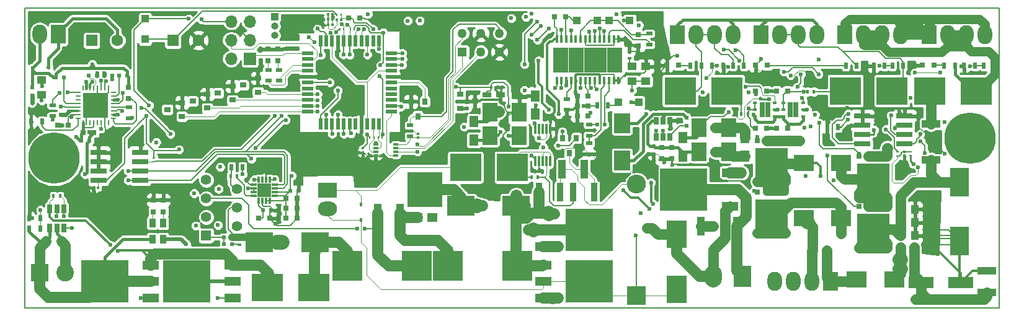
<source format=gbr>
G04 #@! TF.FileFunction,Copper,L1,Top,Signal*
%FSLAX46Y46*%
G04 Gerber Fmt 4.6, Leading zero omitted, Abs format (unit mm)*
G04 Created by KiCad (PCBNEW 4.0.7) date 06/15/18 18:23:30*
%MOMM*%
%LPD*%
G01*
G04 APERTURE LIST*
%ADD10C,0.100000*%
%ADD11C,0.150000*%
%ADD12R,0.600000X0.500000*%
%ADD13R,0.500000X0.600000*%
%ADD14R,0.900000X0.500000*%
%ADD15R,0.750000X0.800000*%
%ADD16R,0.800000X0.750000*%
%ADD17R,1.250000X1.000000*%
%ADD18R,0.500000X0.900000*%
%ADD19R,0.700000X0.250000*%
%ADD20R,0.250000X0.700000*%
%ADD21R,1.725000X1.725000*%
%ADD22R,4.100000X4.100000*%
%ADD23R,0.300000X0.350000*%
%ADD24R,0.350000X0.300000*%
%ADD25R,1.600000X1.600000*%
%ADD26C,1.600000*%
%ADD27R,3.750000X2.700000*%
%ADD28R,2.700000X3.750000*%
%ADD29R,3.500000X1.600000*%
%ADD30R,2.500000X1.000000*%
%ADD31R,2.500000X4.000000*%
%ADD32R,1.000000X1.250000*%
%ADD33R,0.800000X0.800000*%
%ADD34R,1.100000X1.100000*%
%ADD35R,0.900000X0.800000*%
%ADD36R,1.400000X1.270000*%
%ADD37R,4.720000X4.800000*%
%ADD38R,2.600000X2.600000*%
%ADD39O,2.600000X2.600000*%
%ADD40R,4.241800X3.810000*%
%ADD41R,0.300000X1.450000*%
%ADD42C,7.000000*%
%ADD43R,1.700000X1.700000*%
%ADD44O,1.700000X1.700000*%
%ADD45R,1.000000X1.000000*%
%ADD46O,1.000000X1.000000*%
%ADD47R,2.350000X3.000000*%
%ADD48O,2.350000X3.000000*%
%ADD49C,1.270000*%
%ADD50R,1.270000X1.270000*%
%ADD51R,2.000000X2.600000*%
%ADD52O,2.000000X2.600000*%
%ADD53R,0.280000X0.430000*%
%ADD54R,0.900000X2.500000*%
%ADD55R,2.200000X2.700000*%
%ADD56R,2.700000X2.200000*%
%ADD57R,0.630000X0.450000*%
%ADD58R,0.800000X1.050000*%
%ADD59R,4.510000X4.350000*%
%ADD60R,0.700000X0.700000*%
%ADD61R,0.800000X0.900000*%
%ADD62R,2.200000X1.200000*%
%ADD63R,6.400000X5.800000*%
%ADD64R,3.050000X2.750000*%
%ADD65R,0.430000X0.280000*%
%ADD66R,0.400000X0.600000*%
%ADD67R,0.600000X0.400000*%
%ADD68R,1.000000X2.500000*%
%ADD69R,2.199640X0.797560*%
%ADD70R,0.550000X1.500000*%
%ADD71R,1.500000X0.550000*%
%ADD72R,0.650000X1.220000*%
%ADD73R,0.813000X0.305000*%
%ADD74R,0.305000X0.813000*%
%ADD75R,1.854000X1.854000*%
%ADD76R,1.397000X1.397000*%
%ADD77C,1.397000*%
%ADD78R,0.650000X1.060000*%
%ADD79R,0.400000X1.100000*%
%ADD80R,1.100000X0.890000*%
%ADD81R,0.749300X0.299720*%
%ADD82R,2.600000X2.000000*%
%ADD83O,2.600000X2.000000*%
%ADD84C,2.400000*%
%ADD85R,2.400000X2.400000*%
%ADD86R,0.600000X0.450000*%
%ADD87R,0.450000X0.600000*%
%ADD88R,0.900000X1.200000*%
%ADD89R,1.250000X1.500000*%
%ADD90R,1.200000X0.750000*%
%ADD91R,2.000000X2.500000*%
%ADD92C,0.600000*%
%ADD93C,0.125000*%
%ADD94C,0.159000*%
%ADD95C,0.200000*%
%ADD96C,0.300000*%
%ADD97C,1.500000*%
%ADD98C,1.570000*%
%ADD99C,0.415000*%
%ADD100C,1.470000*%
%ADD101C,2.000000*%
%ADD102C,0.500000*%
%ADD103C,1.270000*%
%ADD104C,1.400000*%
%ADD105C,1.000000*%
%ADD106C,0.400000*%
%ADD107C,0.213000*%
%ADD108C,0.555000*%
%ADD109C,0.220000*%
%ADD110C,0.254000*%
G04 APERTURE END LIST*
D10*
D11*
X25000000Y-164000000D02*
X25000000Y-123000000D01*
X158000000Y-164000000D02*
X25000000Y-164000000D01*
X158000000Y-123000000D02*
X158000000Y-164000000D01*
X25000000Y-123000000D02*
X158000000Y-123000000D01*
D12*
X35790000Y-132250000D03*
X36890000Y-132250000D03*
D13*
X29920000Y-137570000D03*
X29920000Y-136470000D03*
D12*
X30310000Y-132540000D03*
X29210000Y-132540000D03*
X33740000Y-132250000D03*
X34840000Y-132250000D03*
X37840000Y-132250000D03*
X38940000Y-132250000D03*
X32710000Y-141110000D03*
X33810000Y-141110000D03*
D14*
X28770000Y-137790000D03*
X28770000Y-136290000D03*
D15*
X39150000Y-133870000D03*
X39150000Y-135370000D03*
D16*
X29440000Y-139000000D03*
X30940000Y-139000000D03*
D17*
X27310000Y-134880000D03*
X27310000Y-132880000D03*
D18*
X27330000Y-138540000D03*
X25830000Y-138540000D03*
D14*
X39200000Y-136570000D03*
X39200000Y-138070000D03*
D19*
X32250000Y-134560000D03*
X32250000Y-135060000D03*
X32250000Y-135560000D03*
X32250000Y-136060000D03*
X32250000Y-136560000D03*
X32250000Y-137060000D03*
X32250000Y-137560000D03*
X32250000Y-138060000D03*
D20*
X32900000Y-138710000D03*
X33400000Y-138710000D03*
X33900000Y-138710000D03*
X34400000Y-138710000D03*
X34900000Y-138710000D03*
X35400000Y-138710000D03*
X35900000Y-138710000D03*
X36400000Y-138710000D03*
D19*
X37050000Y-138060000D03*
X37050000Y-137560000D03*
X37050000Y-137060000D03*
X37050000Y-136560000D03*
X37050000Y-136060000D03*
X37050000Y-135560000D03*
X37050000Y-135060000D03*
X37050000Y-134560000D03*
D20*
X36400000Y-133910000D03*
X35900000Y-133910000D03*
X35400000Y-133910000D03*
X34900000Y-133910000D03*
X34400000Y-133910000D03*
X33900000Y-133910000D03*
X33400000Y-133910000D03*
X32900000Y-133910000D03*
D21*
X35512500Y-137172500D03*
X35512500Y-135447500D03*
X33787500Y-137172500D03*
X33787500Y-135447500D03*
D22*
X78500000Y-158250000D03*
X69000000Y-158250000D03*
D23*
X35010000Y-147590000D03*
X34450000Y-147590000D03*
D24*
X145040000Y-142640000D03*
X145040000Y-143200000D03*
D25*
X45200000Y-127450000D03*
D26*
X48700000Y-127450000D03*
D23*
X66960000Y-123870000D03*
X66400000Y-123870000D03*
X66960000Y-124570000D03*
X66400000Y-124570000D03*
X66960000Y-125270000D03*
X66400000Y-125270000D03*
D16*
X69170000Y-124340000D03*
X70670000Y-124340000D03*
D23*
X68170000Y-124650000D03*
X67610000Y-124650000D03*
D24*
X71090000Y-142180000D03*
X71090000Y-142740000D03*
X78670000Y-140750000D03*
X78670000Y-140190000D03*
D16*
X62130000Y-150410000D03*
X60630000Y-150410000D03*
D12*
X61230000Y-147960000D03*
X62330000Y-147960000D03*
D16*
X62130000Y-149060000D03*
X60630000Y-149060000D03*
X62130000Y-151760000D03*
X60630000Y-151760000D03*
D12*
X57520000Y-150650000D03*
X58620000Y-150650000D03*
D16*
X58430000Y-151750000D03*
X56930000Y-151750000D03*
D27*
X64575000Y-155000000D03*
X57025000Y-155000000D03*
D12*
X52190000Y-155320000D03*
X53290000Y-155320000D03*
X52190000Y-154350000D03*
X53290000Y-154350000D03*
D28*
X114000000Y-161465000D03*
X114000000Y-153915000D03*
D27*
X84515000Y-150050000D03*
X92065000Y-150050000D03*
D23*
X88670000Y-133890000D03*
X89230000Y-133890000D03*
D25*
X34100000Y-127450000D03*
D26*
X37600000Y-127450000D03*
D15*
X113250000Y-142100000D03*
X113250000Y-143600000D03*
X111900000Y-142100000D03*
X111900000Y-143600000D03*
D13*
X110800000Y-143000000D03*
X110800000Y-141900000D03*
X115290000Y-137980000D03*
X115290000Y-139080000D03*
D16*
X127610000Y-139470000D03*
X129110000Y-139470000D03*
X126250000Y-134370000D03*
X124750000Y-134370000D03*
X127600000Y-134370000D03*
X129100000Y-134370000D03*
X126260000Y-139470000D03*
X124760000Y-139470000D03*
X98820000Y-124250000D03*
X97320000Y-124250000D03*
D29*
X147350000Y-160500000D03*
X152750000Y-160500000D03*
D17*
X109740000Y-133010000D03*
X109740000Y-131010000D03*
X107910000Y-133010000D03*
X107910000Y-131010000D03*
D16*
X100390000Y-136390000D03*
X101890000Y-136390000D03*
D30*
X156310000Y-161890000D03*
X156310000Y-158890000D03*
D31*
X152590000Y-146820000D03*
X152590000Y-154820000D03*
D32*
X144490000Y-154130000D03*
X146490000Y-154130000D03*
X144490000Y-152330000D03*
X146490000Y-152330000D03*
X144490000Y-150530000D03*
X146490000Y-150530000D03*
D16*
X100380000Y-135030000D03*
X101880000Y-135030000D03*
X100390000Y-137750000D03*
X101890000Y-137750000D03*
D15*
X108700000Y-128150000D03*
X108700000Y-126650000D03*
D33*
X59540000Y-130250000D03*
X59540000Y-128650000D03*
D34*
X41400000Y-127300000D03*
X41400000Y-124500000D03*
D35*
X46430000Y-137840000D03*
X46430000Y-135940000D03*
X44430000Y-136890000D03*
X49890000Y-136690000D03*
X49890000Y-134790000D03*
X47890000Y-135740000D03*
X53340000Y-135590000D03*
X53340000Y-133690000D03*
X51340000Y-134640000D03*
X56790000Y-134500000D03*
X56790000Y-132600000D03*
X54790000Y-133550000D03*
D36*
X80620000Y-151660000D03*
D37*
X79580000Y-147860000D03*
D36*
X78540000Y-151660000D03*
D38*
X108490000Y-162350000D03*
D39*
X108490000Y-147110000D03*
D33*
X114240000Y-130850000D03*
X112640000Y-130850000D03*
X58190000Y-130250000D03*
X58190000Y-128650000D03*
X149090000Y-130850000D03*
X147490000Y-130850000D03*
X126320000Y-130850000D03*
X124720000Y-130850000D03*
D34*
X100320000Y-124750000D03*
X103120000Y-124750000D03*
X107560000Y-124750000D03*
X104760000Y-124750000D03*
X105970000Y-135890000D03*
X108770000Y-135890000D03*
D40*
X58052300Y-161210000D03*
X64427700Y-161210000D03*
X120817700Y-134340000D03*
X114442300Y-134340000D03*
X148492300Y-134330000D03*
X154867700Y-134330000D03*
X136992300Y-134330000D03*
X143367700Y-134330000D03*
D41*
X96670000Y-139530000D03*
X96170000Y-139530000D03*
X95670000Y-139530000D03*
X95170000Y-139530000D03*
X94670000Y-139530000D03*
X94670000Y-143930000D03*
X95170000Y-143930000D03*
X95670000Y-143930000D03*
X96170000Y-143930000D03*
X96670000Y-143930000D03*
D42*
X154010000Y-140810000D03*
D43*
X55690000Y-129950000D03*
D44*
X53150000Y-129950000D03*
X55690000Y-127410000D03*
X53150000Y-127410000D03*
X55690000Y-124870000D03*
X53150000Y-124870000D03*
D45*
X59090000Y-124250000D03*
D46*
X59090000Y-125520000D03*
X59090000Y-126790000D03*
D47*
X122950000Y-159700000D03*
D48*
X118990000Y-159700000D03*
D49*
X84690000Y-126480000D03*
X87230000Y-126480000D03*
X89770000Y-126480000D03*
D50*
X84690000Y-129020000D03*
D49*
X87230000Y-129020000D03*
X89770000Y-129020000D03*
D51*
X125520000Y-126650000D03*
D52*
X128060000Y-126650000D03*
X130600000Y-126650000D03*
X133140000Y-126650000D03*
D51*
X114080000Y-126650000D03*
D52*
X116620000Y-126650000D03*
X119160000Y-126650000D03*
X121700000Y-126650000D03*
D51*
X136950000Y-126650000D03*
D52*
X139490000Y-126650000D03*
X142030000Y-126650000D03*
X144570000Y-126650000D03*
D51*
X148400000Y-126650000D03*
D52*
X150940000Y-126650000D03*
X153480000Y-126650000D03*
X156020000Y-126650000D03*
D53*
X67600000Y-123920000D03*
X68120000Y-123920000D03*
D54*
X102690000Y-148200000D03*
X99790000Y-148200000D03*
D22*
X92240000Y-158250000D03*
X82740000Y-158250000D03*
D54*
X95140000Y-148200000D03*
X98040000Y-148200000D03*
D55*
X106500000Y-143850000D03*
X106500000Y-138750000D03*
D56*
X136400000Y-144150000D03*
X131300000Y-144150000D03*
X136400000Y-151700000D03*
X131300000Y-151700000D03*
X143650000Y-160150000D03*
X138550000Y-160150000D03*
D57*
X131200000Y-137870000D03*
X131200000Y-136920000D03*
X131200000Y-135970000D03*
X128520000Y-135970000D03*
X128520000Y-136920000D03*
X128520000Y-137870000D03*
D58*
X129460000Y-136395000D03*
X129460000Y-137445000D03*
X130260000Y-136395000D03*
X130260000Y-137445000D03*
D57*
X127350000Y-137870000D03*
X127350000Y-136920000D03*
X127350000Y-135970000D03*
X124670000Y-135970000D03*
X124670000Y-136920000D03*
X124670000Y-137870000D03*
D58*
X125610000Y-136395000D03*
X125610000Y-137445000D03*
X126410000Y-136395000D03*
X126410000Y-137445000D03*
D59*
X126900000Y-151290000D03*
D60*
X126265000Y-148160000D03*
X127535000Y-148160000D03*
X128805000Y-148160000D03*
X124995000Y-148160000D03*
X124995000Y-153760000D03*
X128805000Y-153760000D03*
X127535000Y-153760000D03*
X126265000Y-153760000D03*
D59*
X126900000Y-144240000D03*
D60*
X126265000Y-141110000D03*
X127535000Y-141110000D03*
X128805000Y-141110000D03*
X124995000Y-141110000D03*
X124995000Y-146710000D03*
X128805000Y-146710000D03*
X127535000Y-146710000D03*
X126265000Y-146710000D03*
D59*
X140790000Y-153280000D03*
D60*
X140155000Y-150150000D03*
X141425000Y-150150000D03*
X142695000Y-150150000D03*
X138885000Y-150150000D03*
X138885000Y-155750000D03*
X142695000Y-155750000D03*
X141425000Y-155750000D03*
X140155000Y-155750000D03*
D59*
X140790000Y-146430000D03*
D60*
X140155000Y-143300000D03*
X141425000Y-143300000D03*
X142695000Y-143300000D03*
X138885000Y-143300000D03*
X138885000Y-148900000D03*
X142695000Y-148900000D03*
X141425000Y-148900000D03*
X140155000Y-148900000D03*
D61*
X79590000Y-135800000D03*
X77690000Y-135800000D03*
X78640000Y-137800000D03*
D62*
X53340000Y-162680000D03*
X53340000Y-160400000D03*
X53340000Y-158120000D03*
D63*
X47040000Y-160400000D03*
D64*
X45365000Y-158875000D03*
X48715000Y-161925000D03*
X45365000Y-161925000D03*
X48715000Y-158875000D03*
D62*
X42190000Y-162680000D03*
X42190000Y-160400000D03*
X42190000Y-158120000D03*
D63*
X35890000Y-160400000D03*
D64*
X34215000Y-158875000D03*
X37565000Y-161925000D03*
X34215000Y-161925000D03*
X37565000Y-158875000D03*
D61*
X100270000Y-140800000D03*
X98370000Y-140800000D03*
X99320000Y-142800000D03*
D62*
X95740000Y-151070000D03*
X95740000Y-153350000D03*
X95740000Y-155630000D03*
D63*
X102040000Y-153350000D03*
D64*
X103715000Y-154875000D03*
X100365000Y-151825000D03*
X103715000Y-151825000D03*
X100365000Y-154875000D03*
D62*
X95740000Y-158120000D03*
X95740000Y-160400000D03*
X95740000Y-162680000D03*
D63*
X102040000Y-160400000D03*
D64*
X103715000Y-161925000D03*
X100365000Y-158875000D03*
X103715000Y-158875000D03*
X100365000Y-161925000D03*
D62*
X121240000Y-150080000D03*
X121240000Y-147800000D03*
X121240000Y-145520000D03*
D63*
X114940000Y-147800000D03*
D64*
X113265000Y-146275000D03*
X116615000Y-149325000D03*
X113265000Y-149325000D03*
X116615000Y-146275000D03*
D65*
X145910000Y-142690000D03*
X145910000Y-143210000D03*
D14*
X59690000Y-132950000D03*
X59690000Y-131450000D03*
D65*
X42630000Y-143490000D03*
X42630000Y-144010000D03*
X144120000Y-143220000D03*
X144120000Y-142700000D03*
D53*
X69910000Y-125930000D03*
X69390000Y-125930000D03*
X67970000Y-125930000D03*
X68490000Y-125930000D03*
X72090000Y-140710000D03*
X72610000Y-140710000D03*
X73770000Y-140700000D03*
X73250000Y-140700000D03*
D14*
X77590000Y-140550000D03*
X77590000Y-139050000D03*
D18*
X25600000Y-153190000D03*
X27100000Y-153190000D03*
X27100000Y-151740000D03*
X25600000Y-151740000D03*
D66*
X28900000Y-148700000D03*
X29800000Y-148700000D03*
X53050000Y-146010000D03*
X53950000Y-146010000D03*
D67*
X54240000Y-155370000D03*
X54240000Y-154470000D03*
D66*
X94120000Y-146100000D03*
X95020000Y-146100000D03*
D18*
X54700000Y-144810000D03*
X53200000Y-144810000D03*
D68*
X117290000Y-152850000D03*
X122190000Y-152850000D03*
D66*
X123680000Y-137540000D03*
X122780000Y-137540000D03*
D30*
X148690000Y-143770000D03*
X148690000Y-138870000D03*
D66*
X131820000Y-134460000D03*
X132720000Y-134460000D03*
D18*
X121650000Y-130900000D03*
X123150000Y-130900000D03*
X118820000Y-130900000D03*
X120320000Y-130900000D03*
X157400000Y-130900000D03*
X155900000Y-130900000D03*
X154690000Y-130900000D03*
X153190000Y-130900000D03*
X144900000Y-130900000D03*
X143400000Y-130900000D03*
X142350000Y-130900000D03*
X140850000Y-130900000D03*
D14*
X58240000Y-132950000D03*
X58240000Y-131450000D03*
D18*
X117340000Y-130900000D03*
X115840000Y-130900000D03*
X151950000Y-130900000D03*
X150450000Y-130900000D03*
X138540000Y-130900000D03*
X137040000Y-130900000D03*
D67*
X107490000Y-129850000D03*
X107490000Y-128950000D03*
D18*
X104610000Y-136340000D03*
X103110000Y-136340000D03*
D14*
X102000000Y-143000000D03*
X102000000Y-141500000D03*
X102000000Y-138950000D03*
X102000000Y-140450000D03*
X98960000Y-135440000D03*
X98960000Y-136940000D03*
X110200000Y-126500000D03*
X110200000Y-128000000D03*
D69*
X40767660Y-146582460D03*
X40767660Y-145312460D03*
X40767660Y-144047540D03*
X40767660Y-142777540D03*
X35032340Y-142777540D03*
X35032340Y-144047540D03*
X35032340Y-145312460D03*
X35032340Y-146582460D03*
X145057660Y-141582460D03*
X145057660Y-140312460D03*
X145057660Y-139047540D03*
X145057660Y-137777540D03*
X139322340Y-137777540D03*
X139322340Y-139047540D03*
X139322340Y-140312460D03*
X139322340Y-141582460D03*
D70*
X65330000Y-138890000D03*
X66130000Y-138890000D03*
X66930000Y-138890000D03*
X67730000Y-138890000D03*
X68530000Y-138890000D03*
X69330000Y-138890000D03*
X70130000Y-138890000D03*
X70930000Y-138890000D03*
X71730000Y-138890000D03*
X72530000Y-138890000D03*
X73330000Y-138890000D03*
D71*
X75030000Y-137190000D03*
X75030000Y-136390000D03*
X75030000Y-135590000D03*
X75030000Y-134790000D03*
X75030000Y-133990000D03*
X75030000Y-133190000D03*
X75030000Y-132390000D03*
X75030000Y-131590000D03*
X75030000Y-130790000D03*
X75030000Y-129990000D03*
X75030000Y-129190000D03*
D70*
X73330000Y-127490000D03*
X72530000Y-127490000D03*
X71730000Y-127490000D03*
X70930000Y-127490000D03*
X70130000Y-127490000D03*
X69330000Y-127490000D03*
X68530000Y-127490000D03*
X67730000Y-127490000D03*
X66930000Y-127490000D03*
X66130000Y-127490000D03*
X65330000Y-127490000D03*
D71*
X63630000Y-129190000D03*
X63630000Y-129990000D03*
X63630000Y-130790000D03*
X63630000Y-131590000D03*
X63630000Y-132390000D03*
X63630000Y-133190000D03*
X63630000Y-133990000D03*
X63630000Y-134790000D03*
X63630000Y-135590000D03*
X63630000Y-136390000D03*
X63630000Y-137190000D03*
D72*
X28400000Y-153040000D03*
X29350000Y-153040000D03*
X30300000Y-153040000D03*
X30300000Y-150420000D03*
X29350000Y-150420000D03*
X28400000Y-150420000D03*
D73*
X56202000Y-147160000D03*
X56202000Y-147660000D03*
X56202000Y-148160000D03*
X56202000Y-148660000D03*
D74*
X56900000Y-149358000D03*
X57400000Y-149358000D03*
X57900000Y-149358000D03*
X58400000Y-149358000D03*
D73*
X59098000Y-148660000D03*
X59098000Y-148160000D03*
X59098000Y-147660000D03*
X59098000Y-147160000D03*
D74*
X58400000Y-146462000D03*
X57900000Y-146462000D03*
X57400000Y-146462000D03*
X56900000Y-146462000D03*
D75*
X57650000Y-147910000D03*
D76*
X49734000Y-154120000D03*
D77*
X53925000Y-152850000D03*
X49734000Y-151580000D03*
X53925000Y-150310000D03*
X49734000Y-149040000D03*
X53925000Y-147770000D03*
X49734000Y-146500000D03*
D35*
X84420000Y-134810000D03*
X84420000Y-136710000D03*
X86420000Y-135760000D03*
D78*
X113050000Y-138400000D03*
X112100000Y-138400000D03*
X111150000Y-138400000D03*
X111150000Y-140600000D03*
X113050000Y-140600000D03*
X112100000Y-140600000D03*
D79*
X97595000Y-132960000D03*
X98245000Y-132960000D03*
X98895000Y-132960000D03*
X99545000Y-132960000D03*
X100195000Y-132960000D03*
X100845000Y-132960000D03*
X101495000Y-132960000D03*
X102145000Y-132960000D03*
X102795000Y-132960000D03*
X103445000Y-132960000D03*
X104095000Y-132960000D03*
X104745000Y-132960000D03*
X105395000Y-132960000D03*
X106045000Y-132960000D03*
X106045000Y-127260000D03*
X105395000Y-127260000D03*
X104745000Y-127260000D03*
X104095000Y-127260000D03*
X103445000Y-127260000D03*
X102795000Y-127260000D03*
X102145000Y-127260000D03*
X101495000Y-127260000D03*
X100845000Y-127260000D03*
X100195000Y-127260000D03*
X99545000Y-127260000D03*
X98895000Y-127260000D03*
X98245000Y-127260000D03*
X97595000Y-127260000D03*
D80*
X106045000Y-131385000D03*
X106045000Y-130535000D03*
X106045000Y-128835000D03*
X106045000Y-129685000D03*
X104988750Y-129685000D03*
X104988750Y-128835000D03*
X104988750Y-130535000D03*
X104988750Y-131385000D03*
X103932500Y-131385000D03*
X103932500Y-130535000D03*
X103932500Y-128835000D03*
X103932500Y-129685000D03*
X102876250Y-129685000D03*
X102876250Y-128835000D03*
X102876250Y-130535000D03*
X102876250Y-131385000D03*
X101820000Y-131385000D03*
X101820000Y-130535000D03*
X101820000Y-128835000D03*
X101820000Y-129685000D03*
X100763750Y-129685000D03*
X100763750Y-128835000D03*
X100763750Y-130535000D03*
X100763750Y-131385000D03*
X99707500Y-131385000D03*
X99707500Y-130535000D03*
X99707500Y-128835000D03*
X99707500Y-129685000D03*
X98651250Y-129685000D03*
X98651250Y-128835000D03*
X98651250Y-130535000D03*
X98651250Y-131385000D03*
X97595000Y-131385000D03*
X97595000Y-130535000D03*
X97595000Y-128835000D03*
X97595000Y-129685000D03*
D81*
X72875860Y-141650700D03*
X72875860Y-142151080D03*
X72875860Y-142648920D03*
X72875860Y-143149300D03*
X75624140Y-143149300D03*
X75624140Y-142648920D03*
X75624140Y-142151080D03*
X75624140Y-141650700D03*
D40*
X85142300Y-144800000D03*
X91517700Y-144800000D03*
D42*
X29000000Y-143500000D03*
D82*
X66330000Y-147920000D03*
D83*
X66330000Y-150460000D03*
D51*
X29550000Y-126600000D03*
D52*
X27010000Y-126600000D03*
D84*
X30500000Y-159200000D03*
D85*
X27000000Y-159200000D03*
D86*
X28210000Y-131150000D03*
X26110000Y-131150000D03*
X27850000Y-154900000D03*
X29950000Y-154900000D03*
D87*
X70880000Y-149900000D03*
X70880000Y-152000000D03*
D33*
X42540000Y-150840000D03*
X42540000Y-149240000D03*
X43890000Y-150850000D03*
X43890000Y-149250000D03*
D88*
X42390000Y-154590000D03*
X42390000Y-152390000D03*
X43840000Y-154600000D03*
X43840000Y-152400000D03*
D68*
X73170000Y-151050000D03*
X76170000Y-151050000D03*
X101320000Y-145050000D03*
X98320000Y-145050000D03*
D89*
X94700000Y-137530000D03*
X94700000Y-135030000D03*
X86250000Y-141060000D03*
X86250000Y-138560000D03*
X123280000Y-143260000D03*
X123280000Y-140760000D03*
X114830000Y-143250000D03*
X114830000Y-140750000D03*
D90*
X146390000Y-155700000D03*
X144490000Y-155700000D03*
X132520000Y-156130000D03*
X134420000Y-156130000D03*
X88020000Y-134910000D03*
X89920000Y-134910000D03*
D91*
X117050000Y-142650000D03*
X121050000Y-142650000D03*
X88470000Y-137210000D03*
X92470000Y-137210000D03*
X88470000Y-140460000D03*
X92470000Y-140460000D03*
X117050000Y-139400000D03*
X121050000Y-139400000D03*
D13*
X25980000Y-134950000D03*
X25980000Y-133850000D03*
D18*
X136010000Y-139240000D03*
X134510000Y-139240000D03*
D16*
X34410000Y-140010000D03*
X32910000Y-140010000D03*
D51*
X134950000Y-160350000D03*
D52*
X132410000Y-160350000D03*
X129870000Y-160350000D03*
X127330000Y-160350000D03*
D92*
X51650000Y-144740000D03*
X51450000Y-147750000D03*
X48100000Y-148340000D03*
X51350000Y-152680000D03*
X48320000Y-152770000D03*
X135390000Y-146570000D03*
X91040000Y-136500000D03*
X94190000Y-143200000D03*
X132850000Y-137600000D03*
X117540000Y-134510000D03*
X123760000Y-134520000D03*
X145920000Y-135330000D03*
X137400000Y-137480000D03*
X150540000Y-138580000D03*
X146940000Y-144780000D03*
X83850000Y-133810000D03*
X73530000Y-130850000D03*
X73400000Y-132350000D03*
X67510000Y-126300000D03*
X73910000Y-126390000D03*
X72890000Y-141450000D03*
X71720000Y-140270000D03*
X73850000Y-140310000D03*
X46030000Y-142350000D03*
X56290000Y-146460000D03*
X61410000Y-145950000D03*
X59090000Y-146420000D03*
X41940000Y-136300000D03*
X41610000Y-137770000D03*
X47340000Y-124500000D03*
X49070000Y-124570000D03*
X82570000Y-125900000D03*
X81740000Y-125410000D03*
X80770000Y-125270000D03*
X80160000Y-126260000D03*
X77620000Y-126510000D03*
X74840000Y-125730000D03*
X76340000Y-125650000D03*
X64600000Y-124750000D03*
X62510000Y-125110000D03*
X60560000Y-124850000D03*
X61260000Y-125520000D03*
X63540000Y-124860000D03*
X105260000Y-141900000D03*
X104530000Y-140180000D03*
X105110000Y-146550000D03*
X104550000Y-143160000D03*
X103950000Y-145710000D03*
X106180000Y-141530000D03*
X103920000Y-142070000D03*
X81690000Y-131410000D03*
X87750000Y-133030000D03*
X90850000Y-131670000D03*
X87570000Y-131550000D03*
X85680000Y-132710000D03*
X91680000Y-126890000D03*
X93450000Y-131920000D03*
X94760000Y-128750000D03*
X92160000Y-132760000D03*
X91730000Y-129420000D03*
X91240000Y-126030000D03*
X92720000Y-125730000D03*
X80650000Y-133460000D03*
X82200000Y-128730000D03*
X80380000Y-127790000D03*
X78110000Y-131480000D03*
X78200000Y-128030000D03*
X54960000Y-138240000D03*
X51350000Y-140760000D03*
X46880000Y-140230000D03*
X48530000Y-141120000D03*
X54200000Y-140290000D03*
X89920000Y-142270000D03*
X84550000Y-141530000D03*
X88500000Y-147490000D03*
X93500000Y-147570000D03*
X86810000Y-147460000D03*
X83170000Y-142080000D03*
X81750000Y-141670000D03*
X78190000Y-143910000D03*
X80200000Y-143360000D03*
X83430000Y-139920000D03*
X74330000Y-144480000D03*
X75960000Y-143930000D03*
X73130000Y-146240000D03*
X72240000Y-144010000D03*
X69980000Y-144980000D03*
X69210000Y-143300000D03*
X64780000Y-143660000D03*
X62240000Y-142300000D03*
X64090000Y-140570000D03*
X60050000Y-141750000D03*
X58680000Y-144350000D03*
X61220000Y-140230000D03*
X64330000Y-142060000D03*
X62690000Y-144230000D03*
X66910000Y-141850000D03*
X67950000Y-144780000D03*
X71420000Y-146260000D03*
X56510000Y-144780000D03*
X39670000Y-149490000D03*
X39620000Y-147800000D03*
X42990000Y-147650000D03*
X37340000Y-148790000D03*
X45310000Y-147610000D03*
X45450000Y-151210000D03*
X39880000Y-152430000D03*
X37090000Y-153570000D03*
X34560000Y-151040000D03*
X31650000Y-149350000D03*
X31970000Y-148210000D03*
X34380000Y-148110000D03*
X32450000Y-150220000D03*
X36590000Y-151550000D03*
X38600000Y-151410000D03*
X45340000Y-153360000D03*
X45640000Y-149410000D03*
X31350000Y-128460000D03*
X34080000Y-125580000D03*
X36200000Y-128560000D03*
X38970000Y-128840000D03*
X39880000Y-124150000D03*
X37870000Y-124160000D03*
X39080000Y-126100000D03*
X37580000Y-129520000D03*
X36100000Y-126610000D03*
X31680000Y-126130000D03*
X30650000Y-129510000D03*
X49420000Y-125700000D03*
X46830000Y-127650000D03*
X45580000Y-129460000D03*
X57420000Y-138170000D03*
X53080000Y-138180000D03*
X43770000Y-137950000D03*
X43370000Y-135090000D03*
X43140000Y-136660000D03*
X51510000Y-138180000D03*
X41270000Y-133790000D03*
X41410000Y-130760000D03*
X43560000Y-129570000D03*
X41360000Y-129510000D03*
X41350000Y-132440000D03*
X45960000Y-133990000D03*
X43570000Y-130790000D03*
X43680000Y-133810000D03*
X43660000Y-132390000D03*
X45550000Y-130820000D03*
X48590000Y-132470000D03*
X48650000Y-133780000D03*
X48480000Y-131000000D03*
X45810000Y-132440000D03*
X55370000Y-131810000D03*
X51100000Y-129510000D03*
X51160000Y-131060000D03*
X53290000Y-131810000D03*
X48550000Y-129480000D03*
X50930000Y-126900000D03*
X95560000Y-145290000D03*
X60470000Y-128630000D03*
X123920000Y-147470000D03*
X114040000Y-129570000D03*
X125460000Y-129950000D03*
X111180000Y-136800000D03*
X39660000Y-137980000D03*
X113240000Y-139490000D03*
X113410000Y-144430000D03*
X118330000Y-144360000D03*
X59220000Y-152510000D03*
X59780000Y-145720000D03*
X146320000Y-145300000D03*
X132850000Y-133510000D03*
X126580000Y-135430000D03*
X121980000Y-137340000D03*
X100410000Y-137720000D03*
X100195000Y-134575000D03*
X120960000Y-131070000D03*
X112290000Y-144090000D03*
X67760000Y-128390000D03*
X31500000Y-129920000D03*
X33430000Y-129850000D03*
X34890000Y-131880000D03*
X25830000Y-138540000D03*
X25890000Y-139460000D03*
X134750000Y-138640000D03*
X137260000Y-136680000D03*
X89580000Y-133900000D03*
X35032340Y-145312460D03*
X42550000Y-148990000D03*
X26880000Y-148730000D03*
X26040000Y-151750000D03*
X40767660Y-142777540D03*
X150570000Y-142960000D03*
X149380000Y-142540000D03*
X144340000Y-137130000D03*
X152640000Y-153450000D03*
X139960000Y-130840000D03*
X146290000Y-130840000D03*
X152790000Y-130960000D03*
X66730000Y-126420000D03*
X67030000Y-124260000D03*
X66610000Y-133190000D03*
X72530000Y-125910000D03*
X64530000Y-157030000D03*
X71400000Y-153170000D03*
X70330000Y-153170000D03*
X98350000Y-139900000D03*
X108380000Y-154140000D03*
X54740000Y-145730000D03*
X92065000Y-150050000D03*
X88470000Y-137210000D03*
X92060000Y-148620000D03*
X89630000Y-137190000D03*
X109870000Y-153110000D03*
X110610000Y-153090000D03*
X97270000Y-151120000D03*
X96530000Y-151140000D03*
X121820000Y-153210000D03*
X34180000Y-133140000D03*
X34180000Y-130700000D03*
X47050000Y-160360000D03*
X47010000Y-155250000D03*
X28770000Y-138240000D03*
X32020000Y-140650000D03*
X121050000Y-142650000D03*
X119180000Y-142650000D03*
X131300000Y-151700000D03*
X131830000Y-152220000D03*
X121100000Y-139390000D03*
X119180000Y-139390000D03*
X144480000Y-158710000D03*
X144480000Y-157360000D03*
X123790000Y-136760000D03*
X97880000Y-137540000D03*
X109060000Y-151010000D03*
X133620000Y-146010000D03*
X140790000Y-146430000D03*
X106650000Y-147900000D03*
X110220000Y-150430000D03*
X95110000Y-130220000D03*
X96500000Y-136900000D03*
X104100000Y-126160000D03*
X106740000Y-124730000D03*
X102790000Y-126160000D03*
X107900000Y-134250000D03*
X103010000Y-134090000D03*
X101240000Y-136390000D03*
X98240000Y-133950000D03*
X110750000Y-149790000D03*
X140790000Y-153280000D03*
X110460000Y-146860000D03*
X104120000Y-138950000D03*
X103090000Y-138930000D03*
X148660000Y-143750000D03*
X102160000Y-137330000D03*
X102280000Y-133950000D03*
X64940000Y-137190000D03*
X27110000Y-150630000D03*
X146470000Y-131860000D03*
X149970000Y-131870000D03*
X154000000Y-130950000D03*
X64930000Y-136390000D03*
X64930000Y-135600000D03*
X141630000Y-130910000D03*
X119450000Y-130900000D03*
X121980000Y-128800000D03*
X117990000Y-132610000D03*
X64950000Y-134780000D03*
X118960000Y-152830000D03*
X118220000Y-152850000D03*
X96990000Y-155630000D03*
X97770000Y-155620000D03*
X97760000Y-162690000D03*
X97000000Y-162710000D03*
X71810000Y-123870000D03*
X68470000Y-129390000D03*
X60060000Y-137780000D03*
X35370000Y-132930000D03*
X39090000Y-145280000D03*
X94550000Y-138760000D03*
X143230000Y-137700000D03*
X68250000Y-125260000D03*
X124580000Y-147980000D03*
X131560000Y-145980000D03*
X98220000Y-125960000D03*
X108810000Y-125370000D03*
X142720000Y-142140000D03*
X129960000Y-141110000D03*
X130700000Y-141110000D03*
X125000000Y-140600000D03*
X99540000Y-126070000D03*
X130930000Y-132050000D03*
X130450000Y-133790000D03*
X134570000Y-143180000D03*
X133370000Y-130050000D03*
X133340000Y-132050000D03*
X103450000Y-125800000D03*
X128600000Y-131730000D03*
X138890000Y-142930000D03*
X133410000Y-138720000D03*
X102040000Y-126210000D03*
X137350000Y-138260000D03*
X100850000Y-133930000D03*
X131380000Y-139350000D03*
X66940000Y-140230000D03*
X97330000Y-133950000D03*
X84960000Y-139260000D03*
X89930000Y-139920000D03*
X122770000Y-145530000D03*
X25960000Y-136020000D03*
X35830000Y-131890000D03*
X31020000Y-137140000D03*
X124770000Y-134780000D03*
X124440000Y-137630000D03*
X109790000Y-137470000D03*
X131310000Y-134460000D03*
X147840000Y-142820000D03*
X147280000Y-141230000D03*
X122580000Y-134450000D03*
X135870000Y-135530000D03*
X35410000Y-139510000D03*
X71730000Y-129370000D03*
X111160000Y-139760000D03*
X112100000Y-139770000D03*
X148740000Y-138890000D03*
X78550000Y-141660000D03*
X78560000Y-142640000D03*
X67730000Y-137590000D03*
X95770000Y-142050000D03*
X122550000Y-130190000D03*
X120380000Y-128690000D03*
X94130000Y-123820000D03*
X67720000Y-134290000D03*
X129540000Y-132230000D03*
X66130000Y-137600000D03*
X93190000Y-134250000D03*
X71290000Y-125930000D03*
X70550000Y-125920000D03*
X73350000Y-128600000D03*
X64500000Y-127720000D03*
X63790000Y-127020000D03*
X76540000Y-129990000D03*
X94950000Y-127380000D03*
X96530000Y-125820000D03*
X131110000Y-135310000D03*
X123380000Y-133810000D03*
X94910000Y-124870000D03*
X93200000Y-130690000D03*
X76500000Y-130790000D03*
X97790000Y-141780000D03*
X76340000Y-136490000D03*
X140920000Y-139680000D03*
X146290000Y-144350000D03*
X59080000Y-137750000D03*
X65390000Y-129440000D03*
X64930000Y-125860000D03*
X77260000Y-124770000D03*
X78900000Y-124740000D03*
X105780000Y-123860000D03*
X143740000Y-139470000D03*
X142540000Y-139590000D03*
X68540000Y-140230000D03*
X44870000Y-140220000D03*
X40900000Y-136660000D03*
X29760000Y-134600000D03*
X30850000Y-134560000D03*
X69500000Y-140150000D03*
X42930000Y-141360000D03*
X31430000Y-153050000D03*
X132250000Y-139230000D03*
X95410000Y-125460000D03*
X76520000Y-129190000D03*
X94180000Y-126660000D03*
X127000000Y-151370000D03*
X107820000Y-135860000D03*
X98920000Y-133650000D03*
X146570000Y-162800000D03*
X136390000Y-153110000D03*
X136390000Y-153860000D03*
X33400000Y-133120000D03*
X33190000Y-145710000D03*
X55500000Y-147680000D03*
X30050000Y-139000000D03*
X33770000Y-139920000D03*
X37700000Y-137550000D03*
X27320000Y-133730000D03*
X37660000Y-135550000D03*
X59330000Y-155030000D03*
X60080000Y-155010000D03*
X94410000Y-153360000D03*
X93710000Y-153360000D03*
X87450000Y-150050000D03*
X86730000Y-150070000D03*
X36100000Y-133050000D03*
X147230000Y-140220000D03*
X93390000Y-124240000D03*
X91380000Y-124410000D03*
X69320000Y-129410000D03*
X60590000Y-138330000D03*
X56500000Y-142140000D03*
X55910000Y-143630000D03*
X39080000Y-146570000D03*
X95150000Y-140780000D03*
X69000000Y-125270000D03*
X121040000Y-137270000D03*
X131750000Y-136890000D03*
X126930000Y-139490000D03*
X127770000Y-136920000D03*
X126910000Y-134400000D03*
X91020000Y-140460000D03*
X94710000Y-136340000D03*
X85370000Y-136710000D03*
X36640000Y-155390000D03*
X37650000Y-156220000D03*
X38260000Y-137080000D03*
X36900000Y-132770000D03*
X38360000Y-134650000D03*
X31360000Y-137960000D03*
X27310000Y-135660000D03*
X30300000Y-151470000D03*
X51330000Y-162680000D03*
X29330000Y-151470000D03*
X40800000Y-162680000D03*
D93*
X145810000Y-146010000D02*
X145880000Y-146010000D01*
X144120000Y-143530000D02*
X143360000Y-144290000D01*
X143360000Y-144290000D02*
X143360000Y-146640000D01*
X143360000Y-146640000D02*
X143630000Y-146910000D01*
X143630000Y-146910000D02*
X144910000Y-146910000D01*
X144910000Y-146910000D02*
X145810000Y-146010000D01*
X144120000Y-143220000D02*
X144120000Y-143530000D01*
X146940000Y-145550000D02*
X146940000Y-144780000D01*
X146592502Y-145897498D02*
X146940000Y-145550000D01*
X145992502Y-145897498D02*
X146592502Y-145897498D01*
X145880000Y-146010000D02*
X145992502Y-145897498D01*
D94*
X91040000Y-136500000D02*
X90950000Y-133720000D01*
X94670000Y-143680000D02*
X94190000Y-143200000D01*
X88670000Y-133470000D02*
X88670000Y-133890000D01*
X88990000Y-133150000D02*
X88670000Y-133470000D01*
X90380000Y-133150000D02*
X88990000Y-133150000D01*
X90950000Y-133720000D02*
X90380000Y-133150000D01*
X94670000Y-143930000D02*
X94670000Y-143680000D01*
X139322340Y-141582460D02*
X136032460Y-141582460D01*
X136032460Y-141582460D02*
X135200000Y-140750000D01*
X135200000Y-140750000D02*
X135200000Y-138960000D01*
X135200000Y-138960000D02*
X135770000Y-138390000D01*
X135770000Y-138390000D02*
X136580000Y-138390000D01*
X136580000Y-138390000D02*
X136860000Y-138110000D01*
X136860000Y-138110000D02*
X136860000Y-137820000D01*
X136860000Y-137820000D02*
X137200000Y-137480000D01*
X137200000Y-137480000D02*
X137400000Y-137480000D01*
X144120000Y-143220000D02*
X144400000Y-143220000D01*
X144400000Y-143220000D02*
X144620000Y-143000000D01*
X144790000Y-142640000D02*
X145040000Y-142640000D01*
X144620000Y-142810000D02*
X144790000Y-142640000D01*
X144620000Y-143000000D02*
X144620000Y-142810000D01*
X145040000Y-142640000D02*
X144980000Y-142640000D01*
X145910000Y-142690000D02*
X145090000Y-142690000D01*
X145090000Y-142690000D02*
X145040000Y-142640000D01*
X84590000Y-133890000D02*
X83930000Y-133890000D01*
X83930000Y-133890000D02*
X83850000Y-133810000D01*
X88670000Y-133890000D02*
X88670000Y-134140000D01*
X88670000Y-134140000D02*
X88450000Y-134360000D01*
X88450000Y-134360000D02*
X88060000Y-134360000D01*
X88060000Y-134360000D02*
X88020000Y-134400000D01*
X88020000Y-134400000D02*
X88020000Y-134910000D01*
X84420000Y-134810000D02*
X84420000Y-134060000D01*
X84590000Y-133890000D02*
X88670000Y-133890000D01*
X84420000Y-134060000D02*
X84590000Y-133890000D01*
X73910000Y-126390000D02*
X73910000Y-130470000D01*
X73910000Y-130470000D02*
X73530000Y-130850000D01*
X73850000Y-132800000D02*
X73850000Y-140310000D01*
X73400000Y-132350000D02*
X73850000Y-132800000D01*
X67970000Y-125930000D02*
X67880000Y-125930000D01*
X67880000Y-125930000D02*
X67510000Y-126300000D01*
X73910000Y-126390000D02*
X73870000Y-126430000D01*
X73870000Y-126430000D02*
X72220000Y-126430000D01*
X69910000Y-125930000D02*
X69910000Y-125714002D01*
X71990000Y-126200000D02*
X72220000Y-126430000D01*
X71990000Y-125860000D02*
X71990000Y-126200000D01*
X71530000Y-125400000D02*
X71990000Y-125860000D01*
X70224002Y-125400000D02*
X71530000Y-125400000D01*
X69910000Y-125714002D02*
X70224002Y-125400000D01*
X71720000Y-140270000D02*
X71720000Y-141550000D01*
X71720000Y-141550000D02*
X71090000Y-142180000D01*
X72875860Y-141650700D02*
X72875860Y-141464140D01*
X72875860Y-141464140D02*
X72890000Y-141450000D01*
X73770000Y-140700000D02*
X73770000Y-140390000D01*
X73770000Y-140390000D02*
X73850000Y-140310000D01*
X71720000Y-140270000D02*
X72090000Y-140640000D01*
X72090000Y-140640000D02*
X72090000Y-140710000D01*
X45870000Y-142510000D02*
X42630000Y-142510000D01*
X46030000Y-142350000D02*
X45870000Y-142510000D01*
X56900000Y-146462000D02*
X56292000Y-146462000D01*
X56292000Y-146462000D02*
X56290000Y-146460000D01*
X61230000Y-147960000D02*
X61230000Y-146130000D01*
X61230000Y-146130000D02*
X61410000Y-145950000D01*
X59048000Y-146462000D02*
X58400000Y-146462000D01*
X59090000Y-146420000D02*
X59048000Y-146462000D01*
X58400000Y-149358000D02*
X60332000Y-149358000D01*
X60332000Y-149358000D02*
X60630000Y-149060000D01*
X57900000Y-149358000D02*
X58400000Y-149358000D01*
X56900000Y-146462000D02*
X56900000Y-146430000D01*
X42630000Y-143490000D02*
X42630000Y-142510000D01*
X42630000Y-142510000D02*
X42630000Y-142490000D01*
X42630000Y-142490000D02*
X41610000Y-141470000D01*
X41610000Y-141470000D02*
X41610000Y-137770000D01*
X35032340Y-146582460D02*
X36187540Y-146582460D01*
X39910000Y-125990000D02*
X41400000Y-124500000D01*
X39910000Y-134270000D02*
X39910000Y-125990000D01*
X41940000Y-136300000D02*
X39910000Y-134270000D01*
X38610000Y-140770000D02*
X41610000Y-137770000D01*
X38610000Y-144160000D02*
X38610000Y-140770000D01*
X36187540Y-146582460D02*
X38610000Y-144160000D01*
X41400000Y-124500000D02*
X47340000Y-124500000D01*
X49070000Y-124570000D02*
X49370000Y-124870000D01*
X49370000Y-124870000D02*
X53150000Y-124870000D01*
D95*
X59098000Y-148660000D02*
X60530000Y-148660000D01*
X60530000Y-148660000D02*
X60630000Y-148560000D01*
X59098000Y-148160000D02*
X61030000Y-148160000D01*
X61030000Y-148160000D02*
X61230000Y-147960000D01*
X60630000Y-149060000D02*
X60630000Y-148560000D01*
X60630000Y-148560000D02*
X61230000Y-147960000D01*
X60630000Y-150410000D02*
X60630000Y-149060000D01*
X60630000Y-151760000D02*
X60630000Y-150410000D01*
D93*
X35010000Y-147590000D02*
X35010000Y-146604800D01*
X35010000Y-146604800D02*
X35032340Y-146582460D01*
D95*
X82010000Y-125340000D02*
X82570000Y-125900000D01*
X80770000Y-125270000D02*
X81600000Y-125270000D01*
X80160000Y-125880000D02*
X80770000Y-125270000D01*
X80160000Y-126260000D02*
X80160000Y-125880000D01*
X81600000Y-125270000D02*
X81740000Y-125410000D01*
X76340000Y-125650000D02*
X76760000Y-125650000D01*
X73500000Y-125730000D02*
X72360000Y-124590000D01*
X72360000Y-124590000D02*
X72010000Y-124590000D01*
X74840000Y-125730000D02*
X76260000Y-125730000D01*
X76260000Y-125730000D02*
X76340000Y-125650000D01*
X70670000Y-124340000D02*
X71180000Y-124340000D01*
X71430000Y-124590000D02*
X72010000Y-124590000D01*
X71180000Y-124340000D02*
X71430000Y-124590000D01*
X74840000Y-125730000D02*
X73500000Y-125730000D01*
X76760000Y-125650000D02*
X77620000Y-126510000D01*
X63540000Y-124860000D02*
X64490000Y-124860000D01*
D93*
X65120000Y-125270000D02*
X64600000Y-124750000D01*
X66400000Y-125270000D02*
X65120000Y-125270000D01*
D95*
X63290000Y-125110000D02*
X63540000Y-124860000D01*
X61260000Y-125520000D02*
X62100000Y-125520000D01*
X60590000Y-124850000D02*
X61260000Y-125520000D01*
X60590000Y-124850000D02*
X60560000Y-124850000D01*
X62100000Y-125520000D02*
X62510000Y-125110000D01*
X62510000Y-125110000D02*
X63290000Y-125110000D01*
X64490000Y-124860000D02*
X64600000Y-124750000D01*
X104530000Y-140180000D02*
X104530000Y-141170000D01*
X104530000Y-141170000D02*
X105260000Y-141900000D01*
X103950000Y-145710000D02*
X104270000Y-145710000D01*
X104550000Y-145110000D02*
X103950000Y-145710000D01*
X104550000Y-145110000D02*
X104550000Y-143160000D01*
X104270000Y-145710000D02*
X105110000Y-146550000D01*
X105260000Y-141900000D02*
X105810000Y-141900000D01*
X105090000Y-142070000D02*
X105260000Y-141900000D01*
X104550000Y-143160000D02*
X104550000Y-142700000D01*
X104390000Y-143000000D02*
X104550000Y-143160000D01*
X102000000Y-143000000D02*
X104390000Y-143000000D01*
X104550000Y-142700000D02*
X103920000Y-142070000D01*
X103920000Y-142070000D02*
X105090000Y-142070000D01*
X105810000Y-141900000D02*
X106180000Y-141530000D01*
X81690000Y-131410000D02*
X81690000Y-132420000D01*
X81690000Y-132420000D02*
X80650000Y-133460000D01*
X82200000Y-130900000D02*
X81690000Y-131410000D01*
X82200000Y-128730000D02*
X82200000Y-130900000D01*
X82200000Y-128730000D02*
X81320000Y-128730000D01*
X82570000Y-128360000D02*
X82200000Y-128730000D01*
X80160000Y-126260000D02*
X82210000Y-126260000D01*
X79910000Y-126510000D02*
X80160000Y-126260000D01*
X78200000Y-128030000D02*
X78200000Y-126970000D01*
X78110000Y-128120000D02*
X78200000Y-128030000D01*
X75030000Y-132390000D02*
X77200000Y-132390000D01*
X77200000Y-132390000D02*
X78110000Y-131480000D01*
X78110000Y-131480000D02*
X78110000Y-128120000D01*
X77740000Y-126510000D02*
X77620000Y-126510000D01*
X78200000Y-126970000D02*
X77740000Y-126510000D01*
X77620000Y-126510000D02*
X79910000Y-126510000D01*
X82210000Y-126260000D02*
X82570000Y-125900000D01*
X82570000Y-125900000D02*
X82570000Y-128360000D01*
X81320000Y-128730000D02*
X80380000Y-127790000D01*
X88500000Y-147490000D02*
X88500000Y-143150000D01*
X85240000Y-142220000D02*
X84550000Y-141530000D01*
X87570000Y-142220000D02*
X85240000Y-142220000D01*
X88500000Y-143150000D02*
X87570000Y-142220000D01*
X88500000Y-147490000D02*
X93420000Y-147490000D01*
X88470000Y-147460000D02*
X88500000Y-147490000D01*
X86810000Y-147460000D02*
X88470000Y-147460000D01*
X93420000Y-147490000D02*
X93500000Y-147570000D01*
X58840000Y-144780000D02*
X58680000Y-144620000D01*
X58680000Y-144350000D02*
X58680000Y-144620000D01*
X56510000Y-144780000D02*
X58840000Y-144780000D01*
X58840000Y-144780000D02*
X59780000Y-145720000D01*
X34450000Y-148040000D02*
X34450000Y-147590000D01*
X34450000Y-148040000D02*
X34380000Y-148110000D01*
X46830000Y-127650000D02*
X46830000Y-126800000D01*
X46410000Y-129460000D02*
X46830000Y-129040000D01*
X46830000Y-129040000D02*
X46830000Y-127650000D01*
X45580000Y-129460000D02*
X46410000Y-129460000D01*
X47930000Y-125700000D02*
X49420000Y-125700000D01*
X46830000Y-126800000D02*
X47930000Y-125700000D01*
X54960000Y-138240000D02*
X57350000Y-138240000D01*
X54900000Y-138180000D02*
X54960000Y-138240000D01*
X51510000Y-138180000D02*
X53570000Y-138180000D01*
X44500000Y-137950000D02*
X45610000Y-139060000D01*
X45610000Y-139060000D02*
X50630000Y-139060000D01*
X50630000Y-139060000D02*
X51510000Y-138180000D01*
X43140000Y-136660000D02*
X43140000Y-137320000D01*
X43370000Y-136430000D02*
X43140000Y-136660000D01*
X43370000Y-135090000D02*
X43370000Y-136430000D01*
X43140000Y-137320000D02*
X43770000Y-137950000D01*
X43770000Y-137950000D02*
X44500000Y-137950000D01*
X53570000Y-138180000D02*
X53080000Y-138180000D01*
X53080000Y-138180000D02*
X54900000Y-138180000D01*
X57350000Y-138240000D02*
X57420000Y-138170000D01*
X41270000Y-133790000D02*
X41270000Y-132520000D01*
X41410000Y-132380000D02*
X41350000Y-132440000D01*
X41360000Y-129510000D02*
X41360000Y-130710000D01*
X43560000Y-129570000D02*
X45470000Y-129570000D01*
X43500000Y-129510000D02*
X43560000Y-129570000D01*
X41360000Y-129510000D02*
X43500000Y-129510000D01*
X45470000Y-129570000D02*
X45580000Y-129460000D01*
X41360000Y-130710000D02*
X41410000Y-130760000D01*
X41410000Y-130760000D02*
X41410000Y-132380000D01*
X41270000Y-132520000D02*
X41350000Y-132440000D01*
X45960000Y-133990000D02*
X45960000Y-134470000D01*
X46430000Y-134940000D02*
X46430000Y-135940000D01*
X45960000Y-134470000D02*
X46430000Y-134940000D01*
X43660000Y-132390000D02*
X43660000Y-130880000D01*
X43680000Y-132410000D02*
X43660000Y-132390000D01*
X43680000Y-133810000D02*
X43680000Y-132410000D01*
X43660000Y-130880000D02*
X43570000Y-130790000D01*
X43370000Y-135090000D02*
X43370000Y-134120000D01*
X43680000Y-133820000D02*
X43680000Y-133810000D01*
X44470000Y-133990000D02*
X43370000Y-135090000D01*
X45810000Y-132440000D02*
X45810000Y-133840000D01*
X45550000Y-132180000D02*
X45810000Y-132440000D01*
X48480000Y-131000000D02*
X45730000Y-131000000D01*
X48590000Y-131110000D02*
X48480000Y-131000000D01*
X48650000Y-133780000D02*
X48650000Y-132530000D01*
X49750000Y-133780000D02*
X49880000Y-133910000D01*
X48650000Y-133780000D02*
X49750000Y-133780000D01*
X48650000Y-132530000D02*
X48590000Y-132470000D01*
X48590000Y-132470000D02*
X48590000Y-131110000D01*
X45730000Y-131000000D02*
X45550000Y-130820000D01*
X45550000Y-130820000D02*
X45550000Y-132180000D01*
X45810000Y-133840000D02*
X45960000Y-133990000D01*
X45960000Y-133990000D02*
X44470000Y-133990000D01*
X43370000Y-134120000D02*
X43680000Y-133810000D01*
X49880000Y-133910000D02*
X49880000Y-133760000D01*
X49880000Y-133910000D02*
X49880000Y-133760000D01*
X49890000Y-133920000D02*
X49880000Y-133910000D01*
X49890000Y-134790000D02*
X49890000Y-133920000D01*
X49880000Y-133760000D02*
X51190000Y-132450000D01*
X55370000Y-131810000D02*
X53290000Y-131810000D01*
X52650000Y-132450000D02*
X53290000Y-131810000D01*
X51160000Y-131060000D02*
X51160000Y-132420000D01*
X51100000Y-131000000D02*
X51160000Y-131060000D01*
X51100000Y-131000000D02*
X51100000Y-129510000D01*
X51160000Y-132420000D02*
X51190000Y-132450000D01*
X51190000Y-132450000D02*
X52650000Y-132450000D01*
X51100000Y-129510000D02*
X48580000Y-129510000D01*
X48530000Y-129460000D02*
X48550000Y-129480000D01*
X45580000Y-129460000D02*
X48530000Y-129460000D01*
X50930000Y-129340000D02*
X51100000Y-129510000D01*
X50930000Y-126900000D02*
X50930000Y-129340000D01*
X48580000Y-129510000D02*
X48550000Y-129480000D01*
X95170000Y-144900000D02*
X95560000Y-145290000D01*
X95170000Y-143930000D02*
X95170000Y-144900000D01*
X60450000Y-128650000D02*
X59540000Y-128650000D01*
X60470000Y-128630000D02*
X60450000Y-128650000D01*
X54380000Y-126100000D02*
X50050000Y-126100000D01*
X55690000Y-127410000D02*
X54380000Y-126100000D01*
X50050000Y-126100000D02*
X48700000Y-127450000D01*
X58190000Y-128650000D02*
X59540000Y-128650000D01*
X118330000Y-144360000D02*
X119070000Y-144360000D01*
X123130000Y-146680000D02*
X123920000Y-147470000D01*
X120340000Y-146680000D02*
X123130000Y-146680000D01*
X119590000Y-145930000D02*
X120340000Y-146680000D01*
X119590000Y-144880000D02*
X119590000Y-145930000D01*
X119070000Y-144360000D02*
X119590000Y-144880000D01*
X112640000Y-130360000D02*
X113430000Y-129570000D01*
X113430000Y-129570000D02*
X114040000Y-129570000D01*
X112640000Y-130850000D02*
X112640000Y-130360000D01*
X107490000Y-128950000D02*
X108840000Y-128950000D01*
X108840000Y-128950000D02*
X108990000Y-129100000D01*
X112640000Y-130850000D02*
X112640000Y-130240000D01*
X108700000Y-128810000D02*
X108700000Y-128150000D01*
X108990000Y-129100000D02*
X108700000Y-128810000D01*
X111500000Y-129100000D02*
X108990000Y-129100000D01*
X112640000Y-130240000D02*
X111500000Y-129100000D01*
X111180000Y-136800000D02*
X111180000Y-132310000D01*
X111180000Y-132310000D02*
X112640000Y-130850000D01*
X125460000Y-129950000D02*
X125460000Y-130110000D01*
X125460000Y-130110000D02*
X124720000Y-130850000D01*
X39200000Y-138070000D02*
X39570000Y-138070000D01*
X39570000Y-138070000D02*
X39660000Y-137980000D01*
X113410000Y-144430000D02*
X113410000Y-143760000D01*
X113410000Y-143760000D02*
X113250000Y-143600000D01*
X113050000Y-139300000D02*
X113240000Y-139490000D01*
X113050000Y-138400000D02*
X113050000Y-139300000D01*
X113420000Y-144420000D02*
X113420000Y-144360000D01*
X113410000Y-144430000D02*
X113420000Y-144420000D01*
X113250000Y-143600000D02*
X113250000Y-144190000D01*
X113420000Y-144360000D02*
X118330000Y-144360000D01*
X113250000Y-144190000D02*
X113420000Y-144360000D01*
X62130000Y-150410000D02*
X62130000Y-149060000D01*
X62130000Y-151760000D02*
X62130000Y-150410000D01*
X57900000Y-145700000D02*
X59760000Y-145700000D01*
X59220000Y-152510000D02*
X59185000Y-152545000D01*
X59760000Y-145700000D02*
X59780000Y-145720000D01*
X57900000Y-146462000D02*
X57900000Y-145700000D01*
X57900000Y-145700000D02*
X57900000Y-145690000D01*
X55710000Y-147160000D02*
X56202000Y-147160000D01*
X55230000Y-146680000D02*
X55710000Y-147160000D01*
X55230000Y-146310000D02*
X55230000Y-146680000D01*
X56070000Y-145470000D02*
X55230000Y-146310000D01*
X57680000Y-145470000D02*
X56070000Y-145470000D01*
X57900000Y-145690000D02*
X57680000Y-145470000D01*
X57400000Y-149358000D02*
X57400000Y-149920000D01*
X58620000Y-150260000D02*
X58620000Y-150650000D01*
X58470000Y-150110000D02*
X58620000Y-150260000D01*
X57590000Y-150110000D02*
X58470000Y-150110000D01*
X57400000Y-149920000D02*
X57590000Y-150110000D01*
X62130000Y-149060000D02*
X62130000Y-148160000D01*
X62130000Y-148160000D02*
X62330000Y-147960000D01*
X58430000Y-151750000D02*
X58430000Y-151790000D01*
X58430000Y-151790000D02*
X59185000Y-152545000D01*
X59185000Y-152545000D02*
X59350000Y-152710000D01*
X59350000Y-152710000D02*
X61180000Y-152710000D01*
X61180000Y-152710000D02*
X62130000Y-151760000D01*
X58430000Y-151750000D02*
X58430000Y-150840000D01*
X58430000Y-150840000D02*
X58620000Y-150650000D01*
X35900000Y-138710000D02*
X35900000Y-137560000D01*
X35900000Y-137560000D02*
X35512500Y-137172500D01*
X35900000Y-138710000D02*
X35900000Y-139270000D01*
X35032340Y-141857660D02*
X35032340Y-142777540D01*
X35950000Y-140940000D02*
X35032340Y-141857660D01*
X35950000Y-139320000D02*
X35950000Y-140940000D01*
X35900000Y-139270000D02*
X35950000Y-139320000D01*
D93*
X78670000Y-140190000D02*
X78410000Y-140190000D01*
X77690000Y-136590000D02*
X77690000Y-135800000D01*
X76600000Y-137680000D02*
X77690000Y-136590000D01*
X76600000Y-139270000D02*
X76600000Y-137680000D01*
X77120000Y-139790000D02*
X76600000Y-139270000D01*
X78010000Y-139790000D02*
X77120000Y-139790000D01*
X78410000Y-140190000D02*
X78010000Y-139790000D01*
X145040000Y-144020000D02*
X146320000Y-145300000D01*
X145040000Y-143200000D02*
X145040000Y-144020000D01*
X71090000Y-142740000D02*
X71260000Y-142740000D01*
X71260000Y-142740000D02*
X71669300Y-143149300D01*
X71669300Y-143149300D02*
X72875860Y-143149300D01*
X131660000Y-132320000D02*
X131660000Y-131800000D01*
X132850000Y-133510000D02*
X131660000Y-132320000D01*
X126490000Y-132840000D02*
X124720000Y-131070000D01*
X129750000Y-132840000D02*
X126490000Y-132840000D01*
X130070000Y-132520000D02*
X129750000Y-132840000D01*
X130070000Y-132080000D02*
X130070000Y-132520000D01*
X130610000Y-131540000D02*
X130070000Y-132080000D01*
X131400000Y-131540000D02*
X130610000Y-131540000D01*
X131660000Y-131800000D02*
X131400000Y-131540000D01*
X124720000Y-131070000D02*
X124720000Y-130850000D01*
X126580000Y-135430000D02*
X126510000Y-135360000D01*
X126510000Y-135360000D02*
X124390000Y-135360000D01*
X124390000Y-135360000D02*
X123230000Y-136520000D01*
X123230000Y-136520000D02*
X123230000Y-137900000D01*
X123230000Y-137900000D02*
X122910000Y-138220000D01*
X122910000Y-138220000D02*
X122410000Y-138220000D01*
X122410000Y-138220000D02*
X121980000Y-137790000D01*
X121980000Y-137790000D02*
X121980000Y-137340000D01*
X100410000Y-137720000D02*
X100390000Y-137740000D01*
X100390000Y-137740000D02*
X100390000Y-137750000D01*
X100380000Y-135030000D02*
X100380000Y-134760000D01*
X100380000Y-134760000D02*
X100195000Y-134575000D01*
X111900000Y-143600000D02*
X113250000Y-143600000D01*
X110800000Y-143000000D02*
X111300000Y-143000000D01*
X111300000Y-143000000D02*
X111900000Y-143600000D01*
X102000000Y-143000000D02*
X102370000Y-143000000D01*
X102370000Y-143000000D02*
X105110000Y-145740000D01*
X110140000Y-143000000D02*
X110800000Y-143000000D01*
X107400000Y-145740000D02*
X110140000Y-143000000D01*
X105110000Y-145740000D02*
X107400000Y-145740000D01*
X100390000Y-137750000D02*
X100390000Y-136390000D01*
X96670000Y-139530000D02*
X96670000Y-142370000D01*
X101140000Y-142140000D02*
X102000000Y-143000000D01*
X98780000Y-142140000D02*
X101140000Y-142140000D01*
X98200000Y-142720000D02*
X98780000Y-142140000D01*
X97020000Y-142720000D02*
X98200000Y-142720000D01*
X96670000Y-142370000D02*
X97020000Y-142720000D01*
X70930000Y-138890000D02*
X70930000Y-139880000D01*
X69800000Y-142740000D02*
X71090000Y-142740000D01*
X69490000Y-142430000D02*
X69800000Y-142740000D01*
X69490000Y-141320000D02*
X69490000Y-142430000D01*
X70930000Y-139880000D02*
X69490000Y-141320000D01*
X145057660Y-137777540D02*
X146417540Y-137777540D01*
X149380000Y-140770000D02*
X149380000Y-142540000D01*
X148930000Y-140320000D02*
X149380000Y-140770000D01*
X148050000Y-140320000D02*
X148930000Y-140320000D01*
X146920000Y-139190000D02*
X148050000Y-140320000D01*
X146920000Y-138280000D02*
X146920000Y-139190000D01*
X146417540Y-137777540D02*
X146920000Y-138280000D01*
X100380000Y-134760000D02*
X100195000Y-134575000D01*
X120790000Y-130900000D02*
X120320000Y-130900000D01*
X120960000Y-131070000D02*
X120790000Y-130900000D01*
X111900000Y-143600000D02*
X111900000Y-143700000D01*
X111900000Y-143700000D02*
X112290000Y-144090000D01*
X67610000Y-124650000D02*
X67610000Y-125340000D01*
X66400000Y-125720000D02*
X66400000Y-125270000D01*
X66580000Y-125900000D02*
X66400000Y-125720000D01*
X67050000Y-125900000D02*
X66580000Y-125900000D01*
X67610000Y-125340000D02*
X67050000Y-125900000D01*
D95*
X67730000Y-127490000D02*
X67730000Y-128360000D01*
X67730000Y-128360000D02*
X67760000Y-128390000D01*
D93*
X34840000Y-132250000D02*
X34840000Y-131930000D01*
X33360000Y-129920000D02*
X31500000Y-129920000D01*
X33430000Y-129850000D02*
X33360000Y-129920000D01*
X34840000Y-131930000D02*
X34890000Y-131880000D01*
D95*
X144340000Y-137130000D02*
X144410120Y-137130000D01*
X144410120Y-137130000D02*
X145057660Y-137777540D01*
X134750000Y-139000000D02*
X134750000Y-138640000D01*
X134750000Y-139000000D02*
X134510000Y-139240000D01*
X137260000Y-136680000D02*
X137250000Y-136680000D01*
X89230000Y-133890000D02*
X89570000Y-133890000D01*
X89570000Y-133890000D02*
X89580000Y-133900000D01*
X42550000Y-148990000D02*
X42540000Y-149240000D01*
X25600000Y-151740000D02*
X26030000Y-151740000D01*
X26030000Y-151740000D02*
X26040000Y-151750000D01*
X144410120Y-137130000D02*
X145057660Y-137777540D01*
X149530000Y-154060000D02*
X151830000Y-154060000D01*
X151830000Y-154060000D02*
X152590000Y-154820000D01*
X149290000Y-155350000D02*
X152060000Y-155350000D01*
X152060000Y-155350000D02*
X152590000Y-154820000D01*
X148900000Y-153320000D02*
X151090000Y-153320000D01*
X151090000Y-153320000D02*
X152590000Y-154820000D01*
X149330000Y-154550000D02*
X152320000Y-154550000D01*
X152320000Y-154550000D02*
X152590000Y-154820000D01*
X150570000Y-142960000D02*
X150150000Y-142540000D01*
X150150000Y-142540000D02*
X149380000Y-142540000D01*
X144987540Y-137777540D02*
X144340000Y-137130000D01*
X145057660Y-137777540D02*
X144987540Y-137777540D01*
X152640000Y-153450000D02*
X152590000Y-154820000D01*
X147490000Y-130850000D02*
X146300000Y-130850000D01*
X146300000Y-130850000D02*
X146290000Y-130840000D01*
X152850000Y-130900000D02*
X152790000Y-130960000D01*
X152850000Y-130900000D02*
X153190000Y-130900000D01*
X101495000Y-127260000D02*
X101495000Y-127955000D01*
X105395000Y-127995000D02*
X105395000Y-127260000D01*
X105290000Y-128100000D02*
X105395000Y-127995000D01*
X101640000Y-128100000D02*
X105290000Y-128100000D01*
X101495000Y-127955000D02*
X101640000Y-128100000D01*
X105395000Y-127260000D02*
X106045000Y-127260000D01*
X106045000Y-132960000D02*
X106120000Y-132960000D01*
X106120000Y-132960000D02*
X107150000Y-131930000D01*
X109740000Y-131680000D02*
X109740000Y-131010000D01*
X109490000Y-131930000D02*
X109740000Y-131680000D01*
X107150000Y-131930000D02*
X109490000Y-131930000D01*
X103445000Y-132205000D02*
X103555000Y-132205000D01*
X105395000Y-132175000D02*
X105395000Y-132960000D01*
X105330000Y-132110000D02*
X105395000Y-132175000D01*
X103650000Y-132110000D02*
X105330000Y-132110000D01*
X103555000Y-132205000D02*
X103650000Y-132110000D01*
X96670000Y-139530000D02*
X97500000Y-139530000D01*
X98960000Y-138070000D02*
X98960000Y-136940000D01*
X97500000Y-139530000D02*
X98960000Y-138070000D01*
X90230000Y-136060000D02*
X90160000Y-136060000D01*
X90160000Y-136060000D02*
X89730000Y-135630000D01*
X90230000Y-135960000D02*
X90230000Y-136060000D01*
X89920000Y-135650000D02*
X90230000Y-135960000D01*
X89920000Y-135400000D02*
X89920000Y-135650000D01*
X90230000Y-136060000D02*
X90135000Y-136155000D01*
X90135000Y-136155000D02*
X90080000Y-136100000D01*
X92470000Y-137210000D02*
X90890000Y-137210000D01*
X90890000Y-137210000D02*
X90610000Y-136930000D01*
X90610000Y-136930000D02*
X90610000Y-136810000D01*
X90610000Y-136810000D02*
X90550000Y-136750000D01*
X90550000Y-136750000D02*
X90550000Y-136710000D01*
X90550000Y-136710000D02*
X90480000Y-136640000D01*
X90480000Y-136640000D02*
X90480000Y-136500000D01*
X90480000Y-136500000D02*
X90080000Y-136100000D01*
X89730000Y-135870000D02*
X89730000Y-135630000D01*
X89960000Y-136100000D02*
X89730000Y-135870000D01*
X90080000Y-136100000D02*
X89960000Y-136100000D01*
X89730000Y-135630000D02*
X89730000Y-135590000D01*
X90230000Y-140690000D02*
X90230000Y-140410000D01*
X90780000Y-137940000D02*
X91510000Y-137210000D01*
X90780000Y-139860000D02*
X90780000Y-137940000D01*
X90230000Y-140410000D02*
X90780000Y-139860000D01*
X91510000Y-137210000D02*
X92470000Y-137210000D01*
X66400000Y-124570000D02*
X66400000Y-123870000D01*
X66400000Y-125270000D02*
X66400000Y-124570000D01*
D96*
X89230000Y-133890000D02*
X89230000Y-134220000D01*
X89230000Y-134220000D02*
X89920000Y-134910000D01*
X86420000Y-135760000D02*
X87160000Y-135760000D01*
X87160000Y-135760000D02*
X87330000Y-135590000D01*
X87330000Y-135590000D02*
X89730000Y-135590000D01*
X89920000Y-135400000D02*
X89920000Y-134910000D01*
X89730000Y-135590000D02*
X89920000Y-135400000D01*
X98960000Y-136940000D02*
X99840000Y-136940000D01*
X99840000Y-136940000D02*
X100390000Y-136390000D01*
X100195000Y-132960000D02*
X100195000Y-134845000D01*
X100195000Y-134845000D02*
X100380000Y-135030000D01*
X100195000Y-132960000D02*
X100195000Y-132175000D01*
X103445000Y-132205000D02*
X103445000Y-132960000D01*
X103350000Y-132110000D02*
X103445000Y-132205000D01*
X100260000Y-132110000D02*
X103350000Y-132110000D01*
X100195000Y-132175000D02*
X100260000Y-132110000D01*
X105395000Y-132960000D02*
X106045000Y-132960000D01*
X152750000Y-160500000D02*
X152750000Y-159230000D01*
X152750000Y-159230000D02*
X149190000Y-155670000D01*
X156310000Y-158890000D02*
X154360000Y-158890000D01*
X154360000Y-158890000D02*
X152750000Y-160500000D01*
X152590000Y-154820000D02*
X152590000Y-160340000D01*
X152590000Y-160340000D02*
X152750000Y-160500000D01*
D94*
X33787500Y-137172500D02*
X33787500Y-135447500D01*
X35512500Y-137172500D02*
X33787500Y-137172500D01*
X35512500Y-135447500D02*
X35512500Y-137172500D01*
X36400000Y-133910000D02*
X36400000Y-134560000D01*
X36400000Y-134560000D02*
X35512500Y-135447500D01*
X34900000Y-133910000D02*
X34900000Y-134835000D01*
X34900000Y-134835000D02*
X35512500Y-135447500D01*
X35900000Y-137560000D02*
X35512500Y-137172500D01*
X33400000Y-138710000D02*
X33400000Y-137560000D01*
X33400000Y-137560000D02*
X33787500Y-137172500D01*
D93*
X66930000Y-127490000D02*
X66930000Y-126620000D01*
X66930000Y-126620000D02*
X66730000Y-126420000D01*
X66960000Y-124330000D02*
X67030000Y-124260000D01*
X66960000Y-124330000D02*
X66960000Y-124570000D01*
X67600000Y-123920000D02*
X67570000Y-123920000D01*
D95*
X67100000Y-123450000D02*
X49200000Y-123450000D01*
X67570000Y-123920000D02*
X67100000Y-123450000D01*
X49200000Y-123450000D02*
X45200000Y-127450000D01*
D93*
X66930000Y-127490000D02*
X66930000Y-129750000D01*
X70320000Y-133140000D02*
X71730000Y-133140000D01*
X66930000Y-129750000D02*
X70320000Y-133140000D01*
X71730000Y-138890000D02*
X71730000Y-133140000D01*
X73280000Y-131590000D02*
X75030000Y-131590000D01*
X71730000Y-133140000D02*
X73280000Y-131590000D01*
X66960000Y-123870000D02*
X67550000Y-123870000D01*
X67550000Y-123870000D02*
X67600000Y-123920000D01*
X66960000Y-127460000D02*
X66930000Y-127490000D01*
X66960000Y-124570000D02*
X66960000Y-125270000D01*
X66960000Y-123870000D02*
X66960000Y-124570000D01*
D94*
X41400000Y-127300000D02*
X45050000Y-127300000D01*
X45050000Y-127300000D02*
X45200000Y-127450000D01*
X69170000Y-124340000D02*
X69550000Y-124340000D01*
X69550000Y-124340000D02*
X69850000Y-124640000D01*
X66610000Y-133190000D02*
X63630000Y-133190000D01*
X71670000Y-125050000D02*
X72530000Y-125910000D01*
X70050000Y-125050000D02*
X71670000Y-125050000D01*
X69850000Y-124850000D02*
X70050000Y-125050000D01*
X69850000Y-124640000D02*
X69850000Y-124850000D01*
D93*
X68170000Y-124650000D02*
X68170000Y-124460000D01*
X68290000Y-124340000D02*
X69170000Y-124340000D01*
X68170000Y-124460000D02*
X68290000Y-124340000D01*
X68120000Y-123920000D02*
X68120000Y-124600000D01*
X68120000Y-124600000D02*
X68170000Y-124650000D01*
X84690000Y-126480000D02*
X84690000Y-127170000D01*
X80250000Y-140750000D02*
X78670000Y-140750000D01*
X82840000Y-138160000D02*
X80250000Y-140750000D01*
X82840000Y-132680000D02*
X82840000Y-138160000D01*
X83710000Y-131810000D02*
X82840000Y-132680000D01*
X83710000Y-128150000D02*
X83710000Y-131810000D01*
X84690000Y-127170000D02*
X83710000Y-128150000D01*
X78670000Y-140750000D02*
X77790000Y-140750000D01*
X77790000Y-140750000D02*
X77590000Y-140550000D01*
X75624140Y-141650700D02*
X77019300Y-141650700D01*
X77590000Y-141080000D02*
X77590000Y-140550000D01*
X77019300Y-141650700D02*
X77590000Y-141080000D01*
D95*
X64530000Y-155045000D02*
X64530000Y-157030000D01*
X64530000Y-155045000D02*
X64575000Y-155000000D01*
D97*
X64575000Y-155000000D02*
X67800000Y-155000000D01*
X67800000Y-155000000D02*
X69000000Y-156200000D01*
X69000000Y-156200000D02*
X69000000Y-158250000D01*
X64427700Y-161210000D02*
X64647700Y-155072700D01*
X64647700Y-155072700D02*
X64575000Y-155000000D01*
D94*
X49734000Y-149040000D02*
X54650000Y-149040000D01*
X71400000Y-153170000D02*
X73170000Y-153170000D01*
X56230000Y-153170000D02*
X70330000Y-153170000D01*
X55560000Y-152500000D02*
X56230000Y-153170000D01*
X55560000Y-149950000D02*
X55560000Y-152500000D01*
X54650000Y-149040000D02*
X55560000Y-149950000D01*
D97*
X78500000Y-158250000D02*
X74650000Y-158250000D01*
X73170000Y-156770000D02*
X73170000Y-153170000D01*
X73170000Y-153170000D02*
X73170000Y-151050000D01*
X74650000Y-158250000D02*
X73170000Y-156770000D01*
X78540000Y-151660000D02*
X76780000Y-151660000D01*
X76780000Y-151660000D02*
X76170000Y-151050000D01*
X76170000Y-151050000D02*
X76170000Y-154070000D01*
X82740000Y-156140000D02*
X82740000Y-158250000D01*
X81400000Y-154800000D02*
X82740000Y-156140000D01*
X76900000Y-154800000D02*
X81400000Y-154800000D01*
X76170000Y-154070000D02*
X76900000Y-154800000D01*
D95*
X98370000Y-139920000D02*
X98350000Y-139900000D01*
X98370000Y-140800000D02*
X98370000Y-139920000D01*
X108490000Y-154250000D02*
X108490000Y-162350000D01*
X108380000Y-154140000D02*
X108490000Y-154250000D01*
D93*
X70880000Y-152000000D02*
X70880000Y-155070000D01*
X95740000Y-161240000D02*
X95740000Y-160400000D01*
X95490000Y-161490000D02*
X95740000Y-161240000D01*
X73620000Y-161490000D02*
X95490000Y-161490000D01*
X71640000Y-159510000D02*
X73620000Y-161490000D01*
X71640000Y-155830000D02*
X71640000Y-159510000D01*
X70880000Y-155070000D02*
X71640000Y-155830000D01*
X95740000Y-160400000D02*
X102040000Y-160400000D01*
X108490000Y-162350000D02*
X113115000Y-162350000D01*
X113115000Y-162350000D02*
X114000000Y-161465000D01*
X108490000Y-162350000D02*
X103990000Y-162350000D01*
X103990000Y-162350000D02*
X102040000Y-160400000D01*
X66330000Y-150460000D02*
X66330000Y-151390000D01*
X66330000Y-151390000D02*
X66940000Y-152000000D01*
X66940000Y-152000000D02*
X70880000Y-152000000D01*
D95*
X54700000Y-145690000D02*
X54700000Y-144810000D01*
X54740000Y-145730000D02*
X54700000Y-145690000D01*
D98*
X92060000Y-148620000D02*
X92060000Y-150045000D01*
X92060000Y-150045000D02*
X92065000Y-150050000D01*
X89630000Y-137190000D02*
X88490000Y-137190000D01*
X88490000Y-137190000D02*
X88470000Y-137210000D01*
D99*
X86250000Y-138560000D02*
X88080000Y-138560000D01*
X88080000Y-138560000D02*
X88470000Y-138170000D01*
X88470000Y-138170000D02*
X88470000Y-137210000D01*
D100*
X109870000Y-153110000D02*
X110590000Y-153110000D01*
X110590000Y-153110000D02*
X110610000Y-153090000D01*
X111435000Y-153915000D02*
X114000000Y-153915000D01*
X111435000Y-153915000D02*
X110610000Y-153090000D01*
X95740000Y-151070000D02*
X97220000Y-151070000D01*
X97220000Y-151070000D02*
X97270000Y-151120000D01*
D101*
X96530000Y-151140000D02*
X96460000Y-151070000D01*
D100*
X118990000Y-159700000D02*
X118990000Y-156049998D01*
X118990000Y-156049998D02*
X120579998Y-154460000D01*
X120579998Y-154460000D02*
X120579998Y-150740002D01*
X120579998Y-150740002D02*
X121240000Y-150080000D01*
D97*
X118990000Y-159700000D02*
X118990000Y-160470000D01*
X114000000Y-153915000D02*
X114000000Y-156590000D01*
X117110000Y-159700000D02*
X118990000Y-159700000D01*
X114000000Y-156590000D02*
X117110000Y-159700000D01*
X95140000Y-148200000D02*
X95140000Y-150470000D01*
X95140000Y-150470000D02*
X95740000Y-151070000D01*
X92065000Y-150050000D02*
X93290000Y-150050000D01*
X92240000Y-158250000D02*
X95610000Y-158250000D01*
X95610000Y-158250000D02*
X95740000Y-158120000D01*
X92065000Y-151700000D02*
X93500000Y-151700000D01*
X94130000Y-151070000D02*
X95740000Y-151070000D01*
X93500000Y-151700000D02*
X94130000Y-151070000D01*
X92065000Y-150050000D02*
X92065000Y-151700000D01*
X92065000Y-151700000D02*
X92065000Y-158075000D01*
X92065000Y-158075000D02*
X92240000Y-158250000D01*
D95*
X121820000Y-153210000D02*
X122180000Y-152850000D01*
X122180000Y-152850000D02*
X122190000Y-152850000D01*
D97*
X121240000Y-147800000D02*
X122360000Y-147800000D01*
X123460000Y-151580000D02*
X122190000Y-152850000D01*
X123460000Y-148900000D02*
X123460000Y-151580000D01*
X122360000Y-147800000D02*
X123460000Y-148900000D01*
X121240000Y-147800000D02*
X114940000Y-147800000D01*
X122190000Y-152850000D02*
X122190000Y-158940000D01*
X122190000Y-158940000D02*
X122950000Y-159700000D01*
D96*
X34180000Y-130700000D02*
X34180000Y-130810000D01*
D99*
X34180000Y-130810000D02*
X34590000Y-131220000D01*
D96*
X34180000Y-130700000D02*
X34180000Y-130790000D01*
D99*
X34180000Y-130790000D02*
X33750000Y-131220000D01*
D96*
X33900000Y-133420000D02*
X34180000Y-133140000D01*
X33900000Y-133910000D02*
X33900000Y-133420000D01*
X34190000Y-130710000D02*
X34190000Y-131220000D01*
X34180000Y-130700000D02*
X34190000Y-130710000D01*
D99*
X29210000Y-132540000D02*
X29210000Y-132030000D01*
X29210000Y-132030000D02*
X30020000Y-131220000D01*
X30020000Y-131220000D02*
X33750000Y-131220000D01*
X38940000Y-131690000D02*
X38940000Y-132250000D01*
X34590000Y-131220000D02*
X38470000Y-131220000D01*
X38470000Y-131220000D02*
X38940000Y-131690000D01*
X33750000Y-131220000D02*
X34190000Y-131220000D01*
X34190000Y-131220000D02*
X34590000Y-131220000D01*
X39150000Y-133870000D02*
X39150000Y-132460000D01*
X39150000Y-132460000D02*
X38940000Y-132250000D01*
X27010000Y-126600000D02*
X27010000Y-130250000D01*
X27010000Y-130250000D02*
X26110000Y-131150000D01*
X26420000Y-131890000D02*
X26400000Y-131890000D01*
X26400000Y-131890000D02*
X25980000Y-131470000D01*
X29210000Y-132540000D02*
X28840000Y-132540000D01*
X28190000Y-131890000D02*
X26420000Y-131890000D01*
X26420000Y-131890000D02*
X25980000Y-131890000D01*
X28840000Y-132540000D02*
X28190000Y-131890000D01*
X25980000Y-133850000D02*
X25980000Y-131890000D01*
X25980000Y-131890000D02*
X25980000Y-131470000D01*
X25980000Y-131470000D02*
X25980000Y-131280000D01*
X25980000Y-131280000D02*
X26110000Y-131150000D01*
D94*
X32900000Y-138710000D02*
X32900000Y-139040000D01*
X32900000Y-139040000D02*
X33230000Y-139370000D01*
X34400000Y-138710000D02*
X34400000Y-139180000D01*
X34210000Y-139370000D02*
X33230000Y-139370000D01*
X33230000Y-139370000D02*
X32910000Y-139370000D01*
X34400000Y-139180000D02*
X34210000Y-139370000D01*
D102*
X47040000Y-160400000D02*
X53340000Y-160400000D01*
X43840000Y-154600000D02*
X46360000Y-154600000D01*
X46360000Y-154600000D02*
X47010000Y-155250000D01*
X47050000Y-160360000D02*
X47040000Y-160400000D01*
D99*
X32710000Y-141110000D02*
X32480000Y-141110000D01*
X32480000Y-141110000D02*
X32020000Y-140650000D01*
X28770000Y-137790000D02*
X28770000Y-138240000D01*
X32910000Y-140010000D02*
X32910000Y-139370000D01*
X32910000Y-139370000D02*
X32910000Y-138720000D01*
X32910000Y-138720000D02*
X32900000Y-138710000D01*
X32710000Y-141110000D02*
X32710000Y-140210000D01*
X32710000Y-140210000D02*
X32910000Y-140010000D01*
D100*
X119180000Y-142650000D02*
X121050000Y-142650000D01*
D101*
X131830000Y-152220000D02*
X131310000Y-151700000D01*
D100*
X123280000Y-143260000D02*
X121660000Y-143260000D01*
X121660000Y-143260000D02*
X121050000Y-142650000D01*
X132520000Y-152920000D02*
X131300000Y-151700000D01*
X132520000Y-156130000D02*
X132520000Y-152920000D01*
X132410000Y-160350000D02*
X132410000Y-156240000D01*
X132410000Y-156240000D02*
X132520000Y-156130000D01*
X121050000Y-139400000D02*
X122930000Y-139400000D01*
X123280000Y-139750000D02*
X123280000Y-140760000D01*
X122930000Y-139400000D02*
X123280000Y-139750000D01*
X121040000Y-139390000D02*
X119180000Y-139390000D01*
X121040000Y-139390000D02*
X121050000Y-139400000D01*
X134950000Y-160350000D02*
X138350000Y-160350000D01*
X138350000Y-160350000D02*
X138550000Y-160150000D01*
X134420000Y-156130000D02*
X134420000Y-159820000D01*
X134420000Y-159820000D02*
X134950000Y-160350000D01*
D101*
X144480000Y-158710000D02*
X144490000Y-158710000D01*
X144480000Y-157360000D02*
X144490000Y-157360000D01*
D103*
X156020000Y-125230000D02*
X156020000Y-126650000D01*
X155320000Y-124530000D02*
X156020000Y-125230000D01*
X148400000Y-126650000D02*
X148400000Y-125175000D01*
X149045000Y-124530000D02*
X149560000Y-124530000D01*
X148400000Y-125175000D02*
X149045000Y-124530000D01*
X146990000Y-124530000D02*
X149560000Y-124530000D01*
X149560000Y-124530000D02*
X155320000Y-124530000D01*
X145630000Y-124530000D02*
X145630000Y-125190000D01*
X145630000Y-125190000D02*
X146555000Y-126115000D01*
X146555000Y-126115000D02*
X146990000Y-126115000D01*
X146990000Y-124530000D02*
X146990000Y-126115000D01*
X146990000Y-126115000D02*
X146990000Y-125680000D01*
X146990000Y-125680000D02*
X146020000Y-126650000D01*
X148400000Y-126650000D02*
X146020000Y-126650000D01*
X146020000Y-126650000D02*
X143900000Y-124530000D01*
X143900000Y-124530000D02*
X145630000Y-124530000D01*
X145630000Y-124530000D02*
X146990000Y-124530000D01*
X144570000Y-126650000D02*
X148400000Y-126650000D01*
X136950000Y-126650000D02*
X136950000Y-125160000D01*
X136950000Y-125160000D02*
X137580000Y-124530000D01*
X137580000Y-124530000D02*
X143900000Y-124530000D01*
X144570000Y-125200000D02*
X144570000Y-126650000D01*
X143900000Y-124530000D02*
X144570000Y-125200000D01*
X148400000Y-126650000D02*
X148400000Y-125390000D01*
D104*
X144490000Y-155700000D02*
X144490000Y-157360000D01*
X144490000Y-157360000D02*
X144490000Y-158710000D01*
X144490000Y-158710000D02*
X144490000Y-159310000D01*
X144490000Y-159310000D02*
X143650000Y-160150000D01*
D99*
X111150000Y-138400000D02*
X110610000Y-138400000D01*
X110290000Y-141900000D02*
X110800000Y-141900000D01*
X109950000Y-141560000D02*
X110290000Y-141900000D01*
X109950000Y-139060000D02*
X109950000Y-141560000D01*
X110610000Y-138400000D02*
X109950000Y-139060000D01*
X111900000Y-142100000D02*
X111000000Y-142100000D01*
X111000000Y-142100000D02*
X110800000Y-141900000D01*
X113250000Y-142100000D02*
X111900000Y-142100000D01*
X114830000Y-143250000D02*
X114830000Y-142760000D01*
X114830000Y-142760000D02*
X114170000Y-142100000D01*
X114170000Y-142100000D02*
X113250000Y-142100000D01*
X117050000Y-142650000D02*
X115430000Y-142650000D01*
X115430000Y-142650000D02*
X114830000Y-143250000D01*
D93*
X123950000Y-136920000D02*
X123970000Y-136920000D01*
X123790000Y-136760000D02*
X123950000Y-136920000D01*
D94*
X123680000Y-137540000D02*
X123680000Y-137870000D01*
X124010000Y-139100000D02*
X124380000Y-139470000D01*
X124010000Y-138200000D02*
X124010000Y-139100000D01*
X123680000Y-137870000D02*
X124010000Y-138200000D01*
X124380000Y-139470000D02*
X124760000Y-139470000D01*
X124670000Y-136920000D02*
X124670000Y-135970000D01*
X123680000Y-137540000D02*
X123680000Y-137210000D01*
X123970000Y-136920000D02*
X124670000Y-136920000D01*
X123680000Y-137210000D02*
X123970000Y-136920000D01*
X98820000Y-124250000D02*
X98820000Y-127185000D01*
X98820000Y-127185000D02*
X98895000Y-127260000D01*
X100320000Y-124750000D02*
X99810000Y-124750000D01*
X99810000Y-124750000D02*
X99310000Y-124250000D01*
X99310000Y-124250000D02*
X98820000Y-124250000D01*
D96*
X97595000Y-127260000D02*
X97310000Y-127260000D01*
X96980000Y-127590000D02*
X96650000Y-127590000D01*
X97310000Y-127260000D02*
X96980000Y-127590000D01*
X97880000Y-137540000D02*
X97880000Y-135750000D01*
X97880000Y-135750000D02*
X96250000Y-134120000D01*
X96250000Y-134120000D02*
X96250000Y-127990000D01*
X96250000Y-127990000D02*
X96650000Y-127590000D01*
X133070000Y-144150000D02*
X133620000Y-144700000D01*
X133620000Y-144700000D02*
X133620000Y-146010000D01*
X131300000Y-144150000D02*
X133070000Y-144150000D01*
D94*
X97320000Y-124250000D02*
X97320000Y-125560000D01*
X97320000Y-125560000D02*
X97595000Y-125835000D01*
X97595000Y-125835000D02*
X97595000Y-127260000D01*
D105*
X128805000Y-146710000D02*
X127535000Y-146710000D01*
X127535000Y-146710000D02*
X127535000Y-148160000D01*
X127535000Y-148160000D02*
X126265000Y-148160000D01*
X126265000Y-148160000D02*
X126265000Y-146710000D01*
X126265000Y-146710000D02*
X127535000Y-147980000D01*
X127535000Y-147980000D02*
X128805000Y-146710000D01*
X128805000Y-148160000D02*
X128805000Y-146710000D01*
X127535000Y-148160000D02*
X128805000Y-148160000D01*
X126265000Y-148160000D02*
X127535000Y-148160000D01*
X126265000Y-146710000D02*
X126265000Y-148160000D01*
D100*
X126900000Y-144240000D02*
X131210000Y-144240000D01*
X131210000Y-144240000D02*
X131300000Y-144150000D01*
X128805000Y-146710000D02*
X128805000Y-146145000D01*
X128805000Y-146145000D02*
X126900000Y-144240000D01*
X127535000Y-146710000D02*
X127535000Y-144875000D01*
X127535000Y-144875000D02*
X126900000Y-144240000D01*
X126265000Y-146710000D02*
X126265000Y-144875000D01*
X126265000Y-144875000D02*
X126900000Y-144240000D01*
X126265000Y-146710000D02*
X124995000Y-146710000D01*
X126265000Y-146710000D02*
X127535000Y-146710000D01*
D96*
X107700000Y-148950000D02*
X106650000Y-147900000D01*
X108740000Y-148950000D02*
X107700000Y-148950000D01*
X110220000Y-150430000D02*
X108740000Y-148950000D01*
X95110000Y-133300000D02*
X95110000Y-130220000D01*
X95620000Y-133810000D02*
X95110000Y-133300000D01*
X95620000Y-136020000D02*
X95620000Y-133810000D01*
X96500000Y-136900000D02*
X95620000Y-136020000D01*
D94*
X104095000Y-127260000D02*
X104095000Y-126165000D01*
X104095000Y-126165000D02*
X104100000Y-126160000D01*
D100*
X141425000Y-150150000D02*
X141425000Y-148900000D01*
X141425000Y-148900000D02*
X142675000Y-150150000D01*
X142675000Y-150150000D02*
X142675000Y-148920000D01*
X142675000Y-148920000D02*
X142655000Y-148900000D01*
X142655000Y-148900000D02*
X138885000Y-148900000D01*
X140155000Y-150150000D02*
X140155000Y-148900000D01*
X141425000Y-150150000D02*
X140155000Y-150150000D01*
X142695000Y-150150000D02*
X141425000Y-150150000D01*
X142695000Y-148900000D02*
X142695000Y-150150000D01*
X141425000Y-148900000D02*
X141425000Y-147065000D01*
X141425000Y-147065000D02*
X140790000Y-146430000D01*
X140155000Y-148900000D02*
X140155000Y-147065000D01*
X140155000Y-147065000D02*
X140790000Y-146430000D01*
X138885000Y-148900000D02*
X138885000Y-148335000D01*
X138885000Y-148335000D02*
X140790000Y-146430000D01*
X140155000Y-148900000D02*
X138885000Y-148900000D01*
X141425000Y-148900000D02*
X140155000Y-148900000D01*
X142695000Y-148900000D02*
X141425000Y-148900000D01*
X140790000Y-146430000D02*
X140790000Y-146995000D01*
X140790000Y-146995000D02*
X142695000Y-148900000D01*
X136400000Y-144150000D02*
X136400000Y-145940000D01*
X136890000Y-146430000D02*
X140790000Y-146430000D01*
X136400000Y-145940000D02*
X136890000Y-146430000D01*
D94*
X107560000Y-124750000D02*
X106760000Y-124750000D01*
X106760000Y-124750000D02*
X106740000Y-124730000D01*
X102795000Y-127260000D02*
X102795000Y-126165000D01*
X102795000Y-126165000D02*
X102790000Y-126160000D01*
X102795000Y-132960000D02*
X102795000Y-133875000D01*
X107910000Y-134240000D02*
X107910000Y-133010000D01*
X107900000Y-134250000D02*
X107910000Y-134240000D01*
X102795000Y-133875000D02*
X103010000Y-134090000D01*
X107910000Y-133010000D02*
X109740000Y-133010000D01*
X107910000Y-131010000D02*
X107910000Y-130890000D01*
X107910000Y-130890000D02*
X107490000Y-130470000D01*
X107490000Y-130470000D02*
X107490000Y-129850000D01*
X101890000Y-136390000D02*
X101240000Y-136390000D01*
X98245000Y-133945000D02*
X98245000Y-132960000D01*
X98240000Y-133950000D02*
X98245000Y-133945000D01*
X101890000Y-136390000D02*
X103060000Y-136390000D01*
X103060000Y-136390000D02*
X103110000Y-136340000D01*
D96*
X110460000Y-149500000D02*
X110460000Y-146860000D01*
X110750000Y-149790000D02*
X110460000Y-149500000D01*
D94*
X104745000Y-132960000D02*
X104745000Y-134385000D01*
X104745000Y-134385000D02*
X104120000Y-135010000D01*
X104120000Y-135010000D02*
X104120000Y-138950000D01*
X103070000Y-138950000D02*
X102000000Y-138950000D01*
X103090000Y-138930000D02*
X103070000Y-138950000D01*
D102*
X148660000Y-143750000D02*
X148680000Y-143770000D01*
X148680000Y-143770000D02*
X148690000Y-143770000D01*
D100*
X148690000Y-143770000D02*
X148690000Y-145790000D01*
X148690000Y-145790000D02*
X149720000Y-146820000D01*
X144490000Y-150530000D02*
X144490000Y-148670000D01*
X146340000Y-146820000D02*
X149720000Y-146820000D01*
X149720000Y-146820000D02*
X152590000Y-146820000D01*
X144490000Y-148670000D02*
X146340000Y-146820000D01*
X144490000Y-152330000D02*
X144490000Y-150530000D01*
X144490000Y-154130000D02*
X144490000Y-152330000D01*
X140790000Y-153280000D02*
X143640000Y-153280000D01*
X143640000Y-153280000D02*
X144490000Y-154130000D01*
X142695000Y-155750000D02*
X142695000Y-155185000D01*
X142695000Y-155185000D02*
X140790000Y-153280000D01*
X141425000Y-155750000D02*
X142695000Y-155750000D01*
X140155000Y-155750000D02*
X141425000Y-155750000D01*
X140790000Y-153280000D02*
X140790000Y-153845000D01*
X140790000Y-153845000D02*
X138885000Y-155750000D01*
X138885000Y-155750000D02*
X140155000Y-155750000D01*
X140790000Y-153845000D02*
X138885000Y-155750000D01*
D94*
X101880000Y-135030000D02*
X101880000Y-134260000D01*
X101495000Y-133875000D02*
X101495000Y-132960000D01*
X101880000Y-134260000D02*
X101495000Y-133875000D01*
X101890000Y-137750000D02*
X101890000Y-137600000D01*
X101890000Y-137600000D02*
X102160000Y-137330000D01*
X102280000Y-133950000D02*
X102145000Y-133815000D01*
X102145000Y-133815000D02*
X102145000Y-132960000D01*
X108700000Y-126650000D02*
X107800000Y-126650000D01*
X105900000Y-124750000D02*
X104760000Y-124750000D01*
X107800000Y-126650000D02*
X105900000Y-124750000D01*
X100845000Y-127260000D02*
X100845000Y-126145000D01*
X102240000Y-124750000D02*
X103120000Y-124750000D01*
X100845000Y-126145000D02*
X102240000Y-124750000D01*
X103120000Y-124750000D02*
X104760000Y-124750000D01*
X108700000Y-126650000D02*
X110050000Y-126650000D01*
X110050000Y-126650000D02*
X110200000Y-126500000D01*
D93*
X27100000Y-151740000D02*
X27100000Y-153190000D01*
X63630000Y-137190000D02*
X64940000Y-137190000D01*
X27100000Y-150640000D02*
X27100000Y-151740000D01*
X27110000Y-150630000D02*
X27100000Y-150640000D01*
X46430000Y-137840000D02*
X50810000Y-137840000D01*
X51460000Y-137190000D02*
X63630000Y-137190000D01*
X50810000Y-137840000D02*
X51460000Y-137190000D01*
X63630000Y-136390000D02*
X64930000Y-136390000D01*
X146470000Y-131860000D02*
X146480000Y-131870000D01*
X146480000Y-131870000D02*
X149970000Y-131870000D01*
X154000000Y-130950000D02*
X154050000Y-130900000D01*
X154050000Y-130900000D02*
X154690000Y-130900000D01*
X49890000Y-136690000D02*
X54160000Y-136690000D01*
X54460000Y-136390000D02*
X63630000Y-136390000D01*
X54160000Y-136690000D02*
X54460000Y-136390000D01*
D95*
X155900000Y-130900000D02*
X154690000Y-130900000D01*
D93*
X64920000Y-135590000D02*
X64930000Y-135600000D01*
X63630000Y-135590000D02*
X64920000Y-135590000D01*
X141640000Y-130900000D02*
X142350000Y-130900000D01*
X141630000Y-130910000D02*
X141640000Y-130900000D01*
X53340000Y-135590000D02*
X63630000Y-135590000D01*
D94*
X142350000Y-130900000D02*
X143400000Y-130900000D01*
X123150000Y-130900000D02*
X123150000Y-129530000D01*
X119450000Y-130900000D02*
X118820000Y-130900000D01*
X122420000Y-128800000D02*
X121980000Y-128800000D01*
X123150000Y-129530000D02*
X122420000Y-128800000D01*
D93*
X118820000Y-131780000D02*
X118820000Y-130900000D01*
X117990000Y-132610000D02*
X118820000Y-131780000D01*
X63630000Y-134790000D02*
X64940000Y-134790000D01*
X64940000Y-134790000D02*
X64950000Y-134780000D01*
X56790000Y-134500000D02*
X57830000Y-134500000D01*
X58120000Y-134790000D02*
X63630000Y-134790000D01*
X57830000Y-134500000D02*
X58120000Y-134790000D01*
D94*
X115840000Y-130900000D02*
X114290000Y-130900000D01*
X114290000Y-130900000D02*
X114240000Y-130850000D01*
D93*
X58190000Y-130250000D02*
X58190000Y-131400000D01*
X58190000Y-131400000D02*
X58240000Y-131450000D01*
D94*
X149090000Y-130850000D02*
X150400000Y-130850000D01*
X150400000Y-130850000D02*
X150450000Y-130900000D01*
X104610000Y-136340000D02*
X105520000Y-136340000D01*
X105520000Y-136340000D02*
X105970000Y-135890000D01*
D100*
X118220000Y-152850000D02*
X118940000Y-152850000D01*
X118940000Y-152850000D02*
X118960000Y-152830000D01*
X118940000Y-152850000D02*
X118960000Y-152830000D01*
X117290000Y-152850000D02*
X118220000Y-152850000D01*
D97*
X96990000Y-155630000D02*
X95740000Y-155630000D01*
X97760000Y-155630000D02*
X97770000Y-155620000D01*
X97750000Y-162680000D02*
X97760000Y-162690000D01*
X95740000Y-162680000D02*
X97750000Y-162680000D01*
X96970000Y-162680000D02*
X97000000Y-162710000D01*
X95740000Y-162680000D02*
X96970000Y-162680000D01*
X95740000Y-155630000D02*
X97760000Y-155630000D01*
D94*
X119160000Y-126650000D02*
X119160000Y-128490000D01*
X121650000Y-130040000D02*
X121650000Y-130900000D01*
X120980000Y-129370000D02*
X121650000Y-130040000D01*
X120040000Y-129370000D02*
X120980000Y-129370000D01*
X119160000Y-128490000D02*
X120040000Y-129370000D01*
X117340000Y-130900000D02*
X117340000Y-129010000D01*
X116620000Y-128290000D02*
X116620000Y-126650000D01*
X117340000Y-129010000D02*
X116620000Y-128290000D01*
X114442300Y-134340000D02*
X116800000Y-134340000D01*
X117340000Y-133800000D02*
X117340000Y-130900000D01*
X116800000Y-134340000D02*
X117340000Y-133800000D01*
X116620000Y-126650000D02*
X119160000Y-126650000D01*
D99*
X154867700Y-134330000D02*
X154160000Y-134330000D01*
X154160000Y-134330000D02*
X151950000Y-132120000D01*
X151950000Y-132120000D02*
X151950000Y-130900000D01*
D103*
X139490000Y-126650000D02*
X140570000Y-126650000D01*
X140570000Y-126650000D02*
X142030000Y-128110000D01*
X142030000Y-126650000D02*
X140860000Y-126650000D01*
X140860000Y-126650000D02*
X139490000Y-128020000D01*
X139490000Y-126650000D02*
X139490000Y-128020000D01*
X139580000Y-128110000D02*
X142030000Y-128110000D01*
X139490000Y-128020000D02*
X139580000Y-128110000D01*
X150940000Y-128240000D02*
X153460000Y-128240000D01*
X153460000Y-128240000D02*
X153480000Y-128220000D01*
X142030000Y-126650000D02*
X142030000Y-128110000D01*
X150940000Y-128240000D02*
X150940000Y-126650000D01*
X150160000Y-129020000D02*
X150940000Y-128240000D01*
X142030000Y-128110000D02*
X142940000Y-129020000D01*
X142940000Y-129020000D02*
X150160000Y-129020000D01*
X154867700Y-134330000D02*
X155160000Y-134330000D01*
X155160000Y-134330000D02*
X157400000Y-132090000D01*
X157400000Y-132090000D02*
X157400000Y-130900000D01*
X152340000Y-128050000D02*
X152340000Y-127790000D01*
X152340000Y-127790000D02*
X153480000Y-126650000D01*
X153480000Y-128050000D02*
X152340000Y-128050000D01*
X152340000Y-128050000D02*
X150940000Y-126650000D01*
X157400000Y-130900000D02*
X157400000Y-129780000D01*
X157400000Y-129780000D02*
X156530000Y-128910000D01*
X156530000Y-128910000D02*
X154170000Y-128910000D01*
X154170000Y-128910000D02*
X153480000Y-128220000D01*
X153480000Y-128220000D02*
X153480000Y-128050000D01*
X153480000Y-128050000D02*
X153480000Y-126650000D01*
X139490000Y-126650000D02*
X142030000Y-126650000D01*
X150940000Y-126650000D02*
X153480000Y-126650000D01*
D94*
X136790000Y-129150000D02*
X136790000Y-129130000D01*
X136790000Y-129130000D02*
X136940000Y-128980000D01*
X136620000Y-128980000D02*
X136940000Y-128980000D01*
X136940000Y-128980000D02*
X141610000Y-128980000D01*
X141610000Y-128980000D02*
X142520000Y-129890000D01*
X142520000Y-129890000D02*
X144440000Y-129890000D01*
X144440000Y-129890000D02*
X144900000Y-130350000D01*
X144900000Y-130350000D02*
X144900000Y-130900000D01*
X130810000Y-128330000D02*
X135970000Y-128330000D01*
X130810000Y-128330000D02*
X130600000Y-128120000D01*
X130600000Y-126650000D02*
X130600000Y-128120000D01*
X135970000Y-128330000D02*
X136620000Y-128980000D01*
X136620000Y-128980000D02*
X136790000Y-129150000D01*
X136790000Y-129150000D02*
X138540000Y-130900000D01*
X128060000Y-126650000D02*
X130600000Y-126650000D01*
X144900000Y-130900000D02*
X144900000Y-132797700D01*
X144900000Y-132797700D02*
X143367700Y-134330000D01*
D95*
X51010000Y-142690000D02*
X55150000Y-142690000D01*
X68530000Y-129330000D02*
X68530000Y-127490000D01*
X68470000Y-129390000D02*
X68530000Y-129330000D01*
X55150000Y-142690000D02*
X60060000Y-137780000D01*
X35400000Y-132960000D02*
X35370000Y-132930000D01*
X35400000Y-133910000D02*
X35400000Y-132960000D01*
X39122460Y-145312460D02*
X40767660Y-145312460D01*
X39090000Y-145280000D02*
X39122460Y-145312460D01*
X59098000Y-147660000D02*
X60270000Y-147660000D01*
X48387540Y-145312460D02*
X51010000Y-142690000D01*
X48387540Y-145312460D02*
X40767660Y-145312460D01*
X60370000Y-142690000D02*
X51010000Y-142690000D01*
X60820000Y-143140000D02*
X60370000Y-142690000D01*
X60820000Y-147110000D02*
X60820000Y-143140000D01*
X60270000Y-147660000D02*
X60820000Y-147110000D01*
X94550000Y-138760000D02*
X94670000Y-138880000D01*
X94670000Y-138880000D02*
X94670000Y-139530000D01*
X143200000Y-137730000D02*
X143200000Y-139730000D01*
X143230000Y-137700000D02*
X143200000Y-137730000D01*
X143782460Y-140312460D02*
X145057660Y-140312460D01*
X143200000Y-139730000D02*
X143782460Y-140312460D01*
D93*
X68490000Y-125500000D02*
X68250000Y-125260000D01*
X68490000Y-125500000D02*
X68490000Y-125930000D01*
X68530000Y-127490000D02*
X68530000Y-125970000D01*
X68530000Y-125970000D02*
X68490000Y-125930000D01*
X96170000Y-143930000D02*
X96170000Y-145830000D01*
X96170000Y-145830000D02*
X95900000Y-146100000D01*
D95*
X95020000Y-146100000D02*
X95900000Y-146100000D01*
X99790000Y-149660000D02*
X99790000Y-148200000D01*
X99380000Y-150070000D02*
X99790000Y-149660000D01*
X97220000Y-150070000D02*
X99380000Y-150070000D01*
X96620000Y-149470000D02*
X97220000Y-150070000D01*
X96620000Y-146820000D02*
X96620000Y-149470000D01*
X95900000Y-146100000D02*
X96620000Y-146820000D01*
D94*
X124760000Y-148160000D02*
X124580000Y-147980000D01*
X98245000Y-125985000D02*
X98220000Y-125960000D01*
X98245000Y-125985000D02*
X98245000Y-127260000D01*
X124995000Y-148160000D02*
X124760000Y-148160000D01*
D100*
X142695000Y-142165000D02*
X142695000Y-143300000D01*
X142695000Y-142165000D02*
X142720000Y-142140000D01*
X130700000Y-141110000D02*
X129960000Y-141110000D01*
X128805000Y-141110000D02*
X129960000Y-141110000D01*
X141425000Y-143300000D02*
X140155000Y-143300000D01*
X142695000Y-143300000D02*
X141425000Y-143300000D01*
X127535000Y-141110000D02*
X128805000Y-141110000D01*
X126265000Y-141110000D02*
X127535000Y-141110000D01*
D94*
X124995000Y-140605000D02*
X125000000Y-140600000D01*
X124995000Y-141110000D02*
X124995000Y-140605000D01*
X99545000Y-126075000D02*
X99545000Y-127260000D01*
X99540000Y-126070000D02*
X99545000Y-126075000D01*
X130930000Y-133310000D02*
X130930000Y-132050000D01*
X130450000Y-133790000D02*
X130930000Y-133310000D01*
X138170000Y-150150000D02*
X134570000Y-146550000D01*
X134570000Y-146550000D02*
X134570000Y-143180000D01*
X138885000Y-150150000D02*
X138170000Y-150150000D01*
X129240000Y-131730000D02*
X129785998Y-131184002D01*
X129785998Y-131184002D02*
X132474002Y-131184002D01*
X132474002Y-131184002D02*
X133340000Y-132050000D01*
X103445000Y-125805000D02*
X103450000Y-125800000D01*
X103445000Y-125805000D02*
X103445000Y-127260000D01*
X128600000Y-131730000D02*
X129240000Y-131730000D01*
X133410000Y-138720000D02*
X133410000Y-141700000D01*
X138885000Y-142935000D02*
X138890000Y-142930000D01*
X138885000Y-143300000D02*
X138885000Y-142935000D01*
X102145000Y-126315000D02*
X102040000Y-126210000D01*
X102145000Y-126315000D02*
X102145000Y-127260000D01*
X138190000Y-142230000D02*
X138890000Y-142930000D01*
X133940000Y-142230000D02*
X138190000Y-142230000D01*
X133410000Y-141700000D02*
X133940000Y-142230000D01*
X83442998Y-131687002D02*
X83442998Y-125997002D01*
X81902998Y-137800000D02*
X82570000Y-137132998D01*
X82570000Y-137132998D02*
X82570000Y-132560000D01*
X82570000Y-132560000D02*
X83442998Y-131687002D01*
X78640000Y-137800000D02*
X81902998Y-137800000D01*
X89770000Y-125790000D02*
X89770000Y-126480000D01*
X89210000Y-125230000D02*
X89770000Y-125790000D01*
X84210000Y-125230000D02*
X89210000Y-125230000D01*
X83442998Y-125997002D02*
X84210000Y-125230000D01*
D93*
X78640000Y-137800000D02*
X77930000Y-137800000D01*
X77590000Y-138140000D02*
X77590000Y-139050000D01*
X77930000Y-137800000D02*
X77590000Y-138140000D01*
D106*
X42390000Y-154590000D02*
X38350000Y-154590000D01*
X35890000Y-157050000D02*
X35890000Y-160400000D01*
X38350000Y-154590000D02*
X35890000Y-157050000D01*
X25600000Y-153190000D02*
X25600000Y-153560000D01*
X25600000Y-153560000D02*
X26940000Y-154900000D01*
X26940000Y-154900000D02*
X27850000Y-154900000D01*
X27850000Y-154900000D02*
X27850000Y-154870000D01*
X27850000Y-154870000D02*
X28400000Y-154320000D01*
X28400000Y-154320000D02*
X28400000Y-153040000D01*
D100*
X27000000Y-159200000D02*
X27000000Y-155750000D01*
X27000000Y-155750000D02*
X27850000Y-154900000D01*
D97*
X42190000Y-160400000D02*
X35890000Y-160400000D01*
X27000000Y-159200000D02*
X27000000Y-161400000D01*
X28200000Y-162600000D02*
X33690000Y-162600000D01*
X27000000Y-161400000D02*
X28200000Y-162600000D01*
X33690000Y-162600000D02*
X35890000Y-160400000D01*
D93*
X73250000Y-140700000D02*
X73250000Y-141090000D01*
X73368920Y-142151080D02*
X72875860Y-142151080D01*
X73570000Y-141950000D02*
X73368920Y-142151080D01*
X73570000Y-141410000D02*
X73570000Y-141950000D01*
X73250000Y-141090000D02*
X73570000Y-141410000D01*
X73330000Y-138890000D02*
X73330000Y-140620000D01*
X73330000Y-140620000D02*
X73250000Y-140700000D01*
D95*
X53200000Y-144810000D02*
X53200000Y-145860000D01*
X53200000Y-145860000D02*
X53050000Y-146010000D01*
X53925000Y-147770000D02*
X53670000Y-147770000D01*
X53670000Y-147770000D02*
X53050000Y-147150000D01*
X53050000Y-147150000D02*
X53050000Y-146010000D01*
D107*
X136370000Y-139240000D02*
X136010000Y-139240000D01*
D94*
X137350000Y-138260000D02*
X136370000Y-139240000D01*
X102000000Y-140450000D02*
X102800000Y-140450000D01*
X104095000Y-133665000D02*
X104095000Y-132960000D01*
X103610000Y-134150000D02*
X104095000Y-133665000D01*
X103610000Y-139640000D02*
X103610000Y-134150000D01*
X102800000Y-140450000D02*
X103610000Y-139640000D01*
X102000000Y-140450000D02*
X102000000Y-141500000D01*
X98960000Y-135440000D02*
X98960000Y-134540000D01*
X99545000Y-133955000D02*
X99545000Y-132960000D01*
X98960000Y-134540000D02*
X99545000Y-133955000D01*
X104745000Y-127260000D02*
X104745000Y-126395000D01*
X110200000Y-127690000D02*
X110200000Y-128000000D01*
X109860000Y-127350000D02*
X110200000Y-127690000D01*
X108040000Y-127350000D02*
X109860000Y-127350000D01*
X106770000Y-126080000D02*
X108040000Y-127350000D01*
X105060000Y-126080000D02*
X106770000Y-126080000D01*
X104745000Y-126395000D02*
X105060000Y-126080000D01*
X100845000Y-132960000D02*
X100845000Y-133925000D01*
X100845000Y-133925000D02*
X100850000Y-133930000D01*
X66930000Y-140220000D02*
X66940000Y-140230000D01*
X66930000Y-138890000D02*
X66930000Y-140220000D01*
X97595000Y-133685000D02*
X97595000Y-132960000D01*
X97330000Y-133950000D02*
X97595000Y-133685000D01*
D95*
X52190000Y-154350000D02*
X49964000Y-154350000D01*
X49964000Y-154350000D02*
X49734000Y-154120000D01*
X52190000Y-155320000D02*
X52190000Y-154350000D01*
X53290000Y-155320000D02*
X54190000Y-155320000D01*
X54190000Y-155320000D02*
X54240000Y-155370000D01*
D93*
X101320000Y-145050000D02*
X100180000Y-145050000D01*
X99320000Y-144190000D02*
X99320000Y-142800000D01*
X100180000Y-145050000D02*
X99320000Y-144190000D01*
X102690000Y-148200000D02*
X102690000Y-146420000D01*
X102690000Y-146420000D02*
X101320000Y-145050000D01*
X98320000Y-145050000D02*
X99580000Y-145050000D01*
X106540000Y-147110000D02*
X108490000Y-147110000D01*
X103790000Y-149860000D02*
X106540000Y-147110000D01*
X102020000Y-149860000D02*
X103790000Y-149860000D01*
X101390000Y-149230000D02*
X102020000Y-149860000D01*
X101390000Y-147520000D02*
X101390000Y-149230000D01*
X100430000Y-146560000D02*
X101390000Y-147520000D01*
X100430000Y-145900000D02*
X100430000Y-146560000D01*
X99580000Y-145050000D02*
X100430000Y-145900000D01*
X98040000Y-148200000D02*
X98040000Y-145330000D01*
X98040000Y-145330000D02*
X98320000Y-145050000D01*
D96*
X89570000Y-140460000D02*
X88470000Y-140460000D01*
X89930000Y-139920000D02*
X89570000Y-140460000D01*
D97*
X121240000Y-145520000D02*
X122760000Y-145520000D01*
X122760000Y-145520000D02*
X122770000Y-145530000D01*
D99*
X86250000Y-141060000D02*
X87870000Y-141060000D01*
X87870000Y-141060000D02*
X88470000Y-140460000D01*
D108*
X25980000Y-136000000D02*
X25980000Y-134950000D01*
X25960000Y-136020000D02*
X25980000Y-136000000D01*
X35790000Y-131930000D02*
X35790000Y-132250000D01*
X35830000Y-131890000D02*
X35790000Y-131930000D01*
X29920000Y-137570000D02*
X30590000Y-137570000D01*
X30590000Y-137570000D02*
X31020000Y-137140000D01*
D96*
X31020000Y-137140000D02*
X31100000Y-137060000D01*
X31100000Y-137060000D02*
X32250000Y-137060000D01*
D94*
X124750000Y-134760000D02*
X124750000Y-134370000D01*
X124770000Y-134780000D02*
X124750000Y-134760000D01*
X124670000Y-137870000D02*
X124670000Y-137860000D01*
X124670000Y-137860000D02*
X124440000Y-137630000D01*
D99*
X106500000Y-138750000D02*
X108510000Y-138750000D01*
X108510000Y-138750000D02*
X109790000Y-137470000D01*
X129110000Y-138840000D02*
X130710000Y-138840000D01*
X131200000Y-138350000D02*
X131200000Y-137870000D01*
X130710000Y-138840000D02*
X131200000Y-138350000D01*
X128520000Y-137870000D02*
X128520000Y-138220000D01*
X129110000Y-138810000D02*
X129110000Y-138840000D01*
X129110000Y-138840000D02*
X129110000Y-139470000D01*
X128520000Y-138220000D02*
X129110000Y-138810000D01*
X124670000Y-137870000D02*
X124670000Y-138160000D01*
X127350000Y-138290000D02*
X127350000Y-137870000D01*
X127060000Y-138580000D02*
X127350000Y-138290000D01*
X125090000Y-138580000D02*
X127060000Y-138580000D01*
X124670000Y-138160000D02*
X125090000Y-138580000D01*
X127350000Y-137870000D02*
X128520000Y-137870000D01*
X112440000Y-137500000D02*
X110710000Y-137500000D01*
X108080000Y-143850000D02*
X106500000Y-143850000D01*
X109360000Y-142570000D02*
X108080000Y-143850000D01*
X109360000Y-138850000D02*
X109360000Y-142570000D01*
X110710000Y-137500000D02*
X109360000Y-138850000D01*
X115290000Y-137980000D02*
X114810000Y-137500000D01*
X112100000Y-137840000D02*
X112100000Y-138400000D01*
X112440000Y-137500000D02*
X112100000Y-137840000D01*
X114810000Y-137500000D02*
X112440000Y-137500000D01*
D94*
X113050000Y-140600000D02*
X113050000Y-140460000D01*
X113050000Y-140460000D02*
X114430000Y-139080000D01*
X114430000Y-139080000D02*
X115290000Y-139080000D01*
X128520000Y-135970000D02*
X128520000Y-136920000D01*
D99*
X129100000Y-134370000D02*
X129060000Y-134370000D01*
D94*
X129060000Y-134370000D02*
X128520000Y-134910000D01*
X128520000Y-134910000D02*
X128520000Y-135970000D01*
X131820000Y-134460000D02*
X131310000Y-134460000D01*
X131310000Y-134460000D02*
X129190000Y-134460000D01*
D99*
X129190000Y-134460000D02*
X129100000Y-134370000D01*
D95*
X147840000Y-141790000D02*
X147840000Y-142820000D01*
X147280000Y-141230000D02*
X147840000Y-141790000D01*
D93*
X122580000Y-134450000D02*
X122470000Y-134340000D01*
X122470000Y-134340000D02*
X120817700Y-134340000D01*
D94*
X122780000Y-137540000D02*
X122780000Y-136302300D01*
X122780000Y-136302300D02*
X120817700Y-134340000D01*
D109*
X135870000Y-135530000D02*
X136992300Y-134407700D01*
X136992300Y-134407700D02*
X136992300Y-134330000D01*
D94*
X132720000Y-134460000D02*
X136862300Y-134460000D01*
D99*
X136862300Y-134460000D02*
X136992300Y-134330000D01*
D93*
X72610000Y-140710000D02*
X72610000Y-141010000D01*
X72278920Y-142648920D02*
X72875860Y-142648920D01*
X71990000Y-142360000D02*
X72278920Y-142648920D01*
X71990000Y-141630000D02*
X71990000Y-142360000D01*
X72610000Y-141010000D02*
X71990000Y-141630000D01*
X72530000Y-138890000D02*
X72530000Y-140630000D01*
X72530000Y-140630000D02*
X72610000Y-140710000D01*
D95*
X53950000Y-146010000D02*
X53950000Y-146200000D01*
X53950000Y-146200000D02*
X54950000Y-147200000D01*
X54950000Y-147200000D02*
X54950000Y-148410000D01*
X54950000Y-148410000D02*
X55200000Y-148660000D01*
X55200000Y-148660000D02*
X56202000Y-148660000D01*
D93*
X71730000Y-127490000D02*
X71730000Y-129370000D01*
X35400000Y-139500000D02*
X35400000Y-138710000D01*
X35410000Y-139510000D02*
X35400000Y-139500000D01*
D94*
X111150000Y-140600000D02*
X111150000Y-139770000D01*
X111150000Y-139770000D02*
X111160000Y-139760000D01*
X112100000Y-140600000D02*
X112100000Y-139770000D01*
D100*
X148690000Y-138870000D02*
X148690000Y-134527700D01*
D102*
X148740000Y-138890000D02*
X148720000Y-138870000D01*
X148720000Y-138870000D02*
X148690000Y-138870000D01*
D100*
X148690000Y-134527700D02*
X148492300Y-134330000D01*
D93*
X75624140Y-142648920D02*
X78551080Y-142648920D01*
X84690000Y-131190000D02*
X84690000Y-129020000D01*
X83100000Y-132780000D02*
X84690000Y-131190000D01*
X83100000Y-138289998D02*
X83100000Y-132780000D01*
X79488920Y-141901078D02*
X83100000Y-138289998D01*
X78791078Y-141901078D02*
X79488920Y-141901078D01*
X78550000Y-141660000D02*
X78791078Y-141901078D01*
X78551080Y-142648920D02*
X78560000Y-142640000D01*
X75624140Y-142151080D02*
X79608920Y-142151080D01*
X83360000Y-132890000D02*
X87230000Y-129020000D01*
X83360000Y-138400000D02*
X83360000Y-132890000D01*
X79608920Y-142151080D02*
X83360000Y-138400000D01*
X59540000Y-130250000D02*
X59540000Y-131300000D01*
X59540000Y-131300000D02*
X59690000Y-131450000D01*
D94*
X137040000Y-130900000D02*
X126370000Y-130900000D01*
X126370000Y-130900000D02*
X126320000Y-130850000D01*
X67730000Y-137590000D02*
X67730000Y-138890000D01*
X65330000Y-138890000D02*
X65330000Y-137670000D01*
X122550000Y-130190000D02*
X121050000Y-128690000D01*
X121050000Y-128690000D02*
X120380000Y-128690000D01*
X67720000Y-135280000D02*
X67720000Y-134290000D01*
X65330000Y-137670000D02*
X67720000Y-135280000D01*
X66130000Y-137600000D02*
X66130000Y-138890000D01*
D93*
X63630000Y-129190000D02*
X60420000Y-129190000D01*
X60130000Y-129480000D02*
X56160000Y-129480000D01*
X60420000Y-129190000D02*
X60130000Y-129480000D01*
X56160000Y-129480000D02*
X55690000Y-129950000D01*
X70930000Y-126290000D02*
X71290000Y-125930000D01*
X70930000Y-127490000D02*
X70930000Y-126290000D01*
X63630000Y-129990000D02*
X64500000Y-129990000D01*
X53150000Y-128490000D02*
X53150000Y-127410000D01*
X53270000Y-128610000D02*
X53150000Y-128490000D01*
X56150000Y-128610000D02*
X53270000Y-128610000D01*
X56890000Y-127870000D02*
X56150000Y-128610000D01*
X63800000Y-127870000D02*
X56890000Y-127870000D01*
X64830000Y-128900000D02*
X63800000Y-127870000D01*
X64830000Y-129660000D02*
X64830000Y-128900000D01*
X64500000Y-129990000D02*
X64830000Y-129660000D01*
X70130000Y-126340000D02*
X70130000Y-127490000D01*
X70130000Y-126340000D02*
X70550000Y-125920000D01*
X73330000Y-128580000D02*
X73330000Y-127490000D01*
X73350000Y-128600000D02*
X73330000Y-128580000D01*
X64490000Y-127720000D02*
X64500000Y-127720000D01*
X63790000Y-127020000D02*
X64490000Y-127720000D01*
D95*
X76540000Y-129990000D02*
X75030000Y-129990000D01*
D94*
X94970000Y-127380000D02*
X94950000Y-127380000D01*
X96530000Y-125820000D02*
X94970000Y-127380000D01*
X131200000Y-135970000D02*
X131200000Y-135400000D01*
X131200000Y-135400000D02*
X131110000Y-135310000D01*
D93*
X125500000Y-133970000D02*
X125500000Y-134380000D01*
D94*
X125500000Y-133970000D02*
X125220000Y-133690000D01*
X125220000Y-133690000D02*
X123900000Y-133690000D01*
X123900000Y-133690000D02*
X123380000Y-133810000D01*
X94910000Y-124870000D02*
X93200000Y-126580000D01*
X93200000Y-126580000D02*
X93200000Y-130690000D01*
D95*
X75030000Y-130790000D02*
X76500000Y-130790000D01*
D93*
X127350000Y-135080000D02*
X127350000Y-135970000D01*
X127210000Y-134940000D02*
X127350000Y-135080000D01*
X125750000Y-134940000D02*
X127210000Y-134940000D01*
X125650000Y-134840000D02*
X125750000Y-134940000D01*
X125650000Y-134530000D02*
X125650000Y-134840000D01*
X125500000Y-134380000D02*
X125650000Y-134530000D01*
D95*
X75030000Y-136390000D02*
X76240000Y-136390000D01*
X99280000Y-141790000D02*
X100270000Y-140800000D01*
X97800000Y-141790000D02*
X99280000Y-141790000D01*
X97790000Y-141780000D02*
X97800000Y-141790000D01*
X76240000Y-136390000D02*
X76340000Y-136490000D01*
D107*
X140857540Y-140312460D02*
X140920000Y-139680000D01*
X139322340Y-140312460D02*
X140857540Y-140312460D01*
X145910000Y-143970000D02*
X145910000Y-143210000D01*
X146290000Y-144350000D02*
X145910000Y-143970000D01*
D93*
X59690000Y-132950000D02*
X59690000Y-132680000D01*
X61580000Y-130790000D02*
X63630000Y-130790000D01*
X59690000Y-132680000D02*
X61580000Y-130790000D01*
D95*
X65330000Y-127490000D02*
X65330000Y-129380000D01*
X49230000Y-143960000D02*
X42740000Y-143960000D01*
X50860000Y-142330000D02*
X49230000Y-143960000D01*
X54500000Y-142330000D02*
X50860000Y-142330000D01*
X59080000Y-137750000D02*
X54500000Y-142330000D01*
X65330000Y-129380000D02*
X65390000Y-129440000D01*
D93*
X40767660Y-144047540D02*
X42652460Y-144047540D01*
X42652460Y-144047540D02*
X42740000Y-143960000D01*
D94*
X66130000Y-126600000D02*
X66130000Y-127490000D01*
X64930000Y-125860000D02*
X65330000Y-126260000D01*
X65330000Y-126260000D02*
X65790000Y-126260000D01*
X65790000Y-126260000D02*
X66130000Y-126600000D01*
X143740000Y-139470000D02*
X143740000Y-139190000D01*
X143882460Y-139047540D02*
X145057660Y-139047540D01*
X143740000Y-139190000D02*
X143882460Y-139047540D01*
X142540000Y-139590000D02*
X142580000Y-139590000D01*
D95*
X143700000Y-142170000D02*
X143700000Y-140710000D01*
X143700000Y-142170000D02*
X144120000Y-142590000D01*
D94*
X142580000Y-139590000D02*
X143700000Y-140710000D01*
D95*
X144120000Y-142700000D02*
X144120000Y-142590000D01*
D93*
X58240000Y-132950000D02*
X58240000Y-133100000D01*
X58240000Y-133100000D02*
X58700000Y-133560000D01*
X58700000Y-133560000D02*
X60320000Y-133560000D01*
X60320000Y-133560000D02*
X60510000Y-133370000D01*
X60510000Y-133370000D02*
X60510000Y-132370000D01*
X60510000Y-132370000D02*
X61290000Y-131590000D01*
X61290000Y-131590000D02*
X63630000Y-131590000D01*
D94*
X41400000Y-136750000D02*
X40990000Y-136750000D01*
X68530000Y-140220000D02*
X68540000Y-140230000D01*
X44870000Y-140220000D02*
X41400000Y-136750000D01*
X68530000Y-138890000D02*
X68530000Y-140220000D01*
X40990000Y-136750000D02*
X40900000Y-136660000D01*
X32250000Y-134560000D02*
X30850000Y-134560000D01*
X28770000Y-135590000D02*
X28770000Y-136290000D01*
X29760000Y-134600000D02*
X28770000Y-135590000D01*
X30300000Y-153040000D02*
X31420000Y-153040000D01*
X69330000Y-139980000D02*
X69330000Y-138890000D01*
X69500000Y-140150000D02*
X69330000Y-139980000D01*
X31420000Y-153040000D02*
X31430000Y-153050000D01*
D93*
X75030000Y-137190000D02*
X75030000Y-137740000D01*
X74759300Y-143149300D02*
X75624140Y-143149300D01*
X74340000Y-142730000D02*
X74759300Y-143149300D01*
X74340000Y-138430000D02*
X74340000Y-142730000D01*
X75030000Y-137740000D02*
X74340000Y-138430000D01*
D94*
X94180000Y-126660000D02*
X94210000Y-126660000D01*
X94210000Y-126660000D02*
X95410000Y-125460000D01*
D95*
X75030000Y-129190000D02*
X76520000Y-129190000D01*
D99*
X98895000Y-132960000D02*
X98895000Y-133625000D01*
X107850000Y-135890000D02*
X108770000Y-135890000D01*
X107820000Y-135860000D02*
X107850000Y-135890000D01*
X98895000Y-133625000D02*
X98920000Y-133650000D01*
D100*
X146570000Y-162800000D02*
X148150000Y-162800000D01*
X136400000Y-153100000D02*
X136390000Y-153110000D01*
X136400000Y-151700000D02*
X136400000Y-153100000D01*
X136390000Y-153110000D02*
X136390000Y-153860000D01*
X147350000Y-160500000D02*
X147350000Y-162000000D01*
X147350000Y-162000000D02*
X148150000Y-162800000D01*
X156310000Y-162430000D02*
X156310000Y-161890000D01*
X148150000Y-162800000D02*
X155940000Y-162800000D01*
X155940000Y-162800000D02*
X156310000Y-162430000D01*
D104*
X146390000Y-155700000D02*
X146390000Y-159540000D01*
X146390000Y-159540000D02*
X147350000Y-160500000D01*
X126900000Y-151290000D02*
X127830000Y-151290000D01*
X127830000Y-151290000D02*
X129540000Y-149580000D01*
X136400000Y-150230000D02*
X136400000Y-151700000D01*
X135750000Y-149580000D02*
X136400000Y-150230000D01*
X129540000Y-149580000D02*
X135750000Y-149580000D01*
D100*
X128805000Y-153760000D02*
X127535000Y-153760000D01*
X126900000Y-151290000D02*
X126900000Y-151855000D01*
X126900000Y-151855000D02*
X128805000Y-153760000D01*
X126900000Y-151290000D02*
X126900000Y-153125000D01*
X126900000Y-153125000D02*
X127535000Y-153760000D01*
X126265000Y-153760000D02*
X127535000Y-153760000D01*
X124995000Y-153760000D02*
X126265000Y-153760000D01*
X126900000Y-151855000D02*
X124995000Y-153760000D01*
D99*
X33400000Y-133910000D02*
X33400000Y-133120000D01*
X33190000Y-145710000D02*
X33430000Y-145470000D01*
X33430000Y-145470000D02*
X33430000Y-141490000D01*
X33430000Y-141490000D02*
X33810000Y-141110000D01*
D95*
X53290000Y-154350000D02*
X53290000Y-153770000D01*
X53290000Y-153770000D02*
X52780000Y-153260000D01*
X52780000Y-153260000D02*
X52780000Y-150630000D01*
X52780000Y-150630000D02*
X53100000Y-150310000D01*
X53100000Y-150310000D02*
X53925000Y-150310000D01*
D105*
X53290000Y-154350000D02*
X54410000Y-154350000D01*
X54410000Y-154350000D02*
X56375000Y-154350000D01*
X56375000Y-154350000D02*
X57025000Y-155000000D01*
D95*
X56225000Y-154200000D02*
X57025000Y-155000000D01*
X56202000Y-147660000D02*
X55520000Y-147660000D01*
X55520000Y-147660000D02*
X55500000Y-147680000D01*
X56202000Y-148160000D02*
X56202000Y-147660000D01*
D106*
X29950000Y-154900000D02*
X29950000Y-154470000D01*
X29350000Y-153870000D02*
X29350000Y-153040000D01*
X29950000Y-154470000D02*
X29350000Y-153870000D01*
D100*
X30500000Y-159200000D02*
X30500000Y-155450000D01*
X30500000Y-155450000D02*
X29950000Y-154900000D01*
D108*
X29440000Y-139000000D02*
X30050000Y-139000000D01*
X33860000Y-140010000D02*
X34410000Y-140010000D01*
X33770000Y-139920000D02*
X33860000Y-140010000D01*
D99*
X37690000Y-137560000D02*
X37700000Y-137550000D01*
X37690000Y-137560000D02*
X37050000Y-137560000D01*
X27310000Y-133720000D02*
X27320000Y-133730000D01*
X27310000Y-132880000D02*
X27310000Y-133720000D01*
X37650000Y-135560000D02*
X37660000Y-135550000D01*
X37650000Y-135560000D02*
X37050000Y-135560000D01*
X33810000Y-141110000D02*
X33810000Y-140610000D01*
X33810000Y-140610000D02*
X34410000Y-140010000D01*
D101*
X60080000Y-155010000D02*
X59350000Y-155010000D01*
X59350000Y-155010000D02*
X59330000Y-155030000D01*
D100*
X57025000Y-155000000D02*
X59300000Y-155000000D01*
X59300000Y-155000000D02*
X59330000Y-155030000D01*
D101*
X94410000Y-153360000D02*
X94400000Y-153360000D01*
D100*
X93710000Y-153360000D02*
X94400000Y-153360000D01*
X94400000Y-153360000D02*
X95730000Y-153360000D01*
X95730000Y-153360000D02*
X95740000Y-153350000D01*
D97*
X95740000Y-153350000D02*
X93720000Y-153350000D01*
X93720000Y-153350000D02*
X93710000Y-153360000D01*
X86730000Y-150050000D02*
X87450000Y-150050000D01*
X84515000Y-150050000D02*
X86730000Y-150050000D01*
D101*
X86730000Y-150070000D02*
X86730000Y-150050000D01*
D97*
X95740000Y-153350000D02*
X102040000Y-153350000D01*
X79580000Y-147860000D02*
X83560000Y-147860000D01*
X83560000Y-147860000D02*
X84515000Y-148815000D01*
X84515000Y-148815000D02*
X84515000Y-150050000D01*
D95*
X35900000Y-133250000D02*
X36100000Y-133050000D01*
X35900000Y-133250000D02*
X35900000Y-133910000D01*
X145057660Y-141582460D02*
X146377540Y-141582460D01*
X147230000Y-140460000D02*
X147230000Y-140220000D01*
X146740000Y-140950000D02*
X147230000Y-140460000D01*
X146740000Y-141220000D02*
X146740000Y-140950000D01*
X146377540Y-141582460D02*
X146740000Y-141220000D01*
X51250000Y-143015002D02*
X55295002Y-143015002D01*
X69330000Y-129400000D02*
X69330000Y-127490000D01*
X69320000Y-129410000D02*
X69330000Y-129400000D01*
X60310000Y-138330000D02*
X60590000Y-138330000D01*
X56500000Y-142140000D02*
X60310000Y-138330000D01*
X55295002Y-143015002D02*
X55910000Y-143630000D01*
X39092460Y-146582460D02*
X40767660Y-146582460D01*
X39080000Y-146570000D02*
X39092460Y-146582460D01*
X40767660Y-146582460D02*
X47667540Y-146582460D01*
X60310378Y-147160000D02*
X59098000Y-147160000D01*
X60494998Y-146975380D02*
X60310378Y-147160000D01*
X60494998Y-143274620D02*
X60494998Y-146975380D01*
X60235380Y-143015002D02*
X60494998Y-143274620D01*
X51234998Y-143015002D02*
X51250000Y-143015002D01*
X51250000Y-143015002D02*
X60235380Y-143015002D01*
X47667540Y-146582460D02*
X51234998Y-143015002D01*
X95150000Y-140780000D02*
X95170000Y-140780000D01*
D93*
X96170000Y-139530000D02*
X96170000Y-140620000D01*
X96170000Y-140620000D02*
X95830000Y-140960000D01*
X95830000Y-140960000D02*
X95350000Y-140960000D01*
X95350000Y-140960000D02*
X95170000Y-140780000D01*
X95170000Y-140780000D02*
X95170000Y-139530000D01*
X69390000Y-125660000D02*
X69000000Y-125270000D01*
X69390000Y-125930000D02*
X69390000Y-125660000D01*
X69330000Y-127490000D02*
X69330000Y-125990000D01*
X69330000Y-125990000D02*
X69390000Y-125930000D01*
D94*
X118570000Y-137880000D02*
X117050000Y-139400000D01*
X120430000Y-137880000D02*
X118570000Y-137880000D01*
X121040000Y-137270000D02*
X120430000Y-137880000D01*
D99*
X121115000Y-124615000D02*
X126265000Y-124615000D01*
X126265000Y-124615000D02*
X126300000Y-124650000D01*
X125520000Y-126650000D02*
X125520000Y-125430000D01*
X125520000Y-125430000D02*
X126300000Y-124650000D01*
X133140000Y-125240000D02*
X133140000Y-126650000D01*
X126300000Y-124650000D02*
X132550000Y-124650000D01*
X132550000Y-124650000D02*
X133140000Y-125240000D01*
X114080000Y-126650000D02*
X114080000Y-125300000D01*
X121700000Y-125200000D02*
X121700000Y-126650000D01*
X121100000Y-124600000D02*
X121115000Y-124615000D01*
X121115000Y-124615000D02*
X121700000Y-125200000D01*
X114780000Y-124600000D02*
X121100000Y-124600000D01*
X114080000Y-125300000D02*
X114780000Y-124600000D01*
D94*
X114080000Y-126650000D02*
X114080000Y-125460000D01*
X125520000Y-126650000D02*
X125520000Y-125530000D01*
D99*
X131200000Y-136920000D02*
X131720000Y-136920000D01*
X131720000Y-136920000D02*
X131750000Y-136890000D01*
X126930000Y-139490000D02*
X126280000Y-139490000D01*
X126280000Y-139490000D02*
X126260000Y-139470000D01*
X126950000Y-139470000D02*
X127610000Y-139470000D01*
X126930000Y-139490000D02*
X126950000Y-139470000D01*
X126910000Y-134400000D02*
X126280000Y-134400000D01*
X126280000Y-134400000D02*
X126250000Y-134370000D01*
X127350000Y-136920000D02*
X127770000Y-136920000D01*
X126940000Y-134370000D02*
X127600000Y-134370000D01*
X126910000Y-134400000D02*
X126940000Y-134370000D01*
X117050000Y-139400000D02*
X117050000Y-140290000D01*
X117050000Y-140290000D02*
X116590000Y-140750000D01*
X116590000Y-140750000D02*
X114830000Y-140750000D01*
X92470000Y-140460000D02*
X91020000Y-140460000D01*
X84420000Y-136710000D02*
X85370000Y-136710000D01*
X94700000Y-136350000D02*
X94700000Y-137530000D01*
X94710000Y-136340000D02*
X94700000Y-136350000D01*
D96*
X42190000Y-157320000D02*
X42130000Y-157320000D01*
X42130000Y-157320000D02*
X40950000Y-156140000D01*
X42190000Y-157030000D02*
X42190000Y-156560000D01*
X42190000Y-156560000D02*
X41770000Y-156140000D01*
X42190000Y-157210000D02*
X42190000Y-157320000D01*
X42190000Y-157320000D02*
X42190000Y-157030000D01*
X42190000Y-157030000D02*
X42190000Y-156290000D01*
X42190000Y-156290000D02*
X42340000Y-156140000D01*
X28400000Y-150420000D02*
X28400000Y-151590000D01*
X28400000Y-151590000D02*
X28860000Y-152050000D01*
X28860000Y-152050000D02*
X33300000Y-152050000D01*
X33300000Y-152050000D02*
X36640000Y-155390000D01*
X37650000Y-156220000D02*
X37730000Y-156140000D01*
X37730000Y-156140000D02*
X40950000Y-156140000D01*
X40950000Y-156140000D02*
X41770000Y-156140000D01*
X41770000Y-156140000D02*
X42340000Y-156140000D01*
X42340000Y-156140000D02*
X42800000Y-156600000D01*
D93*
X28900000Y-148700000D02*
X28900000Y-148980000D01*
X28900000Y-148980000D02*
X28400000Y-149480000D01*
X28400000Y-149480000D02*
X28400000Y-150420000D01*
D97*
X53340000Y-158120000D02*
X57120000Y-158120000D01*
X58272300Y-159272300D02*
X58052300Y-161210000D01*
X57120000Y-158120000D02*
X58272300Y-159272300D01*
X42190000Y-158120000D02*
X42190000Y-157210000D01*
X42190000Y-157210000D02*
X42800000Y-156600000D01*
X52400000Y-156600000D02*
X53340000Y-157540000D01*
X42800000Y-156600000D02*
X52400000Y-156600000D01*
X53340000Y-157540000D02*
X53340000Y-158120000D01*
D93*
X91517700Y-144800000D02*
X91517700Y-143762300D01*
X91517700Y-143762300D02*
X92630000Y-142650000D01*
X92630000Y-142650000D02*
X95940000Y-142650000D01*
X96670000Y-143930000D02*
X96670000Y-142900000D01*
X95670000Y-142920000D02*
X95670000Y-143930000D01*
X95940000Y-142650000D02*
X95670000Y-142920000D01*
X96420000Y-142650000D02*
X95940000Y-142650000D01*
X96670000Y-142900000D02*
X96420000Y-142650000D01*
D95*
X91517700Y-144800000D02*
X92360000Y-144800000D01*
X92360000Y-144800000D02*
X93660000Y-146100000D01*
X93660000Y-146100000D02*
X94120000Y-146100000D01*
D99*
X29550000Y-126600000D02*
X29550000Y-126360000D01*
X29550000Y-126360000D02*
X31480000Y-124430000D01*
X37600000Y-125970000D02*
X37600000Y-127450000D01*
X36060000Y-124430000D02*
X37600000Y-125970000D01*
X31480000Y-124430000D02*
X36060000Y-124430000D01*
X28210000Y-131150000D02*
X28210000Y-129880000D01*
X29550000Y-128540000D02*
X29550000Y-126600000D01*
X28210000Y-129880000D02*
X29550000Y-128540000D01*
D93*
X70100000Y-147920000D02*
X73110000Y-147920000D01*
X76230000Y-144800000D02*
X85142300Y-144800000D01*
X73110000Y-147920000D02*
X76230000Y-144800000D01*
X66330000Y-147920000D02*
X70100000Y-147920000D01*
X70100000Y-147920000D02*
X70140000Y-147920000D01*
X70880000Y-148660000D02*
X70880000Y-149900000D01*
X70140000Y-147920000D02*
X70880000Y-148660000D01*
X42390000Y-152390000D02*
X42390000Y-150990000D01*
X42390000Y-150990000D02*
X42540000Y-150840000D01*
D95*
X57520000Y-150650000D02*
X57520000Y-151640000D01*
X57410000Y-151750000D02*
X56930000Y-151750000D01*
X57520000Y-151640000D02*
X57410000Y-151750000D01*
X56900000Y-149358000D02*
X56900000Y-150030000D01*
X56900000Y-150030000D02*
X57520000Y-150650000D01*
D93*
X43840000Y-152400000D02*
X43840000Y-150900000D01*
X43840000Y-150900000D02*
X43890000Y-150850000D01*
D94*
X29920000Y-136470000D02*
X30390000Y-136470000D01*
X30480000Y-136560000D02*
X32250000Y-136560000D01*
X30390000Y-136470000D02*
X30480000Y-136560000D01*
X30310000Y-132540000D02*
X30310000Y-135710000D01*
X30660000Y-136060000D02*
X32250000Y-136060000D01*
X30310000Y-135710000D02*
X30660000Y-136060000D01*
X37050000Y-137060000D02*
X37490000Y-137060000D01*
X37620000Y-136930000D02*
X38110000Y-136930000D01*
X37490000Y-137060000D02*
X37620000Y-136930000D01*
X38110000Y-136930000D02*
X38260000Y-137080000D01*
X39150000Y-135370000D02*
X39480000Y-135370000D01*
X39480000Y-135370000D02*
X40210000Y-136100000D01*
X40210000Y-136100000D02*
X40210000Y-138370000D01*
X40210000Y-138370000D02*
X39720000Y-138860000D01*
X39720000Y-138860000D02*
X37360000Y-138860000D01*
X37360000Y-138860000D02*
X37050000Y-138550000D01*
X37050000Y-138550000D02*
X37050000Y-138060000D01*
X37050000Y-136060000D02*
X37870000Y-136060000D01*
X36890000Y-132760000D02*
X36890000Y-132250000D01*
X36900000Y-132770000D02*
X36890000Y-132760000D01*
X38360000Y-135570000D02*
X38360000Y-134650000D01*
X37870000Y-136060000D02*
X38360000Y-135570000D01*
X37050000Y-135060000D02*
X37510000Y-135060000D01*
X37840000Y-134730000D02*
X37840000Y-132250000D01*
X37510000Y-135060000D02*
X37840000Y-134730000D01*
D93*
X34400000Y-133910000D02*
X34400000Y-133610000D01*
X34400000Y-133610000D02*
X34670000Y-133340000D01*
X33740000Y-132530000D02*
X33740000Y-132250000D01*
X33860000Y-132650000D02*
X33740000Y-132530000D01*
X34390000Y-132650000D02*
X33860000Y-132650000D01*
X34670000Y-132930000D02*
X34390000Y-132650000D01*
X34670000Y-133340000D02*
X34670000Y-132930000D01*
D94*
X34400000Y-133910000D02*
X34400000Y-133640000D01*
X27310000Y-134880000D02*
X27310000Y-135660000D01*
X31760000Y-137560000D02*
X32250000Y-137560000D01*
X31360000Y-137960000D02*
X31760000Y-137560000D01*
X30940000Y-139000000D02*
X30940000Y-137940000D01*
X31320000Y-137560000D02*
X32250000Y-137560000D01*
X30940000Y-137940000D02*
X31320000Y-137560000D01*
X32250000Y-138060000D02*
X32250000Y-139030000D01*
X27330000Y-139220000D02*
X27330000Y-138540000D01*
X27850000Y-139740000D02*
X27330000Y-139220000D01*
X31540000Y-139740000D02*
X27850000Y-139740000D01*
X32250000Y-139030000D02*
X31540000Y-139740000D01*
X37050000Y-136560000D02*
X39190000Y-136560000D01*
X39190000Y-136560000D02*
X39200000Y-136570000D01*
D93*
X79590000Y-135800000D02*
X79590000Y-134050000D01*
X78730000Y-133190000D02*
X75030000Y-133190000D01*
X79590000Y-134050000D02*
X78730000Y-133190000D01*
D95*
X53340000Y-162680000D02*
X51330000Y-162680000D01*
X30300000Y-151470000D02*
X30300000Y-150420000D01*
D93*
X30300000Y-150420000D02*
X30300000Y-149200000D01*
X30300000Y-149200000D02*
X29800000Y-148700000D01*
D95*
X42190000Y-162680000D02*
X40800000Y-162680000D01*
X29350000Y-151450000D02*
X29350000Y-150420000D01*
X29330000Y-151470000D02*
X29350000Y-151450000D01*
D110*
G36*
X149716619Y-156738439D02*
X147517000Y-156492900D01*
X147517000Y-155700000D01*
X147431212Y-155268716D01*
X147408420Y-155234605D01*
X147528327Y-155114699D01*
X147625000Y-154881310D01*
X147625000Y-154415750D01*
X147466250Y-154257000D01*
X146617000Y-154257000D01*
X146617000Y-154277000D01*
X146363000Y-154277000D01*
X146363000Y-154257000D01*
X146343000Y-154257000D01*
X146343000Y-154003000D01*
X146363000Y-154003000D01*
X146363000Y-152457000D01*
X146617000Y-152457000D01*
X146617000Y-154003000D01*
X147466250Y-154003000D01*
X147625000Y-153844250D01*
X147625000Y-153378690D01*
X147563411Y-153230000D01*
X147625000Y-153081310D01*
X147625000Y-152615750D01*
X147466250Y-152457000D01*
X146617000Y-152457000D01*
X146363000Y-152457000D01*
X146343000Y-152457000D01*
X146343000Y-152203000D01*
X146363000Y-152203000D01*
X146363000Y-150657000D01*
X146617000Y-150657000D01*
X146617000Y-152203000D01*
X147466250Y-152203000D01*
X147625000Y-152044250D01*
X147625000Y-151578690D01*
X147563411Y-151430000D01*
X147625000Y-151281310D01*
X147625000Y-150815750D01*
X147466250Y-150657000D01*
X146617000Y-150657000D01*
X146363000Y-150657000D01*
X146343000Y-150657000D01*
X146343000Y-150403000D01*
X146363000Y-150403000D01*
X146363000Y-149428750D01*
X146617000Y-149428750D01*
X146617000Y-150403000D01*
X147466250Y-150403000D01*
X147625000Y-150244250D01*
X147625000Y-149778690D01*
X147528327Y-149545301D01*
X147349698Y-149366673D01*
X147116309Y-149270000D01*
X146775750Y-149270000D01*
X146617000Y-149428750D01*
X146363000Y-149428750D01*
X146204250Y-149270000D01*
X145863691Y-149270000D01*
X145652000Y-149357685D01*
X145652000Y-149151316D01*
X146821316Y-147982000D01*
X149943140Y-147982000D01*
X149716619Y-156738439D01*
X149716619Y-156738439D01*
G37*
X149716619Y-156738439D02*
X147517000Y-156492900D01*
X147517000Y-155700000D01*
X147431212Y-155268716D01*
X147408420Y-155234605D01*
X147528327Y-155114699D01*
X147625000Y-154881310D01*
X147625000Y-154415750D01*
X147466250Y-154257000D01*
X146617000Y-154257000D01*
X146617000Y-154277000D01*
X146363000Y-154277000D01*
X146363000Y-154257000D01*
X146343000Y-154257000D01*
X146343000Y-154003000D01*
X146363000Y-154003000D01*
X146363000Y-152457000D01*
X146617000Y-152457000D01*
X146617000Y-154003000D01*
X147466250Y-154003000D01*
X147625000Y-153844250D01*
X147625000Y-153378690D01*
X147563411Y-153230000D01*
X147625000Y-153081310D01*
X147625000Y-152615750D01*
X147466250Y-152457000D01*
X146617000Y-152457000D01*
X146363000Y-152457000D01*
X146343000Y-152457000D01*
X146343000Y-152203000D01*
X146363000Y-152203000D01*
X146363000Y-150657000D01*
X146617000Y-150657000D01*
X146617000Y-152203000D01*
X147466250Y-152203000D01*
X147625000Y-152044250D01*
X147625000Y-151578690D01*
X147563411Y-151430000D01*
X147625000Y-151281310D01*
X147625000Y-150815750D01*
X147466250Y-150657000D01*
X146617000Y-150657000D01*
X146363000Y-150657000D01*
X146343000Y-150657000D01*
X146343000Y-150403000D01*
X146363000Y-150403000D01*
X146363000Y-149428750D01*
X146617000Y-149428750D01*
X146617000Y-150403000D01*
X147466250Y-150403000D01*
X147625000Y-150244250D01*
X147625000Y-149778690D01*
X147528327Y-149545301D01*
X147349698Y-149366673D01*
X147116309Y-149270000D01*
X146775750Y-149270000D01*
X146617000Y-149428750D01*
X146363000Y-149428750D01*
X146204250Y-149270000D01*
X145863691Y-149270000D01*
X145652000Y-149357685D01*
X145652000Y-149151316D01*
X146821316Y-147982000D01*
X149943140Y-147982000D01*
X149716619Y-156738439D01*
G36*
X55182984Y-143648274D02*
X55182874Y-143773975D01*
X55293320Y-144041275D01*
X55497650Y-144245961D01*
X55764756Y-144356874D01*
X56053975Y-144357126D01*
X56321275Y-144246680D01*
X56525961Y-144042350D01*
X56636874Y-143775244D01*
X56637077Y-143542002D01*
X59967998Y-143542002D01*
X59967998Y-146633000D01*
X59788739Y-146633000D01*
X59816874Y-146565244D01*
X59817126Y-146276025D01*
X59706680Y-146008725D01*
X59502350Y-145804039D01*
X59235244Y-145693126D01*
X58946025Y-145692874D01*
X58841404Y-145736102D01*
X58721881Y-145654436D01*
X58552500Y-145620135D01*
X58515161Y-145620135D01*
X58412198Y-145517173D01*
X58178809Y-145420500D01*
X58135000Y-145420500D01*
X57976250Y-145579250D01*
X57976250Y-145722631D01*
X57943933Y-145743427D01*
X57900244Y-145807368D01*
X57864573Y-145751933D01*
X57823750Y-145724040D01*
X57823750Y-145579250D01*
X57665000Y-145420500D01*
X57621191Y-145420500D01*
X57387802Y-145517173D01*
X57284839Y-145620135D01*
X57247500Y-145620135D01*
X57146419Y-145639154D01*
X57052500Y-145620135D01*
X56747500Y-145620135D01*
X56589263Y-145649909D01*
X56450255Y-145739359D01*
X56435244Y-145733126D01*
X56146025Y-145732874D01*
X55878725Y-145843320D01*
X55674039Y-146047650D01*
X55563126Y-146314756D01*
X55563037Y-146416470D01*
X55435802Y-146469173D01*
X55257173Y-146647801D01*
X55223759Y-146728468D01*
X54932406Y-146437115D01*
X55151275Y-146346680D01*
X55355961Y-146142350D01*
X55466874Y-145875244D01*
X55467126Y-145586025D01*
X55367949Y-145345999D01*
X55385365Y-145260000D01*
X55385365Y-144360000D01*
X55355591Y-144201763D01*
X55262073Y-144056433D01*
X55119381Y-143958936D01*
X54950000Y-143924635D01*
X54450000Y-143924635D01*
X54291763Y-143954409D01*
X54146433Y-144047927D01*
X54048936Y-144190619D01*
X54014635Y-144360000D01*
X54014635Y-145260000D01*
X54017389Y-145274635D01*
X53882401Y-145274635D01*
X53885365Y-145260000D01*
X53885365Y-144360000D01*
X53855591Y-144201763D01*
X53762073Y-144056433D01*
X53619381Y-143958936D01*
X53450000Y-143924635D01*
X52950000Y-143924635D01*
X52791763Y-143954409D01*
X52646433Y-144047927D01*
X52548936Y-144190619D01*
X52514635Y-144360000D01*
X52514635Y-145260000D01*
X52541850Y-145404635D01*
X52448936Y-145540619D01*
X52414635Y-145710000D01*
X52414635Y-146310000D01*
X52444409Y-146468237D01*
X52523000Y-146590370D01*
X52523000Y-147150000D01*
X52563115Y-147351675D01*
X52677355Y-147522645D01*
X52799609Y-147644899D01*
X52799305Y-147992894D01*
X52970291Y-148406712D01*
X53096858Y-148533500D01*
X50742511Y-148533500D01*
X50688709Y-148403288D01*
X50372377Y-148086404D01*
X49958858Y-147914696D01*
X49511106Y-147914305D01*
X49097288Y-148085291D01*
X48826987Y-148355121D01*
X48827126Y-148196025D01*
X48716680Y-147928725D01*
X48681991Y-147893975D01*
X50722874Y-147893975D01*
X50833320Y-148161275D01*
X51037650Y-148365961D01*
X51304756Y-148476874D01*
X51593975Y-148477126D01*
X51861275Y-148366680D01*
X52065961Y-148162350D01*
X52176874Y-147895244D01*
X52177126Y-147606025D01*
X52066680Y-147338725D01*
X51862350Y-147134039D01*
X51595244Y-147023126D01*
X51306025Y-147022874D01*
X51038725Y-147133320D01*
X50834039Y-147337650D01*
X50723126Y-147604756D01*
X50722874Y-147893975D01*
X48681991Y-147893975D01*
X48512350Y-147724039D01*
X48245244Y-147613126D01*
X47956025Y-147612874D01*
X47688725Y-147723320D01*
X47484039Y-147927650D01*
X47373126Y-148194756D01*
X47372874Y-148483975D01*
X47483320Y-148751275D01*
X47687650Y-148955961D01*
X47954756Y-149066874D01*
X48243975Y-149067126D01*
X48511275Y-148956680D01*
X48608657Y-148859467D01*
X48608305Y-149262894D01*
X48779291Y-149676712D01*
X49095623Y-149993596D01*
X49509142Y-150165304D01*
X49956894Y-150165695D01*
X50370712Y-149994709D01*
X50687596Y-149678377D01*
X50742356Y-149546500D01*
X53096745Y-149546500D01*
X52971404Y-149671623D01*
X52909415Y-149820909D01*
X52898326Y-149823115D01*
X52890529Y-149828325D01*
X52727354Y-149937355D01*
X52407355Y-150257355D01*
X52293115Y-150428325D01*
X52253715Y-150626404D01*
X52253000Y-150630000D01*
X52253000Y-153260000D01*
X52293115Y-153461675D01*
X52407355Y-153632645D01*
X52439345Y-153664635D01*
X51890000Y-153664635D01*
X51731763Y-153694409D01*
X51586433Y-153787927D01*
X51562469Y-153823000D01*
X50867865Y-153823000D01*
X50867865Y-153421500D01*
X50838091Y-153263263D01*
X50744573Y-153117933D01*
X50601881Y-153020436D01*
X50432500Y-152986135D01*
X49035500Y-152986135D01*
X49015906Y-152989822D01*
X49046874Y-152915244D01*
X49046953Y-152823975D01*
X50622874Y-152823975D01*
X50733320Y-153091275D01*
X50937650Y-153295961D01*
X51204756Y-153406874D01*
X51493975Y-153407126D01*
X51761275Y-153296680D01*
X51965961Y-153092350D01*
X52076874Y-152825244D01*
X52077126Y-152536025D01*
X51966680Y-152268725D01*
X51762350Y-152064039D01*
X51495244Y-151953126D01*
X51206025Y-151952874D01*
X50938725Y-152063320D01*
X50734039Y-152267650D01*
X50623126Y-152534756D01*
X50622874Y-152823975D01*
X49046953Y-152823975D01*
X49047126Y-152626025D01*
X48947714Y-152385429D01*
X49095623Y-152533596D01*
X49509142Y-152705304D01*
X49956894Y-152705695D01*
X50370712Y-152534709D01*
X50687596Y-152218377D01*
X50859304Y-151804858D01*
X50859695Y-151357106D01*
X50688709Y-150943288D01*
X50372377Y-150626404D01*
X49958858Y-150454696D01*
X49511106Y-150454305D01*
X49097288Y-150625291D01*
X48780404Y-150941623D01*
X48608696Y-151355142D01*
X48608305Y-151802894D01*
X48768258Y-152190009D01*
X48732350Y-152154039D01*
X48465244Y-152043126D01*
X48176025Y-152042874D01*
X47908725Y-152153320D01*
X47704039Y-152357650D01*
X47593126Y-152624756D01*
X47592874Y-152913975D01*
X47703320Y-153181275D01*
X47907650Y-153385961D01*
X48174756Y-153496874D01*
X48463975Y-153497126D01*
X48600135Y-153440866D01*
X48600135Y-154818500D01*
X48629909Y-154976737D01*
X48723427Y-155122067D01*
X48866119Y-155219564D01*
X49035500Y-155253865D01*
X50432500Y-155253865D01*
X50590737Y-155224091D01*
X50736067Y-155130573D01*
X50833564Y-154987881D01*
X50856018Y-154877000D01*
X51505074Y-154877000D01*
X51488936Y-154900619D01*
X51454635Y-155070000D01*
X51454635Y-155423000D01*
X47725349Y-155423000D01*
X47736874Y-155395244D01*
X47737126Y-155106025D01*
X47626680Y-154838725D01*
X47422350Y-154634039D01*
X47301123Y-154583701D01*
X46838711Y-154121289D01*
X46821816Y-154110000D01*
X46619077Y-153974534D01*
X46360000Y-153923000D01*
X44710877Y-153923000D01*
X44695591Y-153841763D01*
X44602073Y-153696433D01*
X44459381Y-153598936D01*
X44290000Y-153564635D01*
X43390000Y-153564635D01*
X43231763Y-153594409D01*
X43121363Y-153665450D01*
X43009381Y-153588936D01*
X42840000Y-153554635D01*
X41940000Y-153554635D01*
X41781763Y-153584409D01*
X41636433Y-153677927D01*
X41538936Y-153820619D01*
X41510103Y-153963000D01*
X38350000Y-153963000D01*
X38110057Y-154010728D01*
X37912629Y-154142645D01*
X37906644Y-154146644D01*
X37165701Y-154887587D01*
X37052350Y-154774039D01*
X36785244Y-154663126D01*
X36729078Y-154663077D01*
X33856002Y-151790000D01*
X41504635Y-151790000D01*
X41504635Y-152990000D01*
X41534409Y-153148237D01*
X41627927Y-153293567D01*
X41770619Y-153391064D01*
X41940000Y-153425365D01*
X42840000Y-153425365D01*
X42998237Y-153395591D01*
X43108637Y-153324550D01*
X43220619Y-153401064D01*
X43390000Y-153435365D01*
X44290000Y-153435365D01*
X44448237Y-153405591D01*
X44593567Y-153312073D01*
X44691064Y-153169381D01*
X44725365Y-153000000D01*
X44725365Y-151800000D01*
X44695591Y-151641763D01*
X44619700Y-151523826D01*
X44691064Y-151419381D01*
X44725365Y-151250000D01*
X44725365Y-150450000D01*
X44695591Y-150291763D01*
X44633381Y-150195086D01*
X44649699Y-150188327D01*
X44828327Y-150009698D01*
X44925000Y-149776309D01*
X44925000Y-149535750D01*
X44766250Y-149377000D01*
X44017000Y-149377000D01*
X44017000Y-149397000D01*
X43763000Y-149397000D01*
X43763000Y-149377000D01*
X43426250Y-149377000D01*
X43416250Y-149367000D01*
X42667000Y-149367000D01*
X42667000Y-149387000D01*
X42413000Y-149387000D01*
X42413000Y-149367000D01*
X41663750Y-149367000D01*
X41505000Y-149525750D01*
X41505000Y-149766309D01*
X41601673Y-149999698D01*
X41780301Y-150178327D01*
X41797211Y-150185331D01*
X41738936Y-150270619D01*
X41704635Y-150440000D01*
X41704635Y-151240000D01*
X41734409Y-151398237D01*
X41741983Y-151410007D01*
X41636433Y-151477927D01*
X41538936Y-151620619D01*
X41504635Y-151790000D01*
X33856002Y-151790000D01*
X33708001Y-151641999D01*
X33520808Y-151516922D01*
X33300000Y-151472999D01*
X33299995Y-151473000D01*
X31026998Y-151473000D01*
X31027126Y-151326025D01*
X30994117Y-151246137D01*
X31026064Y-151199381D01*
X31060365Y-151030000D01*
X31060365Y-149810000D01*
X31030591Y-149651763D01*
X30937073Y-149506433D01*
X30794381Y-149408936D01*
X30789500Y-149407948D01*
X30789500Y-149200000D01*
X30752239Y-149012676D01*
X30646129Y-148853871D01*
X30505949Y-148713691D01*
X41505000Y-148713691D01*
X41505000Y-148954250D01*
X41663750Y-149113000D01*
X42413000Y-149113000D01*
X42413000Y-148363750D01*
X42667000Y-148363750D01*
X42667000Y-149113000D01*
X43003750Y-149113000D01*
X43013750Y-149123000D01*
X43763000Y-149123000D01*
X43763000Y-148373750D01*
X44017000Y-148373750D01*
X44017000Y-149123000D01*
X44766250Y-149123000D01*
X44925000Y-148964250D01*
X44925000Y-148723691D01*
X44828327Y-148490302D01*
X44649699Y-148311673D01*
X44416310Y-148215000D01*
X44175750Y-148215000D01*
X44017000Y-148373750D01*
X43763000Y-148373750D01*
X43604250Y-148215000D01*
X43363690Y-148215000D01*
X43227071Y-148271589D01*
X43066310Y-148205000D01*
X42825750Y-148205000D01*
X42667000Y-148363750D01*
X42413000Y-148363750D01*
X42254250Y-148205000D01*
X42013690Y-148205000D01*
X41780301Y-148301673D01*
X41601673Y-148480302D01*
X41505000Y-148713691D01*
X30505949Y-148713691D01*
X30435365Y-148643107D01*
X30435365Y-148400000D01*
X30405591Y-148241763D01*
X30312073Y-148096433D01*
X30169381Y-147998936D01*
X30000000Y-147964635D01*
X29600000Y-147964635D01*
X29441763Y-147994409D01*
X29349576Y-148053730D01*
X29269381Y-147998936D01*
X29100000Y-147964635D01*
X28700000Y-147964635D01*
X28541763Y-147994409D01*
X28396433Y-148087927D01*
X28298936Y-148230619D01*
X28264635Y-148400000D01*
X28264635Y-148923107D01*
X28053871Y-149133871D01*
X27947761Y-149292676D01*
X27925877Y-149402694D01*
X27916763Y-149404409D01*
X27771433Y-149497927D01*
X27673936Y-149640619D01*
X27639635Y-149810000D01*
X27639635Y-150131528D01*
X27522350Y-150014039D01*
X27255244Y-149903126D01*
X26966025Y-149902874D01*
X26698725Y-150013320D01*
X26494039Y-150217650D01*
X26383126Y-150484756D01*
X26382874Y-150773975D01*
X26493320Y-151041275D01*
X26499155Y-151047120D01*
X26460281Y-151104014D01*
X26388327Y-150930301D01*
X26209698Y-150751673D01*
X25976309Y-150655000D01*
X25883750Y-150655000D01*
X25725000Y-150813750D01*
X25725000Y-151613000D01*
X25747000Y-151613000D01*
X25747000Y-151867000D01*
X25725000Y-151867000D01*
X25725000Y-151887000D01*
X25502000Y-151887000D01*
X25502000Y-147836250D01*
X33665000Y-147836250D01*
X33665000Y-147891310D01*
X33761673Y-148124699D01*
X33940302Y-148303327D01*
X34173691Y-148400000D01*
X34216250Y-148400000D01*
X34375000Y-148241250D01*
X34375000Y-147677500D01*
X33823750Y-147677500D01*
X33665000Y-147836250D01*
X25502000Y-147836250D01*
X25502000Y-145317605D01*
X25668911Y-145721560D01*
X26772629Y-146827207D01*
X28215445Y-147426316D01*
X29777702Y-147427680D01*
X31221560Y-146831089D01*
X32327207Y-145727371D01*
X32795500Y-144599595D01*
X32795500Y-145086389D01*
X32778725Y-145093320D01*
X32574039Y-145297650D01*
X32463126Y-145564756D01*
X32462874Y-145853975D01*
X32573320Y-146121275D01*
X32777650Y-146325961D01*
X33044756Y-146436874D01*
X33333975Y-146437126D01*
X33497155Y-146369701D01*
X33497155Y-146981240D01*
X33526929Y-147139477D01*
X33620447Y-147284807D01*
X33665000Y-147315249D01*
X33665000Y-147343750D01*
X33823750Y-147502500D01*
X34375000Y-147502500D01*
X34375000Y-147443000D01*
X34424635Y-147443000D01*
X34424635Y-147765000D01*
X34454409Y-147923237D01*
X34525000Y-148032938D01*
X34525000Y-148241250D01*
X34683750Y-148400000D01*
X34726309Y-148400000D01*
X34959698Y-148303327D01*
X35062661Y-148200365D01*
X35160000Y-148200365D01*
X35318237Y-148170591D01*
X35463567Y-148077073D01*
X35561064Y-147934381D01*
X35595365Y-147765000D01*
X35595365Y-147416605D01*
X36132160Y-147416605D01*
X36290397Y-147386831D01*
X36435727Y-147293313D01*
X36533224Y-147150621D01*
X36567525Y-146981240D01*
X36567525Y-146918775D01*
X38371351Y-145114948D01*
X38363126Y-145134756D01*
X38362874Y-145423975D01*
X38473320Y-145691275D01*
X38677650Y-145895961D01*
X38742437Y-145922863D01*
X38668725Y-145953320D01*
X38464039Y-146157650D01*
X38353126Y-146424756D01*
X38352874Y-146713975D01*
X38463320Y-146981275D01*
X38667650Y-147185961D01*
X38934756Y-147296874D01*
X39223975Y-147297126D01*
X39334348Y-147251521D01*
X39355767Y-147284807D01*
X39498459Y-147382304D01*
X39667840Y-147416605D01*
X41867480Y-147416605D01*
X42025717Y-147386831D01*
X42171047Y-147293313D01*
X42268544Y-147150621D01*
X42276879Y-147109460D01*
X47667540Y-147109460D01*
X47869215Y-147069345D01*
X48040185Y-146955105D01*
X48608599Y-146386692D01*
X48608305Y-146722894D01*
X48779291Y-147136712D01*
X49095623Y-147453596D01*
X49509142Y-147625304D01*
X49956894Y-147625695D01*
X50370712Y-147454709D01*
X50687596Y-147138377D01*
X50859304Y-146724858D01*
X50859695Y-146277106D01*
X50688709Y-145863288D01*
X50372377Y-145546404D01*
X49958858Y-145374696D01*
X49620890Y-145374401D01*
X50111316Y-144883975D01*
X50922874Y-144883975D01*
X51033320Y-145151275D01*
X51237650Y-145355961D01*
X51504756Y-145466874D01*
X51793975Y-145467126D01*
X52061275Y-145356680D01*
X52265961Y-145152350D01*
X52376874Y-144885244D01*
X52377126Y-144596025D01*
X52266680Y-144328725D01*
X52062350Y-144124039D01*
X51795244Y-144013126D01*
X51506025Y-144012874D01*
X51238725Y-144123320D01*
X51034039Y-144327650D01*
X50923126Y-144594756D01*
X50922874Y-144883975D01*
X50111316Y-144883975D01*
X51453289Y-143542002D01*
X55076712Y-143542002D01*
X55182984Y-143648274D01*
X55182984Y-143648274D01*
G37*
X55182984Y-143648274D02*
X55182874Y-143773975D01*
X55293320Y-144041275D01*
X55497650Y-144245961D01*
X55764756Y-144356874D01*
X56053975Y-144357126D01*
X56321275Y-144246680D01*
X56525961Y-144042350D01*
X56636874Y-143775244D01*
X56637077Y-143542002D01*
X59967998Y-143542002D01*
X59967998Y-146633000D01*
X59788739Y-146633000D01*
X59816874Y-146565244D01*
X59817126Y-146276025D01*
X59706680Y-146008725D01*
X59502350Y-145804039D01*
X59235244Y-145693126D01*
X58946025Y-145692874D01*
X58841404Y-145736102D01*
X58721881Y-145654436D01*
X58552500Y-145620135D01*
X58515161Y-145620135D01*
X58412198Y-145517173D01*
X58178809Y-145420500D01*
X58135000Y-145420500D01*
X57976250Y-145579250D01*
X57976250Y-145722631D01*
X57943933Y-145743427D01*
X57900244Y-145807368D01*
X57864573Y-145751933D01*
X57823750Y-145724040D01*
X57823750Y-145579250D01*
X57665000Y-145420500D01*
X57621191Y-145420500D01*
X57387802Y-145517173D01*
X57284839Y-145620135D01*
X57247500Y-145620135D01*
X57146419Y-145639154D01*
X57052500Y-145620135D01*
X56747500Y-145620135D01*
X56589263Y-145649909D01*
X56450255Y-145739359D01*
X56435244Y-145733126D01*
X56146025Y-145732874D01*
X55878725Y-145843320D01*
X55674039Y-146047650D01*
X55563126Y-146314756D01*
X55563037Y-146416470D01*
X55435802Y-146469173D01*
X55257173Y-146647801D01*
X55223759Y-146728468D01*
X54932406Y-146437115D01*
X55151275Y-146346680D01*
X55355961Y-146142350D01*
X55466874Y-145875244D01*
X55467126Y-145586025D01*
X55367949Y-145345999D01*
X55385365Y-145260000D01*
X55385365Y-144360000D01*
X55355591Y-144201763D01*
X55262073Y-144056433D01*
X55119381Y-143958936D01*
X54950000Y-143924635D01*
X54450000Y-143924635D01*
X54291763Y-143954409D01*
X54146433Y-144047927D01*
X54048936Y-144190619D01*
X54014635Y-144360000D01*
X54014635Y-145260000D01*
X54017389Y-145274635D01*
X53882401Y-145274635D01*
X53885365Y-145260000D01*
X53885365Y-144360000D01*
X53855591Y-144201763D01*
X53762073Y-144056433D01*
X53619381Y-143958936D01*
X53450000Y-143924635D01*
X52950000Y-143924635D01*
X52791763Y-143954409D01*
X52646433Y-144047927D01*
X52548936Y-144190619D01*
X52514635Y-144360000D01*
X52514635Y-145260000D01*
X52541850Y-145404635D01*
X52448936Y-145540619D01*
X52414635Y-145710000D01*
X52414635Y-146310000D01*
X52444409Y-146468237D01*
X52523000Y-146590370D01*
X52523000Y-147150000D01*
X52563115Y-147351675D01*
X52677355Y-147522645D01*
X52799609Y-147644899D01*
X52799305Y-147992894D01*
X52970291Y-148406712D01*
X53096858Y-148533500D01*
X50742511Y-148533500D01*
X50688709Y-148403288D01*
X50372377Y-148086404D01*
X49958858Y-147914696D01*
X49511106Y-147914305D01*
X49097288Y-148085291D01*
X48826987Y-148355121D01*
X48827126Y-148196025D01*
X48716680Y-147928725D01*
X48681991Y-147893975D01*
X50722874Y-147893975D01*
X50833320Y-148161275D01*
X51037650Y-148365961D01*
X51304756Y-148476874D01*
X51593975Y-148477126D01*
X51861275Y-148366680D01*
X52065961Y-148162350D01*
X52176874Y-147895244D01*
X52177126Y-147606025D01*
X52066680Y-147338725D01*
X51862350Y-147134039D01*
X51595244Y-147023126D01*
X51306025Y-147022874D01*
X51038725Y-147133320D01*
X50834039Y-147337650D01*
X50723126Y-147604756D01*
X50722874Y-147893975D01*
X48681991Y-147893975D01*
X48512350Y-147724039D01*
X48245244Y-147613126D01*
X47956025Y-147612874D01*
X47688725Y-147723320D01*
X47484039Y-147927650D01*
X47373126Y-148194756D01*
X47372874Y-148483975D01*
X47483320Y-148751275D01*
X47687650Y-148955961D01*
X47954756Y-149066874D01*
X48243975Y-149067126D01*
X48511275Y-148956680D01*
X48608657Y-148859467D01*
X48608305Y-149262894D01*
X48779291Y-149676712D01*
X49095623Y-149993596D01*
X49509142Y-150165304D01*
X49956894Y-150165695D01*
X50370712Y-149994709D01*
X50687596Y-149678377D01*
X50742356Y-149546500D01*
X53096745Y-149546500D01*
X52971404Y-149671623D01*
X52909415Y-149820909D01*
X52898326Y-149823115D01*
X52890529Y-149828325D01*
X52727354Y-149937355D01*
X52407355Y-150257355D01*
X52293115Y-150428325D01*
X52253715Y-150626404D01*
X52253000Y-150630000D01*
X52253000Y-153260000D01*
X52293115Y-153461675D01*
X52407355Y-153632645D01*
X52439345Y-153664635D01*
X51890000Y-153664635D01*
X51731763Y-153694409D01*
X51586433Y-153787927D01*
X51562469Y-153823000D01*
X50867865Y-153823000D01*
X50867865Y-153421500D01*
X50838091Y-153263263D01*
X50744573Y-153117933D01*
X50601881Y-153020436D01*
X50432500Y-152986135D01*
X49035500Y-152986135D01*
X49015906Y-152989822D01*
X49046874Y-152915244D01*
X49046953Y-152823975D01*
X50622874Y-152823975D01*
X50733320Y-153091275D01*
X50937650Y-153295961D01*
X51204756Y-153406874D01*
X51493975Y-153407126D01*
X51761275Y-153296680D01*
X51965961Y-153092350D01*
X52076874Y-152825244D01*
X52077126Y-152536025D01*
X51966680Y-152268725D01*
X51762350Y-152064039D01*
X51495244Y-151953126D01*
X51206025Y-151952874D01*
X50938725Y-152063320D01*
X50734039Y-152267650D01*
X50623126Y-152534756D01*
X50622874Y-152823975D01*
X49046953Y-152823975D01*
X49047126Y-152626025D01*
X48947714Y-152385429D01*
X49095623Y-152533596D01*
X49509142Y-152705304D01*
X49956894Y-152705695D01*
X50370712Y-152534709D01*
X50687596Y-152218377D01*
X50859304Y-151804858D01*
X50859695Y-151357106D01*
X50688709Y-150943288D01*
X50372377Y-150626404D01*
X49958858Y-150454696D01*
X49511106Y-150454305D01*
X49097288Y-150625291D01*
X48780404Y-150941623D01*
X48608696Y-151355142D01*
X48608305Y-151802894D01*
X48768258Y-152190009D01*
X48732350Y-152154039D01*
X48465244Y-152043126D01*
X48176025Y-152042874D01*
X47908725Y-152153320D01*
X47704039Y-152357650D01*
X47593126Y-152624756D01*
X47592874Y-152913975D01*
X47703320Y-153181275D01*
X47907650Y-153385961D01*
X48174756Y-153496874D01*
X48463975Y-153497126D01*
X48600135Y-153440866D01*
X48600135Y-154818500D01*
X48629909Y-154976737D01*
X48723427Y-155122067D01*
X48866119Y-155219564D01*
X49035500Y-155253865D01*
X50432500Y-155253865D01*
X50590737Y-155224091D01*
X50736067Y-155130573D01*
X50833564Y-154987881D01*
X50856018Y-154877000D01*
X51505074Y-154877000D01*
X51488936Y-154900619D01*
X51454635Y-155070000D01*
X51454635Y-155423000D01*
X47725349Y-155423000D01*
X47736874Y-155395244D01*
X47737126Y-155106025D01*
X47626680Y-154838725D01*
X47422350Y-154634039D01*
X47301123Y-154583701D01*
X46838711Y-154121289D01*
X46821816Y-154110000D01*
X46619077Y-153974534D01*
X46360000Y-153923000D01*
X44710877Y-153923000D01*
X44695591Y-153841763D01*
X44602073Y-153696433D01*
X44459381Y-153598936D01*
X44290000Y-153564635D01*
X43390000Y-153564635D01*
X43231763Y-153594409D01*
X43121363Y-153665450D01*
X43009381Y-153588936D01*
X42840000Y-153554635D01*
X41940000Y-153554635D01*
X41781763Y-153584409D01*
X41636433Y-153677927D01*
X41538936Y-153820619D01*
X41510103Y-153963000D01*
X38350000Y-153963000D01*
X38110057Y-154010728D01*
X37912629Y-154142645D01*
X37906644Y-154146644D01*
X37165701Y-154887587D01*
X37052350Y-154774039D01*
X36785244Y-154663126D01*
X36729078Y-154663077D01*
X33856002Y-151790000D01*
X41504635Y-151790000D01*
X41504635Y-152990000D01*
X41534409Y-153148237D01*
X41627927Y-153293567D01*
X41770619Y-153391064D01*
X41940000Y-153425365D01*
X42840000Y-153425365D01*
X42998237Y-153395591D01*
X43108637Y-153324550D01*
X43220619Y-153401064D01*
X43390000Y-153435365D01*
X44290000Y-153435365D01*
X44448237Y-153405591D01*
X44593567Y-153312073D01*
X44691064Y-153169381D01*
X44725365Y-153000000D01*
X44725365Y-151800000D01*
X44695591Y-151641763D01*
X44619700Y-151523826D01*
X44691064Y-151419381D01*
X44725365Y-151250000D01*
X44725365Y-150450000D01*
X44695591Y-150291763D01*
X44633381Y-150195086D01*
X44649699Y-150188327D01*
X44828327Y-150009698D01*
X44925000Y-149776309D01*
X44925000Y-149535750D01*
X44766250Y-149377000D01*
X44017000Y-149377000D01*
X44017000Y-149397000D01*
X43763000Y-149397000D01*
X43763000Y-149377000D01*
X43426250Y-149377000D01*
X43416250Y-149367000D01*
X42667000Y-149367000D01*
X42667000Y-149387000D01*
X42413000Y-149387000D01*
X42413000Y-149367000D01*
X41663750Y-149367000D01*
X41505000Y-149525750D01*
X41505000Y-149766309D01*
X41601673Y-149999698D01*
X41780301Y-150178327D01*
X41797211Y-150185331D01*
X41738936Y-150270619D01*
X41704635Y-150440000D01*
X41704635Y-151240000D01*
X41734409Y-151398237D01*
X41741983Y-151410007D01*
X41636433Y-151477927D01*
X41538936Y-151620619D01*
X41504635Y-151790000D01*
X33856002Y-151790000D01*
X33708001Y-151641999D01*
X33520808Y-151516922D01*
X33300000Y-151472999D01*
X33299995Y-151473000D01*
X31026998Y-151473000D01*
X31027126Y-151326025D01*
X30994117Y-151246137D01*
X31026064Y-151199381D01*
X31060365Y-151030000D01*
X31060365Y-149810000D01*
X31030591Y-149651763D01*
X30937073Y-149506433D01*
X30794381Y-149408936D01*
X30789500Y-149407948D01*
X30789500Y-149200000D01*
X30752239Y-149012676D01*
X30646129Y-148853871D01*
X30505949Y-148713691D01*
X41505000Y-148713691D01*
X41505000Y-148954250D01*
X41663750Y-149113000D01*
X42413000Y-149113000D01*
X42413000Y-148363750D01*
X42667000Y-148363750D01*
X42667000Y-149113000D01*
X43003750Y-149113000D01*
X43013750Y-149123000D01*
X43763000Y-149123000D01*
X43763000Y-148373750D01*
X44017000Y-148373750D01*
X44017000Y-149123000D01*
X44766250Y-149123000D01*
X44925000Y-148964250D01*
X44925000Y-148723691D01*
X44828327Y-148490302D01*
X44649699Y-148311673D01*
X44416310Y-148215000D01*
X44175750Y-148215000D01*
X44017000Y-148373750D01*
X43763000Y-148373750D01*
X43604250Y-148215000D01*
X43363690Y-148215000D01*
X43227071Y-148271589D01*
X43066310Y-148205000D01*
X42825750Y-148205000D01*
X42667000Y-148363750D01*
X42413000Y-148363750D01*
X42254250Y-148205000D01*
X42013690Y-148205000D01*
X41780301Y-148301673D01*
X41601673Y-148480302D01*
X41505000Y-148713691D01*
X30505949Y-148713691D01*
X30435365Y-148643107D01*
X30435365Y-148400000D01*
X30405591Y-148241763D01*
X30312073Y-148096433D01*
X30169381Y-147998936D01*
X30000000Y-147964635D01*
X29600000Y-147964635D01*
X29441763Y-147994409D01*
X29349576Y-148053730D01*
X29269381Y-147998936D01*
X29100000Y-147964635D01*
X28700000Y-147964635D01*
X28541763Y-147994409D01*
X28396433Y-148087927D01*
X28298936Y-148230619D01*
X28264635Y-148400000D01*
X28264635Y-148923107D01*
X28053871Y-149133871D01*
X27947761Y-149292676D01*
X27925877Y-149402694D01*
X27916763Y-149404409D01*
X27771433Y-149497927D01*
X27673936Y-149640619D01*
X27639635Y-149810000D01*
X27639635Y-150131528D01*
X27522350Y-150014039D01*
X27255244Y-149903126D01*
X26966025Y-149902874D01*
X26698725Y-150013320D01*
X26494039Y-150217650D01*
X26383126Y-150484756D01*
X26382874Y-150773975D01*
X26493320Y-151041275D01*
X26499155Y-151047120D01*
X26460281Y-151104014D01*
X26388327Y-150930301D01*
X26209698Y-150751673D01*
X25976309Y-150655000D01*
X25883750Y-150655000D01*
X25725000Y-150813750D01*
X25725000Y-151613000D01*
X25747000Y-151613000D01*
X25747000Y-151867000D01*
X25725000Y-151867000D01*
X25725000Y-151887000D01*
X25502000Y-151887000D01*
X25502000Y-147836250D01*
X33665000Y-147836250D01*
X33665000Y-147891310D01*
X33761673Y-148124699D01*
X33940302Y-148303327D01*
X34173691Y-148400000D01*
X34216250Y-148400000D01*
X34375000Y-148241250D01*
X34375000Y-147677500D01*
X33823750Y-147677500D01*
X33665000Y-147836250D01*
X25502000Y-147836250D01*
X25502000Y-145317605D01*
X25668911Y-145721560D01*
X26772629Y-146827207D01*
X28215445Y-147426316D01*
X29777702Y-147427680D01*
X31221560Y-146831089D01*
X32327207Y-145727371D01*
X32795500Y-144599595D01*
X32795500Y-145086389D01*
X32778725Y-145093320D01*
X32574039Y-145297650D01*
X32463126Y-145564756D01*
X32462874Y-145853975D01*
X32573320Y-146121275D01*
X32777650Y-146325961D01*
X33044756Y-146436874D01*
X33333975Y-146437126D01*
X33497155Y-146369701D01*
X33497155Y-146981240D01*
X33526929Y-147139477D01*
X33620447Y-147284807D01*
X33665000Y-147315249D01*
X33665000Y-147343750D01*
X33823750Y-147502500D01*
X34375000Y-147502500D01*
X34375000Y-147443000D01*
X34424635Y-147443000D01*
X34424635Y-147765000D01*
X34454409Y-147923237D01*
X34525000Y-148032938D01*
X34525000Y-148241250D01*
X34683750Y-148400000D01*
X34726309Y-148400000D01*
X34959698Y-148303327D01*
X35062661Y-148200365D01*
X35160000Y-148200365D01*
X35318237Y-148170591D01*
X35463567Y-148077073D01*
X35561064Y-147934381D01*
X35595365Y-147765000D01*
X35595365Y-147416605D01*
X36132160Y-147416605D01*
X36290397Y-147386831D01*
X36435727Y-147293313D01*
X36533224Y-147150621D01*
X36567525Y-146981240D01*
X36567525Y-146918775D01*
X38371351Y-145114948D01*
X38363126Y-145134756D01*
X38362874Y-145423975D01*
X38473320Y-145691275D01*
X38677650Y-145895961D01*
X38742437Y-145922863D01*
X38668725Y-145953320D01*
X38464039Y-146157650D01*
X38353126Y-146424756D01*
X38352874Y-146713975D01*
X38463320Y-146981275D01*
X38667650Y-147185961D01*
X38934756Y-147296874D01*
X39223975Y-147297126D01*
X39334348Y-147251521D01*
X39355767Y-147284807D01*
X39498459Y-147382304D01*
X39667840Y-147416605D01*
X41867480Y-147416605D01*
X42025717Y-147386831D01*
X42171047Y-147293313D01*
X42268544Y-147150621D01*
X42276879Y-147109460D01*
X47667540Y-147109460D01*
X47869215Y-147069345D01*
X48040185Y-146955105D01*
X48608599Y-146386692D01*
X48608305Y-146722894D01*
X48779291Y-147136712D01*
X49095623Y-147453596D01*
X49509142Y-147625304D01*
X49956894Y-147625695D01*
X50370712Y-147454709D01*
X50687596Y-147138377D01*
X50859304Y-146724858D01*
X50859695Y-146277106D01*
X50688709Y-145863288D01*
X50372377Y-145546404D01*
X49958858Y-145374696D01*
X49620890Y-145374401D01*
X50111316Y-144883975D01*
X50922874Y-144883975D01*
X51033320Y-145151275D01*
X51237650Y-145355961D01*
X51504756Y-145466874D01*
X51793975Y-145467126D01*
X52061275Y-145356680D01*
X52265961Y-145152350D01*
X52376874Y-144885244D01*
X52377126Y-144596025D01*
X52266680Y-144328725D01*
X52062350Y-144124039D01*
X51795244Y-144013126D01*
X51506025Y-144012874D01*
X51238725Y-144123320D01*
X51034039Y-144327650D01*
X50923126Y-144594756D01*
X50922874Y-144883975D01*
X50111316Y-144883975D01*
X51453289Y-143542002D01*
X55076712Y-143542002D01*
X55182984Y-143648274D01*
G36*
X59828936Y-149865619D02*
X59794635Y-150035000D01*
X59794635Y-150785000D01*
X59824409Y-150943237D01*
X59916870Y-151086924D01*
X59828936Y-151215619D01*
X59794635Y-151385000D01*
X59794635Y-152135000D01*
X59824409Y-152293237D01*
X59858438Y-152346120D01*
X59407557Y-152389989D01*
X59465000Y-152251310D01*
X59465000Y-152035750D01*
X59306250Y-151877000D01*
X58557000Y-151877000D01*
X58557000Y-151897000D01*
X58303000Y-151897000D01*
X58303000Y-151877000D01*
X58283000Y-151877000D01*
X58283000Y-151623000D01*
X58303000Y-151623000D01*
X58303000Y-151535000D01*
X58334250Y-151535000D01*
X58492998Y-151376252D01*
X58492998Y-151535000D01*
X58557000Y-151535000D01*
X58557000Y-151623000D01*
X59306250Y-151623000D01*
X59465000Y-151464250D01*
X59465000Y-151248690D01*
X59463944Y-151246139D01*
X59555000Y-151026310D01*
X59555000Y-150933750D01*
X59396250Y-150775000D01*
X59040806Y-150775000D01*
X58956309Y-150740000D01*
X58715750Y-150740000D01*
X58658750Y-150797000D01*
X58493000Y-150797000D01*
X58493000Y-150775000D01*
X58473000Y-150775000D01*
X58473000Y-150525000D01*
X58493000Y-150525000D01*
X58493000Y-150503000D01*
X58747000Y-150503000D01*
X58747000Y-150525000D01*
X59396250Y-150525000D01*
X59555000Y-150366250D01*
X59555000Y-150273690D01*
X59458327Y-150040301D01*
X59282525Y-149864500D01*
X59829701Y-149864500D01*
X59828936Y-149865619D01*
X59828936Y-149865619D01*
G37*
X59828936Y-149865619D02*
X59794635Y-150035000D01*
X59794635Y-150785000D01*
X59824409Y-150943237D01*
X59916870Y-151086924D01*
X59828936Y-151215619D01*
X59794635Y-151385000D01*
X59794635Y-152135000D01*
X59824409Y-152293237D01*
X59858438Y-152346120D01*
X59407557Y-152389989D01*
X59465000Y-152251310D01*
X59465000Y-152035750D01*
X59306250Y-151877000D01*
X58557000Y-151877000D01*
X58557000Y-151897000D01*
X58303000Y-151897000D01*
X58303000Y-151877000D01*
X58283000Y-151877000D01*
X58283000Y-151623000D01*
X58303000Y-151623000D01*
X58303000Y-151535000D01*
X58334250Y-151535000D01*
X58492998Y-151376252D01*
X58492998Y-151535000D01*
X58557000Y-151535000D01*
X58557000Y-151623000D01*
X59306250Y-151623000D01*
X59465000Y-151464250D01*
X59465000Y-151248690D01*
X59463944Y-151246139D01*
X59555000Y-151026310D01*
X59555000Y-150933750D01*
X59396250Y-150775000D01*
X59040806Y-150775000D01*
X58956309Y-150740000D01*
X58715750Y-150740000D01*
X58658750Y-150797000D01*
X58493000Y-150797000D01*
X58493000Y-150775000D01*
X58473000Y-150775000D01*
X58473000Y-150525000D01*
X58493000Y-150525000D01*
X58493000Y-150503000D01*
X58747000Y-150503000D01*
X58747000Y-150525000D01*
X59396250Y-150525000D01*
X59555000Y-150366250D01*
X59555000Y-150273690D01*
X59458327Y-150040301D01*
X59282525Y-149864500D01*
X59829701Y-149864500D01*
X59828936Y-149865619D01*
G36*
X62202998Y-148845000D02*
X62257000Y-148845000D01*
X62257000Y-148933000D01*
X62277000Y-148933000D01*
X62277000Y-149187000D01*
X62257000Y-149187000D01*
X62257000Y-150283000D01*
X62277000Y-150283000D01*
X62277000Y-150537000D01*
X62257000Y-150537000D01*
X62257000Y-151633000D01*
X62277000Y-151633000D01*
X62277000Y-151887000D01*
X62257000Y-151887000D01*
X62257000Y-151907000D01*
X62003000Y-151907000D01*
X62003000Y-151887000D01*
X61983000Y-151887000D01*
X61983000Y-151633000D01*
X62003000Y-151633000D01*
X62003000Y-150537000D01*
X61983000Y-150537000D01*
X61983000Y-150283000D01*
X62003000Y-150283000D01*
X62003000Y-149187000D01*
X61983000Y-149187000D01*
X61983000Y-148933000D01*
X62003000Y-148933000D01*
X62003000Y-148845000D01*
X62044250Y-148845000D01*
X62202998Y-148686252D01*
X62202998Y-148845000D01*
X62202998Y-148845000D01*
G37*
X62202998Y-148845000D02*
X62257000Y-148845000D01*
X62257000Y-148933000D01*
X62277000Y-148933000D01*
X62277000Y-149187000D01*
X62257000Y-149187000D01*
X62257000Y-150283000D01*
X62277000Y-150283000D01*
X62277000Y-150537000D01*
X62257000Y-150537000D01*
X62257000Y-151633000D01*
X62277000Y-151633000D01*
X62277000Y-151887000D01*
X62257000Y-151887000D01*
X62257000Y-151907000D01*
X62003000Y-151907000D01*
X62003000Y-151887000D01*
X61983000Y-151887000D01*
X61983000Y-151633000D01*
X62003000Y-151633000D01*
X62003000Y-150537000D01*
X61983000Y-150537000D01*
X61983000Y-150283000D01*
X62003000Y-150283000D01*
X62003000Y-149187000D01*
X61983000Y-149187000D01*
X61983000Y-148933000D01*
X62003000Y-148933000D01*
X62003000Y-148845000D01*
X62044250Y-148845000D01*
X62202998Y-148686252D01*
X62202998Y-148845000D01*
G36*
X100507000Y-134903000D02*
X100527000Y-134903000D01*
X100527000Y-135157000D01*
X100507000Y-135157000D01*
X100507000Y-135881250D01*
X100517000Y-135891250D01*
X100517000Y-136235426D01*
X100513126Y-136244756D01*
X100512874Y-136533975D01*
X100517000Y-136543961D01*
X100517000Y-137623000D01*
X100537000Y-137623000D01*
X100537000Y-137877000D01*
X100517000Y-137877000D01*
X100517000Y-138601250D01*
X100675750Y-138760000D01*
X100916309Y-138760000D01*
X101119531Y-138675823D01*
X101114635Y-138700000D01*
X101114635Y-139200000D01*
X101144409Y-139358237D01*
X101237927Y-139503567D01*
X101380619Y-139601064D01*
X101550000Y-139635365D01*
X102450000Y-139635365D01*
X102608237Y-139605591D01*
X102691784Y-139551830D01*
X102896757Y-139636943D01*
X102687928Y-139845772D01*
X102619381Y-139798936D01*
X102450000Y-139764635D01*
X101550000Y-139764635D01*
X101391763Y-139794409D01*
X101246433Y-139887927D01*
X101148936Y-140030619D01*
X101114635Y-140200000D01*
X101114635Y-140700000D01*
X101144409Y-140858237D01*
X101220300Y-140976174D01*
X101148936Y-141080619D01*
X101114635Y-141250000D01*
X101114635Y-141750000D01*
X101144409Y-141908237D01*
X101237927Y-142053567D01*
X101364014Y-142139719D01*
X101190301Y-142211673D01*
X101011673Y-142390302D01*
X100915000Y-142623691D01*
X100915000Y-142716250D01*
X101073750Y-142875000D01*
X101873000Y-142875000D01*
X101873000Y-142853000D01*
X102127000Y-142853000D01*
X102127000Y-142875000D01*
X102926250Y-142875000D01*
X103085000Y-142716250D01*
X103085000Y-142623691D01*
X102988327Y-142390302D01*
X102809699Y-142211673D01*
X102634110Y-142138942D01*
X102753567Y-142062073D01*
X102851064Y-141919381D01*
X102885365Y-141750000D01*
X102885365Y-141250000D01*
X102855591Y-141091763D01*
X102779700Y-140973826D01*
X102791538Y-140956500D01*
X102799995Y-140956500D01*
X102800000Y-140956501D01*
X102993829Y-140917945D01*
X103158150Y-140808150D01*
X103968150Y-139998150D01*
X104077945Y-139833829D01*
X104109143Y-139676991D01*
X104263975Y-139677126D01*
X104531275Y-139566680D01*
X104735961Y-139362350D01*
X104846874Y-139095244D01*
X104847126Y-138806025D01*
X104736680Y-138538725D01*
X104626500Y-138428353D01*
X104626500Y-137225365D01*
X104860000Y-137225365D01*
X105018237Y-137195591D01*
X105026505Y-137190271D01*
X104998936Y-137230619D01*
X104964635Y-137400000D01*
X104964635Y-140100000D01*
X104994409Y-140258237D01*
X105087927Y-140403567D01*
X105230619Y-140501064D01*
X105400000Y-140535365D01*
X107600000Y-140535365D01*
X107758237Y-140505591D01*
X107903567Y-140412073D01*
X108001064Y-140269381D01*
X108035365Y-140100000D01*
X108035365Y-139384500D01*
X108510000Y-139384500D01*
X108725500Y-139341635D01*
X108725500Y-142307181D01*
X108035365Y-142997317D01*
X108035365Y-142500000D01*
X108005591Y-142341763D01*
X107912073Y-142196433D01*
X107769381Y-142098936D01*
X107600000Y-142064635D01*
X105400000Y-142064635D01*
X105241763Y-142094409D01*
X105096433Y-142187927D01*
X104998936Y-142330619D01*
X104964635Y-142500000D01*
X104964635Y-145200000D01*
X104994409Y-145358237D01*
X105087927Y-145503567D01*
X105230619Y-145601064D01*
X105400000Y-145635365D01*
X107597523Y-145635365D01*
X107268827Y-145854993D01*
X106894460Y-146415272D01*
X106853638Y-146620500D01*
X106540000Y-146620500D01*
X106352676Y-146657761D01*
X106217998Y-146747750D01*
X106193871Y-146763871D01*
X103587242Y-149370500D01*
X103575365Y-149370500D01*
X103575365Y-146950000D01*
X103545591Y-146791763D01*
X103452073Y-146646433D01*
X103309381Y-146548936D01*
X103179500Y-146522634D01*
X103179500Y-146420005D01*
X103179501Y-146420000D01*
X103142240Y-146232677D01*
X103102593Y-146173342D01*
X103036129Y-146073871D01*
X103036126Y-146073869D01*
X102255365Y-145293107D01*
X102255365Y-143854615D01*
X102285750Y-143885000D01*
X102576310Y-143885000D01*
X102809699Y-143788327D01*
X102988327Y-143609698D01*
X103085000Y-143376309D01*
X103085000Y-143283750D01*
X102926250Y-143125000D01*
X102127000Y-143125000D01*
X102127000Y-143147000D01*
X101873000Y-143147000D01*
X101873000Y-143125000D01*
X101073750Y-143125000D01*
X100915000Y-143283750D01*
X100915000Y-143364635D01*
X100820000Y-143364635D01*
X100661763Y-143394409D01*
X100516433Y-143487927D01*
X100418936Y-143630619D01*
X100384635Y-143800000D01*
X100384635Y-144560500D01*
X100382758Y-144560500D01*
X99809500Y-143987242D01*
X99809500Y-143668525D01*
X99878237Y-143655591D01*
X100023567Y-143562073D01*
X100121064Y-143419381D01*
X100155365Y-143250000D01*
X100155365Y-142350000D01*
X100125591Y-142191763D01*
X100032073Y-142046433D01*
X99889381Y-141948936D01*
X99870232Y-141945058D01*
X100129925Y-141685365D01*
X100670000Y-141685365D01*
X100828237Y-141655591D01*
X100973567Y-141562073D01*
X101071064Y-141419381D01*
X101105365Y-141250000D01*
X101105365Y-140350000D01*
X101075591Y-140191763D01*
X100982073Y-140046433D01*
X100839381Y-139948936D01*
X100670000Y-139914635D01*
X99870000Y-139914635D01*
X99711763Y-139944409D01*
X99566433Y-140037927D01*
X99468936Y-140180619D01*
X99434635Y-140350000D01*
X99434635Y-140890074D01*
X99205365Y-141119345D01*
X99205365Y-140350000D01*
X99175591Y-140191763D01*
X99082073Y-140046433D01*
X99076876Y-140042882D01*
X99077126Y-139756025D01*
X98966680Y-139488725D01*
X98762350Y-139284039D01*
X98495244Y-139173126D01*
X98206025Y-139172874D01*
X97938725Y-139283320D01*
X97734039Y-139487650D01*
X97623126Y-139754756D01*
X97622874Y-140043975D01*
X97637732Y-140079933D01*
X97568936Y-140180619D01*
X97534635Y-140350000D01*
X97534635Y-141098899D01*
X97378725Y-141163320D01*
X97174039Y-141367650D01*
X97063126Y-141634756D01*
X97062874Y-141923975D01*
X97173320Y-142191275D01*
X97377650Y-142395961D01*
X97644756Y-142506874D01*
X97933975Y-142507126D01*
X98201275Y-142396680D01*
X98281094Y-142317000D01*
X98491318Y-142317000D01*
X98484635Y-142350000D01*
X98484635Y-143250000D01*
X98506205Y-143364635D01*
X97820000Y-143364635D01*
X97661763Y-143394409D01*
X97516433Y-143487927D01*
X97418936Y-143630619D01*
X97384635Y-143800000D01*
X97384635Y-146300000D01*
X97414409Y-146458237D01*
X97465745Y-146538015D01*
X97431763Y-146544409D01*
X97286433Y-146637927D01*
X97188936Y-146780619D01*
X97154635Y-146950000D01*
X97154635Y-149259345D01*
X97147000Y-149251710D01*
X97147000Y-146820000D01*
X97106885Y-146618326D01*
X96992645Y-146447355D01*
X96598357Y-146053067D01*
X96622240Y-146017323D01*
X96659501Y-145830000D01*
X96659500Y-145829995D01*
X96659500Y-145090365D01*
X96820000Y-145090365D01*
X96978237Y-145060591D01*
X97123567Y-144967073D01*
X97221064Y-144824381D01*
X97255365Y-144655000D01*
X97255365Y-143205000D01*
X97225591Y-143046763D01*
X97159500Y-142944055D01*
X97159500Y-142900000D01*
X97122239Y-142712676D01*
X97016129Y-142553871D01*
X97016126Y-142553869D01*
X96766129Y-142303871D01*
X96738252Y-142285244D01*
X96607324Y-142197761D01*
X96496891Y-142175795D01*
X96497126Y-141906025D01*
X96386680Y-141638725D01*
X96182350Y-141434039D01*
X96060452Y-141383422D01*
X96176129Y-141306129D01*
X96176130Y-141306128D01*
X96516126Y-140966131D01*
X96516129Y-140966129D01*
X96598149Y-140843377D01*
X96622240Y-140807323D01*
X96659501Y-140620000D01*
X96659500Y-140619995D01*
X96659500Y-140514483D01*
X96721064Y-140424381D01*
X96745000Y-140306183D01*
X96745000Y-140731250D01*
X96903750Y-140890000D01*
X96946310Y-140890000D01*
X97179699Y-140793327D01*
X97358327Y-140614698D01*
X97455000Y-140381309D01*
X97455000Y-139815750D01*
X97296250Y-139657000D01*
X96755365Y-139657000D01*
X96755365Y-139403000D01*
X97296250Y-139403000D01*
X97455000Y-139244250D01*
X97455000Y-138678691D01*
X97358327Y-138445302D01*
X97179699Y-138266673D01*
X96946310Y-138170000D01*
X96903750Y-138170000D01*
X96745000Y-138328750D01*
X96745000Y-138749914D01*
X96725591Y-138646763D01*
X96632073Y-138501433D01*
X96595000Y-138476102D01*
X96595000Y-138328750D01*
X96436250Y-138170000D01*
X96393690Y-138170000D01*
X96160301Y-138266673D01*
X96057340Y-138369635D01*
X96020000Y-138369635D01*
X95916328Y-138389142D01*
X95820000Y-138369635D01*
X95742213Y-138369635D01*
X95760365Y-138280000D01*
X95760365Y-136976367D01*
X95772922Y-136988924D01*
X95772874Y-137043975D01*
X95883320Y-137311275D01*
X96087650Y-137515961D01*
X96354756Y-137626874D01*
X96643975Y-137627126D01*
X96911275Y-137516680D01*
X97115961Y-137312350D01*
X97226874Y-137045244D01*
X97227126Y-136756025D01*
X97116680Y-136488725D01*
X96912350Y-136284039D01*
X96645244Y-136173126D01*
X96589079Y-136173077D01*
X96197000Y-135780998D01*
X96197000Y-134883002D01*
X97303000Y-135989002D01*
X97303000Y-137088757D01*
X97264039Y-137127650D01*
X97153126Y-137394756D01*
X97152874Y-137683975D01*
X97263320Y-137951275D01*
X97467650Y-138155961D01*
X97734756Y-138266874D01*
X98023975Y-138267126D01*
X98291275Y-138156680D01*
X98495961Y-137952350D01*
X98548842Y-137825000D01*
X98674250Y-137825000D01*
X98833000Y-137666250D01*
X98833000Y-137065000D01*
X98813000Y-137065000D01*
X98813000Y-136815000D01*
X98833000Y-136815000D01*
X98833000Y-136793000D01*
X99087000Y-136793000D01*
X99087000Y-136815000D01*
X99107000Y-136815000D01*
X99107000Y-137065000D01*
X99087000Y-137065000D01*
X99087000Y-137666250D01*
X99245750Y-137825000D01*
X99355000Y-137825000D01*
X99355000Y-137877002D01*
X99513748Y-137877002D01*
X99355000Y-138035750D01*
X99355000Y-138251310D01*
X99451673Y-138484699D01*
X99630302Y-138663327D01*
X99863691Y-138760000D01*
X100104250Y-138760000D01*
X100263000Y-138601250D01*
X100263000Y-137877000D01*
X100243000Y-137877000D01*
X100243000Y-137623000D01*
X100263000Y-137623000D01*
X100263000Y-136517000D01*
X100243000Y-136517000D01*
X100243000Y-136263000D01*
X100263000Y-136263000D01*
X100263000Y-135538750D01*
X100253000Y-135528750D01*
X100253000Y-135157000D01*
X100233000Y-135157000D01*
X100233000Y-134903000D01*
X100253000Y-134903000D01*
X100253000Y-134883000D01*
X100507000Y-134883000D01*
X100507000Y-134903000D01*
X100507000Y-134903000D01*
G37*
X100507000Y-134903000D02*
X100527000Y-134903000D01*
X100527000Y-135157000D01*
X100507000Y-135157000D01*
X100507000Y-135881250D01*
X100517000Y-135891250D01*
X100517000Y-136235426D01*
X100513126Y-136244756D01*
X100512874Y-136533975D01*
X100517000Y-136543961D01*
X100517000Y-137623000D01*
X100537000Y-137623000D01*
X100537000Y-137877000D01*
X100517000Y-137877000D01*
X100517000Y-138601250D01*
X100675750Y-138760000D01*
X100916309Y-138760000D01*
X101119531Y-138675823D01*
X101114635Y-138700000D01*
X101114635Y-139200000D01*
X101144409Y-139358237D01*
X101237927Y-139503567D01*
X101380619Y-139601064D01*
X101550000Y-139635365D01*
X102450000Y-139635365D01*
X102608237Y-139605591D01*
X102691784Y-139551830D01*
X102896757Y-139636943D01*
X102687928Y-139845772D01*
X102619381Y-139798936D01*
X102450000Y-139764635D01*
X101550000Y-139764635D01*
X101391763Y-139794409D01*
X101246433Y-139887927D01*
X101148936Y-140030619D01*
X101114635Y-140200000D01*
X101114635Y-140700000D01*
X101144409Y-140858237D01*
X101220300Y-140976174D01*
X101148936Y-141080619D01*
X101114635Y-141250000D01*
X101114635Y-141750000D01*
X101144409Y-141908237D01*
X101237927Y-142053567D01*
X101364014Y-142139719D01*
X101190301Y-142211673D01*
X101011673Y-142390302D01*
X100915000Y-142623691D01*
X100915000Y-142716250D01*
X101073750Y-142875000D01*
X101873000Y-142875000D01*
X101873000Y-142853000D01*
X102127000Y-142853000D01*
X102127000Y-142875000D01*
X102926250Y-142875000D01*
X103085000Y-142716250D01*
X103085000Y-142623691D01*
X102988327Y-142390302D01*
X102809699Y-142211673D01*
X102634110Y-142138942D01*
X102753567Y-142062073D01*
X102851064Y-141919381D01*
X102885365Y-141750000D01*
X102885365Y-141250000D01*
X102855591Y-141091763D01*
X102779700Y-140973826D01*
X102791538Y-140956500D01*
X102799995Y-140956500D01*
X102800000Y-140956501D01*
X102993829Y-140917945D01*
X103158150Y-140808150D01*
X103968150Y-139998150D01*
X104077945Y-139833829D01*
X104109143Y-139676991D01*
X104263975Y-139677126D01*
X104531275Y-139566680D01*
X104735961Y-139362350D01*
X104846874Y-139095244D01*
X104847126Y-138806025D01*
X104736680Y-138538725D01*
X104626500Y-138428353D01*
X104626500Y-137225365D01*
X104860000Y-137225365D01*
X105018237Y-137195591D01*
X105026505Y-137190271D01*
X104998936Y-137230619D01*
X104964635Y-137400000D01*
X104964635Y-140100000D01*
X104994409Y-140258237D01*
X105087927Y-140403567D01*
X105230619Y-140501064D01*
X105400000Y-140535365D01*
X107600000Y-140535365D01*
X107758237Y-140505591D01*
X107903567Y-140412073D01*
X108001064Y-140269381D01*
X108035365Y-140100000D01*
X108035365Y-139384500D01*
X108510000Y-139384500D01*
X108725500Y-139341635D01*
X108725500Y-142307181D01*
X108035365Y-142997317D01*
X108035365Y-142500000D01*
X108005591Y-142341763D01*
X107912073Y-142196433D01*
X107769381Y-142098936D01*
X107600000Y-142064635D01*
X105400000Y-142064635D01*
X105241763Y-142094409D01*
X105096433Y-142187927D01*
X104998936Y-142330619D01*
X104964635Y-142500000D01*
X104964635Y-145200000D01*
X104994409Y-145358237D01*
X105087927Y-145503567D01*
X105230619Y-145601064D01*
X105400000Y-145635365D01*
X107597523Y-145635365D01*
X107268827Y-145854993D01*
X106894460Y-146415272D01*
X106853638Y-146620500D01*
X106540000Y-146620500D01*
X106352676Y-146657761D01*
X106217998Y-146747750D01*
X106193871Y-146763871D01*
X103587242Y-149370500D01*
X103575365Y-149370500D01*
X103575365Y-146950000D01*
X103545591Y-146791763D01*
X103452073Y-146646433D01*
X103309381Y-146548936D01*
X103179500Y-146522634D01*
X103179500Y-146420005D01*
X103179501Y-146420000D01*
X103142240Y-146232677D01*
X103102593Y-146173342D01*
X103036129Y-146073871D01*
X103036126Y-146073869D01*
X102255365Y-145293107D01*
X102255365Y-143854615D01*
X102285750Y-143885000D01*
X102576310Y-143885000D01*
X102809699Y-143788327D01*
X102988327Y-143609698D01*
X103085000Y-143376309D01*
X103085000Y-143283750D01*
X102926250Y-143125000D01*
X102127000Y-143125000D01*
X102127000Y-143147000D01*
X101873000Y-143147000D01*
X101873000Y-143125000D01*
X101073750Y-143125000D01*
X100915000Y-143283750D01*
X100915000Y-143364635D01*
X100820000Y-143364635D01*
X100661763Y-143394409D01*
X100516433Y-143487927D01*
X100418936Y-143630619D01*
X100384635Y-143800000D01*
X100384635Y-144560500D01*
X100382758Y-144560500D01*
X99809500Y-143987242D01*
X99809500Y-143668525D01*
X99878237Y-143655591D01*
X100023567Y-143562073D01*
X100121064Y-143419381D01*
X100155365Y-143250000D01*
X100155365Y-142350000D01*
X100125591Y-142191763D01*
X100032073Y-142046433D01*
X99889381Y-141948936D01*
X99870232Y-141945058D01*
X100129925Y-141685365D01*
X100670000Y-141685365D01*
X100828237Y-141655591D01*
X100973567Y-141562073D01*
X101071064Y-141419381D01*
X101105365Y-141250000D01*
X101105365Y-140350000D01*
X101075591Y-140191763D01*
X100982073Y-140046433D01*
X100839381Y-139948936D01*
X100670000Y-139914635D01*
X99870000Y-139914635D01*
X99711763Y-139944409D01*
X99566433Y-140037927D01*
X99468936Y-140180619D01*
X99434635Y-140350000D01*
X99434635Y-140890074D01*
X99205365Y-141119345D01*
X99205365Y-140350000D01*
X99175591Y-140191763D01*
X99082073Y-140046433D01*
X99076876Y-140042882D01*
X99077126Y-139756025D01*
X98966680Y-139488725D01*
X98762350Y-139284039D01*
X98495244Y-139173126D01*
X98206025Y-139172874D01*
X97938725Y-139283320D01*
X97734039Y-139487650D01*
X97623126Y-139754756D01*
X97622874Y-140043975D01*
X97637732Y-140079933D01*
X97568936Y-140180619D01*
X97534635Y-140350000D01*
X97534635Y-141098899D01*
X97378725Y-141163320D01*
X97174039Y-141367650D01*
X97063126Y-141634756D01*
X97062874Y-141923975D01*
X97173320Y-142191275D01*
X97377650Y-142395961D01*
X97644756Y-142506874D01*
X97933975Y-142507126D01*
X98201275Y-142396680D01*
X98281094Y-142317000D01*
X98491318Y-142317000D01*
X98484635Y-142350000D01*
X98484635Y-143250000D01*
X98506205Y-143364635D01*
X97820000Y-143364635D01*
X97661763Y-143394409D01*
X97516433Y-143487927D01*
X97418936Y-143630619D01*
X97384635Y-143800000D01*
X97384635Y-146300000D01*
X97414409Y-146458237D01*
X97465745Y-146538015D01*
X97431763Y-146544409D01*
X97286433Y-146637927D01*
X97188936Y-146780619D01*
X97154635Y-146950000D01*
X97154635Y-149259345D01*
X97147000Y-149251710D01*
X97147000Y-146820000D01*
X97106885Y-146618326D01*
X96992645Y-146447355D01*
X96598357Y-146053067D01*
X96622240Y-146017323D01*
X96659501Y-145830000D01*
X96659500Y-145829995D01*
X96659500Y-145090365D01*
X96820000Y-145090365D01*
X96978237Y-145060591D01*
X97123567Y-144967073D01*
X97221064Y-144824381D01*
X97255365Y-144655000D01*
X97255365Y-143205000D01*
X97225591Y-143046763D01*
X97159500Y-142944055D01*
X97159500Y-142900000D01*
X97122239Y-142712676D01*
X97016129Y-142553871D01*
X97016126Y-142553869D01*
X96766129Y-142303871D01*
X96738252Y-142285244D01*
X96607324Y-142197761D01*
X96496891Y-142175795D01*
X96497126Y-141906025D01*
X96386680Y-141638725D01*
X96182350Y-141434039D01*
X96060452Y-141383422D01*
X96176129Y-141306129D01*
X96176130Y-141306128D01*
X96516126Y-140966131D01*
X96516129Y-140966129D01*
X96598149Y-140843377D01*
X96622240Y-140807323D01*
X96659501Y-140620000D01*
X96659500Y-140619995D01*
X96659500Y-140514483D01*
X96721064Y-140424381D01*
X96745000Y-140306183D01*
X96745000Y-140731250D01*
X96903750Y-140890000D01*
X96946310Y-140890000D01*
X97179699Y-140793327D01*
X97358327Y-140614698D01*
X97455000Y-140381309D01*
X97455000Y-139815750D01*
X97296250Y-139657000D01*
X96755365Y-139657000D01*
X96755365Y-139403000D01*
X97296250Y-139403000D01*
X97455000Y-139244250D01*
X97455000Y-138678691D01*
X97358327Y-138445302D01*
X97179699Y-138266673D01*
X96946310Y-138170000D01*
X96903750Y-138170000D01*
X96745000Y-138328750D01*
X96745000Y-138749914D01*
X96725591Y-138646763D01*
X96632073Y-138501433D01*
X96595000Y-138476102D01*
X96595000Y-138328750D01*
X96436250Y-138170000D01*
X96393690Y-138170000D01*
X96160301Y-138266673D01*
X96057340Y-138369635D01*
X96020000Y-138369635D01*
X95916328Y-138389142D01*
X95820000Y-138369635D01*
X95742213Y-138369635D01*
X95760365Y-138280000D01*
X95760365Y-136976367D01*
X95772922Y-136988924D01*
X95772874Y-137043975D01*
X95883320Y-137311275D01*
X96087650Y-137515961D01*
X96354756Y-137626874D01*
X96643975Y-137627126D01*
X96911275Y-137516680D01*
X97115961Y-137312350D01*
X97226874Y-137045244D01*
X97227126Y-136756025D01*
X97116680Y-136488725D01*
X96912350Y-136284039D01*
X96645244Y-136173126D01*
X96589079Y-136173077D01*
X96197000Y-135780998D01*
X96197000Y-134883002D01*
X97303000Y-135989002D01*
X97303000Y-137088757D01*
X97264039Y-137127650D01*
X97153126Y-137394756D01*
X97152874Y-137683975D01*
X97263320Y-137951275D01*
X97467650Y-138155961D01*
X97734756Y-138266874D01*
X98023975Y-138267126D01*
X98291275Y-138156680D01*
X98495961Y-137952350D01*
X98548842Y-137825000D01*
X98674250Y-137825000D01*
X98833000Y-137666250D01*
X98833000Y-137065000D01*
X98813000Y-137065000D01*
X98813000Y-136815000D01*
X98833000Y-136815000D01*
X98833000Y-136793000D01*
X99087000Y-136793000D01*
X99087000Y-136815000D01*
X99107000Y-136815000D01*
X99107000Y-137065000D01*
X99087000Y-137065000D01*
X99087000Y-137666250D01*
X99245750Y-137825000D01*
X99355000Y-137825000D01*
X99355000Y-137877002D01*
X99513748Y-137877002D01*
X99355000Y-138035750D01*
X99355000Y-138251310D01*
X99451673Y-138484699D01*
X99630302Y-138663327D01*
X99863691Y-138760000D01*
X100104250Y-138760000D01*
X100263000Y-138601250D01*
X100263000Y-137877000D01*
X100243000Y-137877000D01*
X100243000Y-137623000D01*
X100263000Y-137623000D01*
X100263000Y-136517000D01*
X100243000Y-136517000D01*
X100243000Y-136263000D01*
X100263000Y-136263000D01*
X100263000Y-135538750D01*
X100253000Y-135528750D01*
X100253000Y-135157000D01*
X100233000Y-135157000D01*
X100233000Y-134903000D01*
X100253000Y-134903000D01*
X100253000Y-134883000D01*
X100507000Y-134883000D01*
X100507000Y-134903000D01*
G36*
X110073750Y-142873000D02*
X110675000Y-142873000D01*
X110675000Y-142853000D01*
X110925000Y-142853000D01*
X110925000Y-142873000D01*
X110947000Y-142873000D01*
X110947000Y-142936081D01*
X110890000Y-143073691D01*
X110890000Y-143314250D01*
X110925000Y-143349250D01*
X110925000Y-143776250D01*
X110962250Y-143813500D01*
X110890000Y-143885750D01*
X110890000Y-144126309D01*
X110986673Y-144359698D01*
X111165301Y-144538327D01*
X111398690Y-144635000D01*
X111404269Y-144635000D01*
X111338936Y-144730619D01*
X111304635Y-144900000D01*
X111304635Y-149316572D01*
X111162350Y-149174039D01*
X111037000Y-149121989D01*
X111037000Y-147311243D01*
X111075961Y-147272350D01*
X111186874Y-147005244D01*
X111187126Y-146716025D01*
X111076680Y-146448725D01*
X110872350Y-146244039D01*
X110605244Y-146133126D01*
X110316025Y-146132874D01*
X110048725Y-146243320D01*
X110001887Y-146290077D01*
X109711173Y-145854993D01*
X109150894Y-145480626D01*
X108490000Y-145349166D01*
X107940145Y-145458539D01*
X108001064Y-145369381D01*
X108035365Y-145200000D01*
X108035365Y-144484500D01*
X108080000Y-144484500D01*
X108322813Y-144436202D01*
X108528659Y-144298659D01*
X109541568Y-143285750D01*
X109915000Y-143285750D01*
X109915000Y-143426309D01*
X110011673Y-143659698D01*
X110190301Y-143838327D01*
X110423690Y-143935000D01*
X110516250Y-143935000D01*
X110675000Y-143776250D01*
X110675000Y-143127000D01*
X110073750Y-143127000D01*
X109915000Y-143285750D01*
X109541568Y-143285750D01*
X109808659Y-143018660D01*
X109946202Y-142812813D01*
X109950389Y-142791763D01*
X109957378Y-142756628D01*
X110073750Y-142873000D01*
X110073750Y-142873000D01*
G37*
X110073750Y-142873000D02*
X110675000Y-142873000D01*
X110675000Y-142853000D01*
X110925000Y-142853000D01*
X110925000Y-142873000D01*
X110947000Y-142873000D01*
X110947000Y-142936081D01*
X110890000Y-143073691D01*
X110890000Y-143314250D01*
X110925000Y-143349250D01*
X110925000Y-143776250D01*
X110962250Y-143813500D01*
X110890000Y-143885750D01*
X110890000Y-144126309D01*
X110986673Y-144359698D01*
X111165301Y-144538327D01*
X111398690Y-144635000D01*
X111404269Y-144635000D01*
X111338936Y-144730619D01*
X111304635Y-144900000D01*
X111304635Y-149316572D01*
X111162350Y-149174039D01*
X111037000Y-149121989D01*
X111037000Y-147311243D01*
X111075961Y-147272350D01*
X111186874Y-147005244D01*
X111187126Y-146716025D01*
X111076680Y-146448725D01*
X110872350Y-146244039D01*
X110605244Y-146133126D01*
X110316025Y-146132874D01*
X110048725Y-146243320D01*
X110001887Y-146290077D01*
X109711173Y-145854993D01*
X109150894Y-145480626D01*
X108490000Y-145349166D01*
X107940145Y-145458539D01*
X108001064Y-145369381D01*
X108035365Y-145200000D01*
X108035365Y-144484500D01*
X108080000Y-144484500D01*
X108322813Y-144436202D01*
X108528659Y-144298659D01*
X109541568Y-143285750D01*
X109915000Y-143285750D01*
X109915000Y-143426309D01*
X110011673Y-143659698D01*
X110190301Y-143838327D01*
X110423690Y-143935000D01*
X110516250Y-143935000D01*
X110675000Y-143776250D01*
X110675000Y-143127000D01*
X110073750Y-143127000D01*
X109915000Y-143285750D01*
X109541568Y-143285750D01*
X109808659Y-143018660D01*
X109946202Y-142812813D01*
X109950389Y-142791763D01*
X109957378Y-142756628D01*
X110073750Y-142873000D01*
G36*
X48453320Y-124981275D02*
X48657650Y-125185961D01*
X48924756Y-125296874D01*
X49114951Y-125297040D01*
X49176171Y-125337945D01*
X49370000Y-125376501D01*
X49370005Y-125376500D01*
X51957090Y-125376500D01*
X52222007Y-125772975D01*
X52636295Y-126049794D01*
X53089791Y-126140000D01*
X52636295Y-126230206D01*
X52222007Y-126507025D01*
X51945188Y-126921313D01*
X51847982Y-127410000D01*
X51945188Y-127898687D01*
X52222007Y-128312975D01*
X52636295Y-128589794D01*
X52682165Y-128598918D01*
X52697761Y-128677324D01*
X52745331Y-128748517D01*
X52636295Y-128770206D01*
X52222007Y-129047025D01*
X51945188Y-129461313D01*
X51847982Y-129950000D01*
X51945188Y-130438687D01*
X52222007Y-130852975D01*
X52636295Y-131129794D01*
X53124982Y-131227000D01*
X53175018Y-131227000D01*
X53663705Y-131129794D01*
X54077993Y-130852975D01*
X54354812Y-130438687D01*
X54404635Y-130188210D01*
X54404635Y-130800000D01*
X54434409Y-130958237D01*
X54527927Y-131103567D01*
X54670619Y-131201064D01*
X54840000Y-131235365D01*
X56540000Y-131235365D01*
X56698237Y-131205591D01*
X56843567Y-131112073D01*
X56941064Y-130969381D01*
X56975365Y-130800000D01*
X56975365Y-129969500D01*
X57354635Y-129969500D01*
X57354635Y-130650000D01*
X57384409Y-130808237D01*
X57460300Y-130926174D01*
X57388936Y-131030619D01*
X57354635Y-131200000D01*
X57354635Y-131565000D01*
X57075750Y-131565000D01*
X56917000Y-131723750D01*
X56917000Y-132473000D01*
X56937000Y-132473000D01*
X56937000Y-132727000D01*
X56917000Y-132727000D01*
X56917000Y-133476250D01*
X57075750Y-133635000D01*
X57366309Y-133635000D01*
X57555559Y-133556610D01*
X57620619Y-133601064D01*
X57790000Y-133635365D01*
X58083107Y-133635365D01*
X58353871Y-133906129D01*
X58512676Y-134012239D01*
X58700000Y-134049500D01*
X60320000Y-134049500D01*
X60507324Y-134012239D01*
X60666129Y-133906129D01*
X60856126Y-133716131D01*
X60856129Y-133716129D01*
X60939169Y-133591851D01*
X60962240Y-133557323D01*
X60999501Y-133370000D01*
X60999500Y-133369995D01*
X60999500Y-132572758D01*
X61492757Y-132079500D01*
X62245000Y-132079500D01*
X62245000Y-132104250D01*
X62403750Y-132263000D01*
X62706135Y-132263000D01*
X62710619Y-132266064D01*
X62880000Y-132300365D01*
X64380000Y-132300365D01*
X64538237Y-132270591D01*
X64550034Y-132263000D01*
X64856250Y-132263000D01*
X65015000Y-132104250D01*
X65015000Y-131988690D01*
X64918327Y-131755301D01*
X64815365Y-131652340D01*
X64815365Y-131315000D01*
X64790981Y-131185409D01*
X64815365Y-131065000D01*
X64815365Y-130515000D01*
X64790981Y-130385409D01*
X64793893Y-130371032D01*
X64846129Y-130336129D01*
X65082683Y-130099575D01*
X65244756Y-130166874D01*
X65533975Y-130167126D01*
X65801275Y-130056680D01*
X66005961Y-129852350D01*
X66116874Y-129585244D01*
X66117126Y-129296025D01*
X66006680Y-129028725D01*
X65857000Y-128878784D01*
X65857000Y-128675365D01*
X66405000Y-128675365D01*
X66440500Y-128668685D01*
X66440500Y-129750000D01*
X66477761Y-129937324D01*
X66561651Y-130062874D01*
X66583871Y-130096129D01*
X69973871Y-133486129D01*
X70132676Y-133592239D01*
X70320000Y-133629500D01*
X71240500Y-133629500D01*
X71240500Y-137505000D01*
X71215750Y-137505000D01*
X71057000Y-137663750D01*
X71057000Y-137966135D01*
X71053936Y-137970619D01*
X71019635Y-138140000D01*
X71019635Y-139640000D01*
X71049409Y-139798237D01*
X71057000Y-139810034D01*
X71057000Y-139970932D01*
X70993126Y-140124756D01*
X70992874Y-140413975D01*
X71103320Y-140681275D01*
X71213500Y-140791647D01*
X71213500Y-141340201D01*
X70959065Y-141594635D01*
X70915000Y-141594635D01*
X70756763Y-141624409D01*
X70611433Y-141717927D01*
X70513936Y-141860619D01*
X70479635Y-142030000D01*
X70479635Y-142127339D01*
X70376673Y-142230302D01*
X70280000Y-142463691D01*
X70280000Y-142506250D01*
X70438750Y-142665000D01*
X70648931Y-142665000D01*
X70745619Y-142731064D01*
X70915000Y-142765365D01*
X71237000Y-142765365D01*
X71237000Y-142815000D01*
X71177500Y-142815000D01*
X71177500Y-143366250D01*
X71336250Y-143525000D01*
X71391310Y-143525000D01*
X71624699Y-143428327D01*
X71803327Y-143249698D01*
X71900000Y-143016309D01*
X71900000Y-142973750D01*
X71793252Y-142867002D01*
X71804745Y-142867002D01*
X71932789Y-142995046D01*
X71932791Y-142995049D01*
X71971511Y-143020921D01*
X72024960Y-143074370D01*
X72051503Y-143074370D01*
X72091597Y-143101160D01*
X72226744Y-143128042D01*
X72331829Y-143199844D01*
X72452249Y-143224230D01*
X72024960Y-143224230D01*
X71866210Y-143382980D01*
X71866210Y-143425469D01*
X71962883Y-143658858D01*
X72141511Y-143837487D01*
X72374900Y-143934160D01*
X72590110Y-143934160D01*
X72748860Y-143775410D01*
X72748860Y-143234145D01*
X73002860Y-143234145D01*
X73002860Y-143775410D01*
X73161610Y-143934160D01*
X73376820Y-143934160D01*
X73610209Y-143837487D01*
X73788837Y-143658858D01*
X73885510Y-143425469D01*
X73885510Y-143382980D01*
X73726760Y-143224230D01*
X73303204Y-143224230D01*
X73408747Y-143204371D01*
X73554077Y-143110853D01*
X73579005Y-143074370D01*
X73726760Y-143074370D01*
X73885510Y-142915620D01*
X73885510Y-142906007D01*
X73887761Y-142917324D01*
X73974029Y-143046433D01*
X73993871Y-143076129D01*
X74413171Y-143495429D01*
X74571977Y-143601540D01*
X74759300Y-143638801D01*
X74759305Y-143638800D01*
X74990212Y-143638800D01*
X75080109Y-143700224D01*
X75249490Y-143734525D01*
X75998790Y-143734525D01*
X76157027Y-143704751D01*
X76302357Y-143611233D01*
X76399854Y-143468541D01*
X76434155Y-143299160D01*
X76434155Y-143138420D01*
X78030313Y-143138420D01*
X78147650Y-143255961D01*
X78414756Y-143366874D01*
X78703975Y-143367126D01*
X78971275Y-143256680D01*
X79175961Y-143052350D01*
X79286874Y-142785244D01*
X79287000Y-142640580D01*
X79608920Y-142640580D01*
X79796244Y-142603319D01*
X79955049Y-142497209D01*
X83706129Y-138746129D01*
X83726685Y-138715365D01*
X83812239Y-138587324D01*
X83849500Y-138400000D01*
X83849500Y-137520963D01*
X83970000Y-137545365D01*
X84870000Y-137545365D01*
X85028237Y-137515591D01*
X85173567Y-137422073D01*
X85177003Y-137417045D01*
X85224756Y-137436874D01*
X85416052Y-137437041D01*
X85321433Y-137497927D01*
X85223936Y-137640619D01*
X85189635Y-137810000D01*
X85189635Y-138568168D01*
X85105244Y-138533126D01*
X84816025Y-138532874D01*
X84548725Y-138643320D01*
X84344039Y-138847650D01*
X84233126Y-139114756D01*
X84232874Y-139403975D01*
X84343320Y-139671275D01*
X84547650Y-139875961D01*
X84814756Y-139986874D01*
X85103975Y-139987126D01*
X85371275Y-139876680D01*
X85523424Y-139724795D01*
X85625000Y-139745365D01*
X86875000Y-139745365D01*
X87033237Y-139715591D01*
X87034635Y-139714691D01*
X87034635Y-139906962D01*
X86875000Y-139874635D01*
X85625000Y-139874635D01*
X85466763Y-139904409D01*
X85321433Y-139997927D01*
X85223936Y-140140619D01*
X85189635Y-140310000D01*
X85189635Y-141810000D01*
X85219409Y-141968237D01*
X85312927Y-142113567D01*
X85455619Y-142211064D01*
X85625000Y-142245365D01*
X86875000Y-142245365D01*
X87033237Y-142215591D01*
X87178567Y-142122073D01*
X87222541Y-142057715D01*
X87300619Y-142111064D01*
X87470000Y-142145365D01*
X89470000Y-142145365D01*
X89628237Y-142115591D01*
X89773567Y-142022073D01*
X89871064Y-141879381D01*
X89905365Y-141710000D01*
X89905365Y-140925092D01*
X89930994Y-140899410D01*
X89978001Y-140868001D01*
X90009741Y-140820498D01*
X90050093Y-140780062D01*
X90163331Y-140610205D01*
X90292915Y-140556662D01*
X90292874Y-140603975D01*
X90403320Y-140871275D01*
X90607650Y-141075961D01*
X90874756Y-141186874D01*
X91034635Y-141187013D01*
X91034635Y-141710000D01*
X91064409Y-141868237D01*
X91157927Y-142013567D01*
X91300619Y-142111064D01*
X91470000Y-142145365D01*
X93470000Y-142145365D01*
X93628237Y-142115591D01*
X93773567Y-142022073D01*
X93871064Y-141879381D01*
X93905365Y-141710000D01*
X93905365Y-139210000D01*
X93875591Y-139051763D01*
X93836700Y-138991325D01*
X93852456Y-138975569D01*
X93933320Y-139171275D01*
X94084635Y-139322854D01*
X94084635Y-140255000D01*
X94114409Y-140413237D01*
X94207927Y-140558567D01*
X94350619Y-140656064D01*
X94423095Y-140670741D01*
X94422874Y-140923975D01*
X94533320Y-141191275D01*
X94737650Y-141395961D01*
X95004756Y-141506874D01*
X95284798Y-141507118D01*
X95154039Y-141637650D01*
X95043126Y-141904756D01*
X95042903Y-142160500D01*
X92630005Y-142160500D01*
X92630000Y-142160499D01*
X92442677Y-142197760D01*
X92283871Y-142303871D01*
X92128107Y-142459635D01*
X89396800Y-142459635D01*
X89238563Y-142489409D01*
X89093233Y-142582927D01*
X88995736Y-142725619D01*
X88961435Y-142895000D01*
X88961435Y-146705000D01*
X88991209Y-146863237D01*
X89084727Y-147008567D01*
X89227419Y-147106064D01*
X89396800Y-147140365D01*
X93638600Y-147140365D01*
X93796837Y-147110591D01*
X93942167Y-147017073D01*
X94039664Y-146874381D01*
X94047565Y-146835365D01*
X94277849Y-146835365D01*
X94254635Y-146950000D01*
X94254635Y-147447205D01*
X94052594Y-147749582D01*
X93963000Y-148200000D01*
X93963000Y-148269293D01*
X93940000Y-148264635D01*
X93201313Y-148264635D01*
X93179742Y-148156188D01*
X92917013Y-147762987D01*
X92523812Y-147500258D01*
X92060000Y-147408000D01*
X91596188Y-147500258D01*
X91202987Y-147762987D01*
X90940258Y-148156188D01*
X90918687Y-148264635D01*
X90190000Y-148264635D01*
X90031763Y-148294409D01*
X89886433Y-148387927D01*
X89788936Y-148530619D01*
X89754635Y-148700000D01*
X89754635Y-149233032D01*
X88287029Y-149224865D01*
X88282265Y-149217735D01*
X87900418Y-148962594D01*
X87503642Y-148883670D01*
X87276089Y-148731624D01*
X86814021Y-148639713D01*
X86795591Y-148541763D01*
X86702073Y-148396433D01*
X86559381Y-148298936D01*
X86390000Y-148264635D01*
X85535624Y-148264635D01*
X85347265Y-147982735D01*
X84504895Y-147140365D01*
X87263200Y-147140365D01*
X87421437Y-147110591D01*
X87566767Y-147017073D01*
X87664264Y-146874381D01*
X87698565Y-146705000D01*
X87698565Y-142895000D01*
X87668791Y-142736763D01*
X87575273Y-142591433D01*
X87432581Y-142493936D01*
X87263200Y-142459635D01*
X83021400Y-142459635D01*
X82863163Y-142489409D01*
X82717833Y-142582927D01*
X82620336Y-142725619D01*
X82586035Y-142895000D01*
X82586035Y-144310500D01*
X76230000Y-144310500D01*
X76042676Y-144347761D01*
X75913803Y-144433871D01*
X75883871Y-144453871D01*
X72907242Y-147430500D01*
X70029923Y-147430500D01*
X69973209Y-146093657D01*
X69961118Y-146044715D01*
X69932877Y-146006102D01*
X69771415Y-145855730D01*
X69728438Y-145829378D01*
X69685951Y-145821673D01*
X66777083Y-145796704D01*
X66773854Y-145796717D01*
X62977861Y-145860660D01*
X62928626Y-145871497D01*
X62887487Y-145900634D01*
X62860925Y-145943482D01*
X62853000Y-145987642D01*
X62853000Y-147115051D01*
X62756309Y-147075000D01*
X62615750Y-147075000D01*
X62457000Y-147233750D01*
X62457000Y-147835000D01*
X62477000Y-147835000D01*
X62477000Y-148050000D01*
X62415750Y-148050000D01*
X62358750Y-148107000D01*
X62203000Y-148107000D01*
X62203000Y-148085000D01*
X62183000Y-148085000D01*
X62183000Y-147835000D01*
X62203000Y-147835000D01*
X62203000Y-147233750D01*
X62044250Y-147075000D01*
X61903691Y-147075000D01*
X61736500Y-147144253D01*
X61736500Y-146601708D01*
X61821275Y-146566680D01*
X62025961Y-146362350D01*
X62136874Y-146095244D01*
X62137126Y-145806025D01*
X62026680Y-145538725D01*
X61822350Y-145334039D01*
X61555244Y-145223126D01*
X61347000Y-145222945D01*
X61347000Y-143140000D01*
X61333867Y-143073975D01*
X61313932Y-142973750D01*
X70280000Y-142973750D01*
X70280000Y-143016309D01*
X70376673Y-143249698D01*
X70555301Y-143428327D01*
X70788690Y-143525000D01*
X70843750Y-143525000D01*
X71002500Y-143366250D01*
X71002500Y-142815000D01*
X70438750Y-142815000D01*
X70280000Y-142973750D01*
X61313932Y-142973750D01*
X61306885Y-142938325D01*
X61192645Y-142767355D01*
X60742645Y-142317355D01*
X60571675Y-142203115D01*
X60370000Y-142163000D01*
X57226981Y-142163000D01*
X57226985Y-142158305D01*
X60362551Y-139022739D01*
X60444756Y-139056874D01*
X60733975Y-139057126D01*
X61001275Y-138946680D01*
X61205961Y-138742350D01*
X61316874Y-138475244D01*
X61317126Y-138186025D01*
X61206680Y-137918725D01*
X61002350Y-137714039D01*
X60919172Y-137679500D01*
X62383000Y-137679500D01*
X62383000Y-139940000D01*
X62391685Y-139986159D01*
X62418965Y-140028553D01*
X62460590Y-140056994D01*
X62510000Y-140067000D01*
X64980000Y-140067000D01*
X64997465Y-140063714D01*
X65055000Y-140075365D01*
X65605000Y-140075365D01*
X65734591Y-140050981D01*
X65855000Y-140075365D01*
X66217026Y-140075365D01*
X66213126Y-140084756D01*
X66212874Y-140373975D01*
X66323320Y-140641275D01*
X66527650Y-140845961D01*
X66794756Y-140956874D01*
X67083975Y-140957126D01*
X67351275Y-140846680D01*
X67555961Y-140642350D01*
X67666874Y-140375244D01*
X67667126Y-140086025D01*
X67662721Y-140075365D01*
X67817026Y-140075365D01*
X67813126Y-140084756D01*
X67812874Y-140373975D01*
X67923320Y-140641275D01*
X68127650Y-140845961D01*
X68394756Y-140956874D01*
X68683975Y-140957126D01*
X68951275Y-140846680D01*
X69059941Y-140738203D01*
X69087650Y-140765961D01*
X69354756Y-140876874D01*
X69643975Y-140877126D01*
X69911275Y-140766680D01*
X70115961Y-140562350D01*
X70226874Y-140295244D01*
X70227035Y-140110061D01*
X70295301Y-140178327D01*
X70528690Y-140275000D01*
X70644250Y-140275000D01*
X70803000Y-140116250D01*
X70803000Y-139813865D01*
X70806064Y-139809381D01*
X70840365Y-139640000D01*
X70840365Y-138140000D01*
X70810591Y-137981763D01*
X70803000Y-137969966D01*
X70803000Y-137663750D01*
X70644250Y-137505000D01*
X70528690Y-137505000D01*
X70295301Y-137601673D01*
X70192340Y-137704635D01*
X69855000Y-137704635D01*
X69725409Y-137729019D01*
X69605000Y-137704635D01*
X69055000Y-137704635D01*
X68925409Y-137729019D01*
X68805000Y-137704635D01*
X68456901Y-137704635D01*
X68457126Y-137446025D01*
X68346680Y-137178725D01*
X68142350Y-136974039D01*
X67875244Y-136863126D01*
X67586025Y-136862874D01*
X67318725Y-136973320D01*
X67114039Y-137177650D01*
X67003126Y-137444756D01*
X67002900Y-137704635D01*
X66856909Y-137704635D01*
X66857126Y-137456025D01*
X66746680Y-137188725D01*
X66637223Y-137079077D01*
X68078147Y-135638152D01*
X68078150Y-135638150D01*
X68165697Y-135507126D01*
X68187945Y-135473830D01*
X68226500Y-135280000D01*
X68226500Y-134811621D01*
X68335961Y-134702350D01*
X68446874Y-134435244D01*
X68447126Y-134146025D01*
X68336680Y-133878725D01*
X68132350Y-133674039D01*
X67865244Y-133563126D01*
X67576025Y-133562874D01*
X67308725Y-133673320D01*
X67104039Y-133877650D01*
X66993126Y-134144756D01*
X66992874Y-134433975D01*
X67103320Y-134701275D01*
X67213500Y-134811647D01*
X67213500Y-135070201D01*
X65591841Y-136691859D01*
X65656874Y-136535244D01*
X65657126Y-136246025D01*
X65553285Y-135994711D01*
X65656874Y-135745244D01*
X65657126Y-135456025D01*
X65553371Y-135204918D01*
X65565961Y-135192350D01*
X65676874Y-134925244D01*
X65677126Y-134636025D01*
X65566680Y-134368725D01*
X65362350Y-134164039D01*
X65095244Y-134053126D01*
X64815365Y-134052882D01*
X64815365Y-133715000D01*
X64811884Y-133696500D01*
X66088379Y-133696500D01*
X66197650Y-133805961D01*
X66464756Y-133916874D01*
X66753975Y-133917126D01*
X67021275Y-133806680D01*
X67225961Y-133602350D01*
X67336874Y-133335244D01*
X67337126Y-133046025D01*
X67226680Y-132778725D01*
X67022350Y-132574039D01*
X66755244Y-132463126D01*
X66466025Y-132462874D01*
X66198725Y-132573320D01*
X66088353Y-132683500D01*
X65015000Y-132683500D01*
X65015000Y-132675750D01*
X64856250Y-132517000D01*
X64553865Y-132517000D01*
X64549381Y-132513936D01*
X64380000Y-132479635D01*
X62880000Y-132479635D01*
X62721763Y-132509409D01*
X62709966Y-132517000D01*
X62403750Y-132517000D01*
X62245000Y-132675750D01*
X62245000Y-132791310D01*
X62341673Y-133024699D01*
X62444635Y-133127660D01*
X62444635Y-133465000D01*
X62469019Y-133594591D01*
X62444635Y-133715000D01*
X62444635Y-134265000D01*
X62451315Y-134300500D01*
X58322758Y-134300500D01*
X58176129Y-134153871D01*
X58160608Y-134143500D01*
X58017324Y-134047761D01*
X57830000Y-134010500D01*
X57658525Y-134010500D01*
X57645591Y-133941763D01*
X57552073Y-133796433D01*
X57409381Y-133698936D01*
X57240000Y-133664635D01*
X56340000Y-133664635D01*
X56181763Y-133694409D01*
X56036433Y-133787927D01*
X55938936Y-133930619D01*
X55904635Y-134100000D01*
X55904635Y-134900000D01*
X55934409Y-135058237D01*
X55961605Y-135100500D01*
X54208525Y-135100500D01*
X54195591Y-135031763D01*
X54102073Y-134886433D01*
X53959381Y-134788936D01*
X53790000Y-134754635D01*
X52890000Y-134754635D01*
X52731763Y-134784409D01*
X52586433Y-134877927D01*
X52488936Y-135020619D01*
X52454635Y-135190000D01*
X52454635Y-135990000D01*
X52484409Y-136148237D01*
X52518040Y-136200500D01*
X50758525Y-136200500D01*
X50745591Y-136131763D01*
X50652073Y-135986433D01*
X50509381Y-135888936D01*
X50340000Y-135854635D01*
X49440000Y-135854635D01*
X49281763Y-135884409D01*
X49136433Y-135977927D01*
X49038936Y-136120619D01*
X49004635Y-136290000D01*
X49004635Y-137090000D01*
X49034409Y-137248237D01*
X49100214Y-137350500D01*
X47298525Y-137350500D01*
X47285591Y-137281763D01*
X47192073Y-137136433D01*
X47049381Y-137038936D01*
X46880000Y-137004635D01*
X45980000Y-137004635D01*
X45821763Y-137034409D01*
X45676433Y-137127927D01*
X45578936Y-137270619D01*
X45544635Y-137440000D01*
X45544635Y-138240000D01*
X45574409Y-138398237D01*
X45667927Y-138543567D01*
X45810619Y-138641064D01*
X45980000Y-138675365D01*
X46880000Y-138675365D01*
X47038237Y-138645591D01*
X47183567Y-138552073D01*
X47281064Y-138409381D01*
X47297241Y-138329500D01*
X50810000Y-138329500D01*
X50997324Y-138292239D01*
X51156129Y-138186129D01*
X51662758Y-137679500D01*
X58353061Y-137679500D01*
X58353015Y-137731695D01*
X54281710Y-141803000D01*
X50860000Y-141803000D01*
X50658325Y-141843115D01*
X50487355Y-141957355D01*
X49011710Y-143433000D01*
X43280365Y-143433000D01*
X43280365Y-143350000D01*
X43250591Y-143191763D01*
X43157073Y-143046433D01*
X43136500Y-143032376D01*
X43136500Y-143016500D01*
X45739360Y-143016500D01*
X45884756Y-143076874D01*
X46173975Y-143077126D01*
X46441275Y-142966680D01*
X46645961Y-142762350D01*
X46756874Y-142495244D01*
X46757126Y-142206025D01*
X46646680Y-141938725D01*
X46442350Y-141734039D01*
X46175244Y-141623126D01*
X45886025Y-141622874D01*
X45618725Y-141733320D01*
X45414039Y-141937650D01*
X45386695Y-142003500D01*
X43276366Y-142003500D01*
X43341275Y-141976680D01*
X43545961Y-141772350D01*
X43656874Y-141505244D01*
X43657126Y-141216025D01*
X43546680Y-140948725D01*
X43342350Y-140744039D01*
X43075244Y-140633126D01*
X42786025Y-140632874D01*
X42518725Y-140743320D01*
X42314039Y-140947650D01*
X42203126Y-141214756D01*
X42203011Y-141346711D01*
X42116500Y-141260200D01*
X42116500Y-138291621D01*
X42170958Y-138237258D01*
X44143009Y-140209309D01*
X44142874Y-140363975D01*
X44253320Y-140631275D01*
X44457650Y-140835961D01*
X44724756Y-140946874D01*
X45013975Y-140947126D01*
X45281275Y-140836680D01*
X45485961Y-140632350D01*
X45596874Y-140365244D01*
X45597126Y-140076025D01*
X45486680Y-139808725D01*
X45282350Y-139604039D01*
X45015244Y-139493126D01*
X44859290Y-139492990D01*
X42302948Y-136936648D01*
X42351275Y-136916680D01*
X42555961Y-136712350D01*
X42648289Y-136490000D01*
X43544635Y-136490000D01*
X43544635Y-137290000D01*
X43574409Y-137448237D01*
X43667927Y-137593567D01*
X43810619Y-137691064D01*
X43980000Y-137725365D01*
X44880000Y-137725365D01*
X45038237Y-137695591D01*
X45183567Y-137602073D01*
X45281064Y-137459381D01*
X45315365Y-137290000D01*
X45315365Y-136490000D01*
X45285591Y-136331763D01*
X45217373Y-136225750D01*
X45345000Y-136225750D01*
X45345000Y-136466310D01*
X45441673Y-136699699D01*
X45620302Y-136878327D01*
X45853691Y-136975000D01*
X46144250Y-136975000D01*
X46303000Y-136816250D01*
X46303000Y-136067000D01*
X45503750Y-136067000D01*
X45345000Y-136225750D01*
X45217373Y-136225750D01*
X45192073Y-136186433D01*
X45049381Y-136088936D01*
X44880000Y-136054635D01*
X43980000Y-136054635D01*
X43821763Y-136084409D01*
X43676433Y-136177927D01*
X43578936Y-136320619D01*
X43544635Y-136490000D01*
X42648289Y-136490000D01*
X42666874Y-136445244D01*
X42667126Y-136156025D01*
X42556680Y-135888725D01*
X42352350Y-135684039D01*
X42085244Y-135573126D01*
X41929289Y-135572990D01*
X41769990Y-135413690D01*
X45345000Y-135413690D01*
X45345000Y-135654250D01*
X45503750Y-135813000D01*
X46303000Y-135813000D01*
X46303000Y-135063750D01*
X46557000Y-135063750D01*
X46557000Y-135813000D01*
X46577000Y-135813000D01*
X46577000Y-136067000D01*
X46557000Y-136067000D01*
X46557000Y-136816250D01*
X46715750Y-136975000D01*
X47006309Y-136975000D01*
X47239698Y-136878327D01*
X47418327Y-136699699D01*
X47469828Y-136575365D01*
X48340000Y-136575365D01*
X48498237Y-136545591D01*
X48643567Y-136452073D01*
X48741064Y-136309381D01*
X48775365Y-136140000D01*
X48775365Y-135340000D01*
X48745591Y-135181763D01*
X48677373Y-135075750D01*
X48805000Y-135075750D01*
X48805000Y-135316310D01*
X48901673Y-135549699D01*
X49080302Y-135728327D01*
X49313691Y-135825000D01*
X49604250Y-135825000D01*
X49763000Y-135666250D01*
X49763000Y-134917000D01*
X48963750Y-134917000D01*
X48805000Y-135075750D01*
X48677373Y-135075750D01*
X48652073Y-135036433D01*
X48509381Y-134938936D01*
X48340000Y-134904635D01*
X47440000Y-134904635D01*
X47281763Y-134934409D01*
X47201695Y-134985932D01*
X47006309Y-134905000D01*
X46715750Y-134905000D01*
X46557000Y-135063750D01*
X46303000Y-135063750D01*
X46144250Y-134905000D01*
X45853691Y-134905000D01*
X45620302Y-135001673D01*
X45441673Y-135180301D01*
X45345000Y-135413690D01*
X41769990Y-135413690D01*
X40619990Y-134263690D01*
X48805000Y-134263690D01*
X48805000Y-134504250D01*
X48963750Y-134663000D01*
X49763000Y-134663000D01*
X49763000Y-133913750D01*
X50017000Y-133913750D01*
X50017000Y-134663000D01*
X50037000Y-134663000D01*
X50037000Y-134917000D01*
X50017000Y-134917000D01*
X50017000Y-135666250D01*
X50175750Y-135825000D01*
X50466309Y-135825000D01*
X50699698Y-135728327D01*
X50878327Y-135549699D01*
X50909117Y-135475365D01*
X51790000Y-135475365D01*
X51948237Y-135445591D01*
X52093567Y-135352073D01*
X52191064Y-135209381D01*
X52225365Y-135040000D01*
X52225365Y-134240000D01*
X52195591Y-134081763D01*
X52127373Y-133975750D01*
X52255000Y-133975750D01*
X52255000Y-134216310D01*
X52351673Y-134449699D01*
X52530302Y-134628327D01*
X52763691Y-134725000D01*
X53054250Y-134725000D01*
X53213000Y-134566250D01*
X53213000Y-133817000D01*
X52413750Y-133817000D01*
X52255000Y-133975750D01*
X52127373Y-133975750D01*
X52102073Y-133936433D01*
X51959381Y-133838936D01*
X51790000Y-133804635D01*
X50890000Y-133804635D01*
X50731763Y-133834409D01*
X50701748Y-133853723D01*
X50699698Y-133851673D01*
X50466309Y-133755000D01*
X50175750Y-133755000D01*
X50017000Y-133913750D01*
X49763000Y-133913750D01*
X49604250Y-133755000D01*
X49313691Y-133755000D01*
X49080302Y-133851673D01*
X48901673Y-134030301D01*
X48805000Y-134263690D01*
X40619990Y-134263690D01*
X40416500Y-134060200D01*
X40416500Y-133163690D01*
X52255000Y-133163690D01*
X52255000Y-133404250D01*
X52413750Y-133563000D01*
X53213000Y-133563000D01*
X53213000Y-132813750D01*
X53467000Y-132813750D01*
X53467000Y-133563000D01*
X53487000Y-133563000D01*
X53487000Y-133817000D01*
X53467000Y-133817000D01*
X53467000Y-134566250D01*
X53625750Y-134725000D01*
X53916309Y-134725000D01*
X54149698Y-134628327D01*
X54328327Y-134449699D01*
X54354975Y-134385365D01*
X55240000Y-134385365D01*
X55398237Y-134355591D01*
X55543567Y-134262073D01*
X55641064Y-134119381D01*
X55675365Y-133950000D01*
X55675365Y-133150000D01*
X55645591Y-132991763D01*
X55577373Y-132885750D01*
X55705000Y-132885750D01*
X55705000Y-133126310D01*
X55801673Y-133359699D01*
X55980302Y-133538327D01*
X56213691Y-133635000D01*
X56504250Y-133635000D01*
X56663000Y-133476250D01*
X56663000Y-132727000D01*
X55863750Y-132727000D01*
X55705000Y-132885750D01*
X55577373Y-132885750D01*
X55552073Y-132846433D01*
X55409381Y-132748936D01*
X55240000Y-132714635D01*
X54340000Y-132714635D01*
X54181763Y-132744409D01*
X54157833Y-132759808D01*
X54149698Y-132751673D01*
X53916309Y-132655000D01*
X53625750Y-132655000D01*
X53467000Y-132813750D01*
X53213000Y-132813750D01*
X53054250Y-132655000D01*
X52763691Y-132655000D01*
X52530302Y-132751673D01*
X52351673Y-132930301D01*
X52255000Y-133163690D01*
X40416500Y-133163690D01*
X40416500Y-132073690D01*
X55705000Y-132073690D01*
X55705000Y-132314250D01*
X55863750Y-132473000D01*
X56663000Y-132473000D01*
X56663000Y-131723750D01*
X56504250Y-131565000D01*
X56213691Y-131565000D01*
X55980302Y-131661673D01*
X55801673Y-131840301D01*
X55705000Y-132073690D01*
X40416500Y-132073690D01*
X40416500Y-127859912D01*
X40444409Y-128008237D01*
X40537927Y-128153567D01*
X40680619Y-128251064D01*
X40850000Y-128285365D01*
X41950000Y-128285365D01*
X42108237Y-128255591D01*
X42253567Y-128162073D01*
X42351064Y-128019381D01*
X42385365Y-127850000D01*
X42385365Y-127806500D01*
X43964635Y-127806500D01*
X43964635Y-128250000D01*
X43994409Y-128408237D01*
X44087927Y-128553567D01*
X44230619Y-128651064D01*
X44400000Y-128685365D01*
X46000000Y-128685365D01*
X46158237Y-128655591D01*
X46303567Y-128562073D01*
X46374851Y-128457745D01*
X47871861Y-128457745D01*
X47945995Y-128703864D01*
X48483223Y-128896965D01*
X49053454Y-128869778D01*
X49454005Y-128703864D01*
X49528139Y-128457745D01*
X48700000Y-127629605D01*
X47871861Y-128457745D01*
X46374851Y-128457745D01*
X46401064Y-128419381D01*
X46435365Y-128250000D01*
X46435365Y-127233223D01*
X47253035Y-127233223D01*
X47280222Y-127803454D01*
X47446136Y-128204005D01*
X47692255Y-128278139D01*
X48520395Y-127450000D01*
X48879605Y-127450000D01*
X49707745Y-128278139D01*
X49953864Y-128204005D01*
X50146965Y-127666777D01*
X50119778Y-127096546D01*
X49953864Y-126695995D01*
X49707745Y-126621861D01*
X48879605Y-127450000D01*
X48520395Y-127450000D01*
X47692255Y-126621861D01*
X47446136Y-126695995D01*
X47253035Y-127233223D01*
X46435365Y-127233223D01*
X46435365Y-126959925D01*
X46953035Y-126442255D01*
X47871861Y-126442255D01*
X48700000Y-127270395D01*
X49528139Y-126442255D01*
X49454005Y-126196136D01*
X48916777Y-126003035D01*
X48346546Y-126030222D01*
X47945995Y-126196136D01*
X47871861Y-126442255D01*
X46953035Y-126442255D01*
X48441828Y-124953462D01*
X48453320Y-124981275D01*
X48453320Y-124981275D01*
G37*
X48453320Y-124981275D02*
X48657650Y-125185961D01*
X48924756Y-125296874D01*
X49114951Y-125297040D01*
X49176171Y-125337945D01*
X49370000Y-125376501D01*
X49370005Y-125376500D01*
X51957090Y-125376500D01*
X52222007Y-125772975D01*
X52636295Y-126049794D01*
X53089791Y-126140000D01*
X52636295Y-126230206D01*
X52222007Y-126507025D01*
X51945188Y-126921313D01*
X51847982Y-127410000D01*
X51945188Y-127898687D01*
X52222007Y-128312975D01*
X52636295Y-128589794D01*
X52682165Y-128598918D01*
X52697761Y-128677324D01*
X52745331Y-128748517D01*
X52636295Y-128770206D01*
X52222007Y-129047025D01*
X51945188Y-129461313D01*
X51847982Y-129950000D01*
X51945188Y-130438687D01*
X52222007Y-130852975D01*
X52636295Y-131129794D01*
X53124982Y-131227000D01*
X53175018Y-131227000D01*
X53663705Y-131129794D01*
X54077993Y-130852975D01*
X54354812Y-130438687D01*
X54404635Y-130188210D01*
X54404635Y-130800000D01*
X54434409Y-130958237D01*
X54527927Y-131103567D01*
X54670619Y-131201064D01*
X54840000Y-131235365D01*
X56540000Y-131235365D01*
X56698237Y-131205591D01*
X56843567Y-131112073D01*
X56941064Y-130969381D01*
X56975365Y-130800000D01*
X56975365Y-129969500D01*
X57354635Y-129969500D01*
X57354635Y-130650000D01*
X57384409Y-130808237D01*
X57460300Y-130926174D01*
X57388936Y-131030619D01*
X57354635Y-131200000D01*
X57354635Y-131565000D01*
X57075750Y-131565000D01*
X56917000Y-131723750D01*
X56917000Y-132473000D01*
X56937000Y-132473000D01*
X56937000Y-132727000D01*
X56917000Y-132727000D01*
X56917000Y-133476250D01*
X57075750Y-133635000D01*
X57366309Y-133635000D01*
X57555559Y-133556610D01*
X57620619Y-133601064D01*
X57790000Y-133635365D01*
X58083107Y-133635365D01*
X58353871Y-133906129D01*
X58512676Y-134012239D01*
X58700000Y-134049500D01*
X60320000Y-134049500D01*
X60507324Y-134012239D01*
X60666129Y-133906129D01*
X60856126Y-133716131D01*
X60856129Y-133716129D01*
X60939169Y-133591851D01*
X60962240Y-133557323D01*
X60999501Y-133370000D01*
X60999500Y-133369995D01*
X60999500Y-132572758D01*
X61492757Y-132079500D01*
X62245000Y-132079500D01*
X62245000Y-132104250D01*
X62403750Y-132263000D01*
X62706135Y-132263000D01*
X62710619Y-132266064D01*
X62880000Y-132300365D01*
X64380000Y-132300365D01*
X64538237Y-132270591D01*
X64550034Y-132263000D01*
X64856250Y-132263000D01*
X65015000Y-132104250D01*
X65015000Y-131988690D01*
X64918327Y-131755301D01*
X64815365Y-131652340D01*
X64815365Y-131315000D01*
X64790981Y-131185409D01*
X64815365Y-131065000D01*
X64815365Y-130515000D01*
X64790981Y-130385409D01*
X64793893Y-130371032D01*
X64846129Y-130336129D01*
X65082683Y-130099575D01*
X65244756Y-130166874D01*
X65533975Y-130167126D01*
X65801275Y-1
... [150386 chars truncated]
</source>
